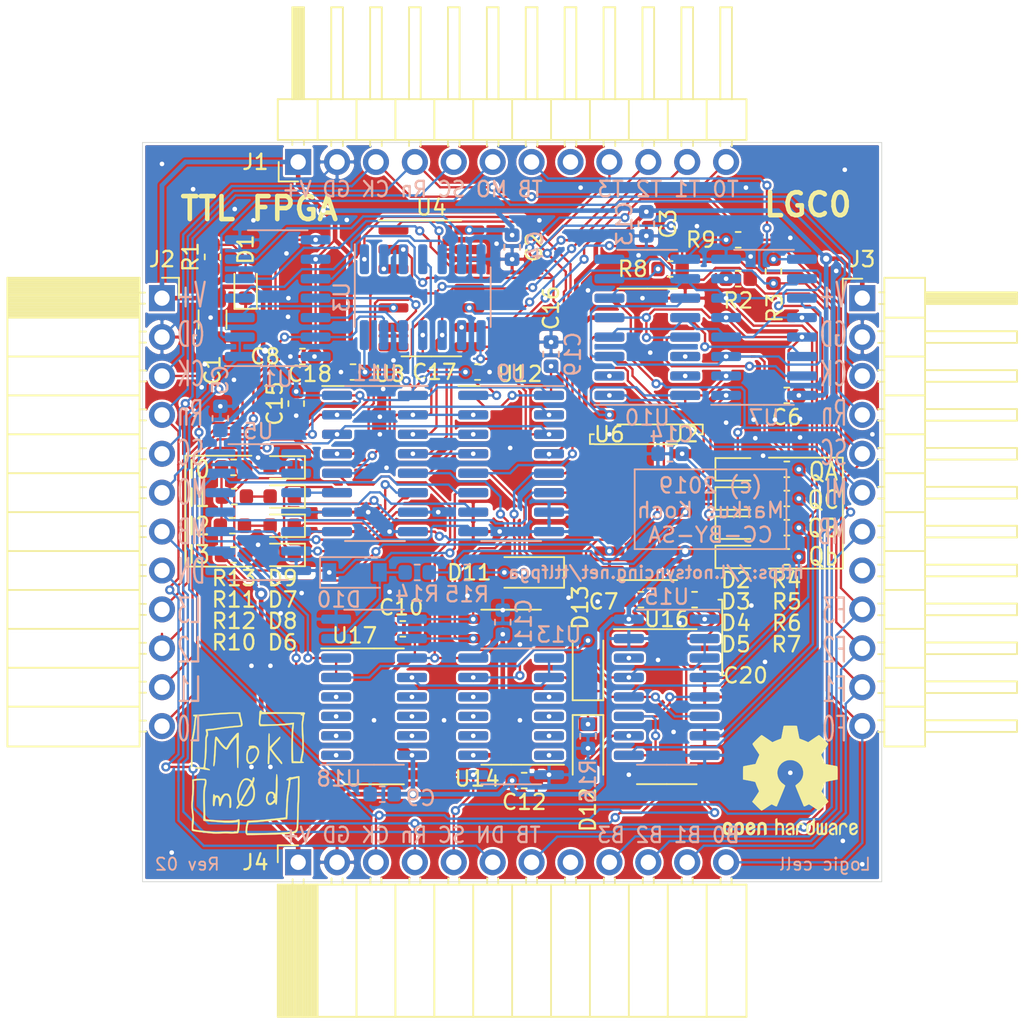
<source format=kicad_pcb>
(kicad_pcb (version 20171130) (host pcbnew 5.1.2)

  (general
    (thickness 1.6)
    (drawings 37)
    (tracks 1490)
    (zones 0)
    (modules 73)
    (nets 111)
  )

  (page A4)
  (layers
    (0 F.Cu signal)
    (31 B.Cu signal)
    (32 B.Adhes user)
    (33 F.Adhes user)
    (34 B.Paste user)
    (35 F.Paste user)
    (36 B.SilkS user)
    (37 F.SilkS user)
    (38 B.Mask user)
    (39 F.Mask user)
    (40 Dwgs.User user)
    (41 Cmts.User user)
    (42 Eco1.User user)
    (43 Eco2.User user)
    (44 Edge.Cuts user)
    (45 Margin user)
    (46 B.CrtYd user)
    (47 F.CrtYd user)
    (48 B.Fab user hide)
    (49 F.Fab user hide)
  )

  (setup
    (last_trace_width 0.1524)
    (user_trace_width 0.3)
    (trace_clearance 0.1524)
    (zone_clearance 0.1524)
    (zone_45_only no)
    (trace_min 0.1524)
    (via_size 0.6)
    (via_drill 0.3)
    (via_min_size 0.4)
    (via_min_drill 0.3)
    (user_via 0.8 0.4)
    (uvia_size 0.3)
    (uvia_drill 0.1)
    (uvias_allowed no)
    (uvia_min_size 0.2)
    (uvia_min_drill 0.1)
    (edge_width 0.05)
    (segment_width 0.2)
    (pcb_text_width 0.3)
    (pcb_text_size 1.5 1.5)
    (mod_edge_width 0.12)
    (mod_text_size 1 1)
    (mod_text_width 0.15)
    (pad_size 1.524 1.524)
    (pad_drill 0.762)
    (pad_to_mask_clearance 0.051)
    (solder_mask_min_width 0.25)
    (aux_axis_origin 0 0)
    (visible_elements FFFFEF7F)
    (pcbplotparams
      (layerselection 0x010fc_ffffffff)
      (usegerberextensions false)
      (usegerberattributes false)
      (usegerberadvancedattributes false)
      (creategerberjobfile false)
      (excludeedgelayer true)
      (linewidth 0.100000)
      (plotframeref false)
      (viasonmask false)
      (mode 1)
      (useauxorigin false)
      (hpglpennumber 1)
      (hpglpenspeed 20)
      (hpglpendiameter 15.000000)
      (psnegative false)
      (psa4output false)
      (plotreference true)
      (plotvalue true)
      (plotinvisibletext false)
      (padsonsilk false)
      (subtractmaskfromsilk false)
      (outputformat 1)
      (mirror false)
      (drillshape 1)
      (scaleselection 1)
      (outputdirectory ""))
  )

  (net 0 "")
  (net 1 GND)
  (net 2 VCC)
  (net 3 "Net-(D1-Pad2)")
  (net 4 /LogicBlock/cfg29)
  (net 5 "Net-(D2-Pad2)")
  (net 6 "Net-(D3-Pad2)")
  (net 7 "Net-(D4-Pad2)")
  (net 8 "Net-(D5-Pad2)")
  (net 9 "Net-(D6-Pad1)")
  (net 10 "Net-(D6-Pad2)")
  (net 11 "Net-(D7-Pad1)")
  (net 12 "Net-(D7-Pad2)")
  (net 13 "Net-(D8-Pad2)")
  (net 14 /LogicBlock/LUTD/lut_in3_n)
  (net 15 /LogicBlock/LUTD/lut_b_en_n)
  (net 16 /LogicBlock/LUTD/lut_a_en_n)
  (net 17 /LogicBlock/LUTD/async_a)
  (net 18 /LogicBlock/LUTD/async_c)
  (net 19 /LogicBlock/LUTD/async_b)
  (net 20 /fabric_t3)
  (net 21 /fabric_t2)
  (net 22 /fabric_t1)
  (net 23 /fabric_t0)
  (net 24 "Net-(J1-Pad8)")
  (net 25 "Net-(J1-Pad7)")
  (net 26 /LogicBlock/isp_mosi)
  (net 27 /LogicBlock/isp_sck)
  (net 28 /LogicBlock/rst_n)
  (net 29 /LogicBlock/clk)
  (net 30 /fabric_l0)
  (net 31 /fabric_l1)
  (net 32 /fabric_l2)
  (net 33 /fabric_l3)
  (net 34 /LogicBlock/isp_miso)
  (net 35 "Net-(J3-Pad8)")
  (net 36 /fabric_b2)
  (net 37 /fabric_b1)
  (net 38 /fabric_b0)
  (net 39 "Net-(J4-Pad8)")
  (net 40 "Net-(R2-Pad2)")
  (net 41 /LogicBlock/lut_out_a)
  (net 42 /LogicBlock/lut_out_c)
  (net 43 /LogicBlock/lut_out_b)
  (net 44 /LogicBlock/lut_out_b_async)
  (net 45 "Net-(R8-Pad2)")
  (net 46 /LogicBlock/cfg28)
  (net 47 /LogicBlock/cfg0)
  (net 48 /LogicBlock/cfg1)
  (net 49 /LogicBlock/cfg2)
  (net 50 /LogicBlock/cfg3)
  (net 51 /LogicBlock/cfg4)
  (net 52 /LogicBlock/cfg5)
  (net 53 /LogicBlock/cfg6)
  (net 54 /LogicBlock/cfg7)
  (net 55 /LogicBlock/cfg15)
  (net 56 /LogicBlock/cfg16)
  (net 57 /LogicBlock/cfg17)
  (net 58 /LogicBlock/cfg18)
  (net 59 /LogicBlock/cfg19)
  (net 60 /LogicBlock/cfg20)
  (net 61 /LogicBlock/cfg21)
  (net 62 /LogicBlock/cfg22)
  (net 63 /LogicBlock/cfg23)
  (net 64 /LogicBlock/cfg14)
  (net 65 /LogicBlock/cfg13)
  (net 66 /LogicBlock/cfg12)
  (net 67 /LogicBlock/cfg11)
  (net 68 /LogicBlock/cfg10)
  (net 69 /LogicBlock/cfg9)
  (net 70 /LogicBlock/cfg8)
  (net 71 /LogicBlock/cfg30)
  (net 72 /LogicBlock/cfg27)
  (net 73 /LogicBlock/cfg26)
  (net 74 /LogicBlock/cfg25)
  (net 75 /LogicBlock/cfg24)
  (net 76 /LogicBlock/lut_in0)
  (net 77 /LogicBlock/lut_in2)
  (net 78 /LogicBlock/lut_in1)
  (net 79 /LogicBlock/lut_in3)
  (net 80 "Net-(U13-Pad12)")
  (net 81 "Net-(U13-Pad11)")
  (net 82 "Net-(U13-Pad10)")
  (net 83 "Net-(U13-Pad6)")
  (net 84 "Net-(U13-Pad5)")
  (net 85 "Net-(U13-Pad4)")
  (net 86 "Net-(U13-Pad3)")
  (net 87 "Net-(U14-Pad6)")
  (net 88 /LogicBlock/LUTD/sync_a)
  (net 89 /LogicBlock/LUTD/sync_c)
  (net 90 /LogicBlock/LUTD/sync_b)
  (net 91 "Net-(U16-Pad15)")
  (net 92 "Net-(U16-Pad12)")
  (net 93 "Net-(U16-Pad10)")
  (net 94 "Net-(U17-Pad3)")
  (net 95 "Net-(U17-Pad4)")
  (net 96 "Net-(U17-Pad5)")
  (net 97 "Net-(U17-Pad6)")
  (net 98 "Net-(U17-Pad10)")
  (net 99 "Net-(U17-Pad11)")
  (net 100 "Net-(U17-Pad12)")
  (net 101 "Net-(U18-Pad6)")
  (net 102 "Net-(D8-Pad1)")
  (net 103 "Net-(D9-Pad2)")
  (net 104 "Net-(R3-Pad2)")
  (net 105 "Net-(R9-Pad2)")
  (net 106 /fabric_b3)
  (net 107 "Net-(U13-Pad1)")
  (net 108 /LogicBlock/cfgLO)
  (net 109 /miso)
  (net 110 /mosi_d)

  (net_class Default "This is the default net class."
    (clearance 0.1524)
    (trace_width 0.1524)
    (via_dia 0.6)
    (via_drill 0.3)
    (uvia_dia 0.3)
    (uvia_drill 0.1)
    (add_net /LogicBlock/LUTD/async_a)
    (add_net /LogicBlock/LUTD/async_b)
    (add_net /LogicBlock/LUTD/async_c)
    (add_net /LogicBlock/LUTD/lut_a_en_n)
    (add_net /LogicBlock/LUTD/lut_b_en_n)
    (add_net /LogicBlock/LUTD/lut_in3_n)
    (add_net /LogicBlock/LUTD/sync_a)
    (add_net /LogicBlock/LUTD/sync_b)
    (add_net /LogicBlock/LUTD/sync_c)
    (add_net /LogicBlock/cfg0)
    (add_net /LogicBlock/cfg1)
    (add_net /LogicBlock/cfg10)
    (add_net /LogicBlock/cfg11)
    (add_net /LogicBlock/cfg12)
    (add_net /LogicBlock/cfg13)
    (add_net /LogicBlock/cfg14)
    (add_net /LogicBlock/cfg15)
    (add_net /LogicBlock/cfg16)
    (add_net /LogicBlock/cfg17)
    (add_net /LogicBlock/cfg18)
    (add_net /LogicBlock/cfg19)
    (add_net /LogicBlock/cfg2)
    (add_net /LogicBlock/cfg20)
    (add_net /LogicBlock/cfg21)
    (add_net /LogicBlock/cfg22)
    (add_net /LogicBlock/cfg23)
    (add_net /LogicBlock/cfg24)
    (add_net /LogicBlock/cfg25)
    (add_net /LogicBlock/cfg26)
    (add_net /LogicBlock/cfg27)
    (add_net /LogicBlock/cfg28)
    (add_net /LogicBlock/cfg29)
    (add_net /LogicBlock/cfg3)
    (add_net /LogicBlock/cfg30)
    (add_net /LogicBlock/cfg4)
    (add_net /LogicBlock/cfg5)
    (add_net /LogicBlock/cfg6)
    (add_net /LogicBlock/cfg7)
    (add_net /LogicBlock/cfg8)
    (add_net /LogicBlock/cfg9)
    (add_net /LogicBlock/cfgLO)
    (add_net /LogicBlock/clk)
    (add_net /LogicBlock/isp_miso)
    (add_net /LogicBlock/isp_mosi)
    (add_net /LogicBlock/isp_sck)
    (add_net /LogicBlock/lut_in0)
    (add_net /LogicBlock/lut_in1)
    (add_net /LogicBlock/lut_in2)
    (add_net /LogicBlock/lut_in3)
    (add_net /LogicBlock/lut_out_a)
    (add_net /LogicBlock/lut_out_b)
    (add_net /LogicBlock/lut_out_b_async)
    (add_net /LogicBlock/lut_out_c)
    (add_net /LogicBlock/rst_n)
    (add_net /fabric_b0)
    (add_net /fabric_b1)
    (add_net /fabric_b2)
    (add_net /fabric_b3)
    (add_net /fabric_l0)
    (add_net /fabric_l1)
    (add_net /fabric_l2)
    (add_net /fabric_l3)
    (add_net /fabric_t0)
    (add_net /fabric_t1)
    (add_net /fabric_t2)
    (add_net /fabric_t3)
    (add_net /miso)
    (add_net /mosi_d)
    (add_net GND)
    (add_net "Net-(D1-Pad2)")
    (add_net "Net-(D2-Pad2)")
    (add_net "Net-(D3-Pad2)")
    (add_net "Net-(D4-Pad2)")
    (add_net "Net-(D5-Pad2)")
    (add_net "Net-(D6-Pad1)")
    (add_net "Net-(D6-Pad2)")
    (add_net "Net-(D7-Pad1)")
    (add_net "Net-(D7-Pad2)")
    (add_net "Net-(D8-Pad1)")
    (add_net "Net-(D8-Pad2)")
    (add_net "Net-(D9-Pad2)")
    (add_net "Net-(J1-Pad7)")
    (add_net "Net-(J1-Pad8)")
    (add_net "Net-(J3-Pad8)")
    (add_net "Net-(J4-Pad8)")
    (add_net "Net-(R2-Pad2)")
    (add_net "Net-(R3-Pad2)")
    (add_net "Net-(R8-Pad2)")
    (add_net "Net-(R9-Pad2)")
    (add_net "Net-(U13-Pad1)")
    (add_net "Net-(U13-Pad10)")
    (add_net "Net-(U13-Pad11)")
    (add_net "Net-(U13-Pad12)")
    (add_net "Net-(U13-Pad3)")
    (add_net "Net-(U13-Pad4)")
    (add_net "Net-(U13-Pad5)")
    (add_net "Net-(U13-Pad6)")
    (add_net "Net-(U14-Pad6)")
    (add_net "Net-(U16-Pad10)")
    (add_net "Net-(U16-Pad12)")
    (add_net "Net-(U16-Pad15)")
    (add_net "Net-(U17-Pad10)")
    (add_net "Net-(U17-Pad11)")
    (add_net "Net-(U17-Pad12)")
    (add_net "Net-(U17-Pad3)")
    (add_net "Net-(U17-Pad4)")
    (add_net "Net-(U17-Pad5)")
    (add_net "Net-(U17-Pad6)")
    (add_net "Net-(U18-Pad6)")
    (add_net VCC)
  )

  (module Diode_SMD:D_SOD-123 (layer F.Cu) (tedit 58645DC7) (tstamp 5CF2C4AF)
    (at 237.363 77.342 90)
    (descr SOD-123)
    (tags SOD-123)
    (path /5D77FDBE/5D7AF013/5D7F6FF8)
    (attr smd)
    (fp_text reference D13 (at 3.809 -0.508 90) (layer F.SilkS)
      (effects (font (size 1 1) (thickness 0.15)))
    )
    (fp_text value D_Schottky (at 0 2.1 90) (layer F.Fab)
      (effects (font (size 1 1) (thickness 0.15)))
    )
    (fp_line (start -2.25 -1) (end 1.65 -1) (layer F.SilkS) (width 0.12))
    (fp_line (start -2.25 1) (end 1.65 1) (layer F.SilkS) (width 0.12))
    (fp_line (start -2.35 -1.15) (end -2.35 1.15) (layer F.CrtYd) (width 0.05))
    (fp_line (start 2.35 1.15) (end -2.35 1.15) (layer F.CrtYd) (width 0.05))
    (fp_line (start 2.35 -1.15) (end 2.35 1.15) (layer F.CrtYd) (width 0.05))
    (fp_line (start -2.35 -1.15) (end 2.35 -1.15) (layer F.CrtYd) (width 0.05))
    (fp_line (start -1.4 -0.9) (end 1.4 -0.9) (layer F.Fab) (width 0.1))
    (fp_line (start 1.4 -0.9) (end 1.4 0.9) (layer F.Fab) (width 0.1))
    (fp_line (start 1.4 0.9) (end -1.4 0.9) (layer F.Fab) (width 0.1))
    (fp_line (start -1.4 0.9) (end -1.4 -0.9) (layer F.Fab) (width 0.1))
    (fp_line (start -0.75 0) (end -0.35 0) (layer F.Fab) (width 0.1))
    (fp_line (start -0.35 0) (end -0.35 -0.55) (layer F.Fab) (width 0.1))
    (fp_line (start -0.35 0) (end -0.35 0.55) (layer F.Fab) (width 0.1))
    (fp_line (start -0.35 0) (end 0.25 -0.4) (layer F.Fab) (width 0.1))
    (fp_line (start 0.25 -0.4) (end 0.25 0.4) (layer F.Fab) (width 0.1))
    (fp_line (start 0.25 0.4) (end -0.35 0) (layer F.Fab) (width 0.1))
    (fp_line (start 0.25 0) (end 0.75 0) (layer F.Fab) (width 0.1))
    (fp_line (start -2.25 -1) (end -2.25 1) (layer F.SilkS) (width 0.12))
    (fp_text user %R (at 0 -2 90) (layer F.Fab)
      (effects (font (size 1 1) (thickness 0.15)))
    )
    (pad 2 smd rect (at 1.65 0 90) (size 0.9 1.2) (layers F.Cu F.Paste F.Mask)
      (net 19 /LogicBlock/LUTD/async_b))
    (pad 1 smd rect (at -1.65 0 90) (size 0.9 1.2) (layers F.Cu F.Paste F.Mask)
      (net 18 /LogicBlock/LUTD/async_c))
    (model ${KISYS3DMOD}/Diode_SMD.3dshapes/D_SOD-123.wrl
      (at (xyz 0 0 0))
      (scale (xyz 1 1 1))
      (rotate (xyz 0 0 0))
    )
  )

  (module Diode_SMD:D_SOD-123 (layer F.Cu) (tedit 58645DC7) (tstamp 5CF2C49C)
    (at 237.363 82.805 270)
    (descr SOD-123)
    (tags SOD-123)
    (path /5D77FDBE/5D7AF013/5D7F6986)
    (attr smd)
    (fp_text reference D12 (at 3.936 0 90) (layer F.SilkS)
      (effects (font (size 1 1) (thickness 0.15)))
    )
    (fp_text value D_Schottky (at 0 2.1 90) (layer F.Fab)
      (effects (font (size 1 1) (thickness 0.15)))
    )
    (fp_line (start -2.25 -1) (end 1.65 -1) (layer F.SilkS) (width 0.12))
    (fp_line (start -2.25 1) (end 1.65 1) (layer F.SilkS) (width 0.12))
    (fp_line (start -2.35 -1.15) (end -2.35 1.15) (layer F.CrtYd) (width 0.05))
    (fp_line (start 2.35 1.15) (end -2.35 1.15) (layer F.CrtYd) (width 0.05))
    (fp_line (start 2.35 -1.15) (end 2.35 1.15) (layer F.CrtYd) (width 0.05))
    (fp_line (start -2.35 -1.15) (end 2.35 -1.15) (layer F.CrtYd) (width 0.05))
    (fp_line (start -1.4 -0.9) (end 1.4 -0.9) (layer F.Fab) (width 0.1))
    (fp_line (start 1.4 -0.9) (end 1.4 0.9) (layer F.Fab) (width 0.1))
    (fp_line (start 1.4 0.9) (end -1.4 0.9) (layer F.Fab) (width 0.1))
    (fp_line (start -1.4 0.9) (end -1.4 -0.9) (layer F.Fab) (width 0.1))
    (fp_line (start -0.75 0) (end -0.35 0) (layer F.Fab) (width 0.1))
    (fp_line (start -0.35 0) (end -0.35 -0.55) (layer F.Fab) (width 0.1))
    (fp_line (start -0.35 0) (end -0.35 0.55) (layer F.Fab) (width 0.1))
    (fp_line (start -0.35 0) (end 0.25 -0.4) (layer F.Fab) (width 0.1))
    (fp_line (start 0.25 -0.4) (end 0.25 0.4) (layer F.Fab) (width 0.1))
    (fp_line (start 0.25 0.4) (end -0.35 0) (layer F.Fab) (width 0.1))
    (fp_line (start 0.25 0) (end 0.75 0) (layer F.Fab) (width 0.1))
    (fp_line (start -2.25 -1) (end -2.25 1) (layer F.SilkS) (width 0.12))
    (fp_text user %R (at 0 -2 90) (layer F.Fab)
      (effects (font (size 1 1) (thickness 0.15)))
    )
    (pad 2 smd rect (at 1.65 0 270) (size 0.9 1.2) (layers F.Cu F.Paste F.Mask)
      (net 17 /LogicBlock/LUTD/async_a))
    (pad 1 smd rect (at -1.65 0 270) (size 0.9 1.2) (layers F.Cu F.Paste F.Mask)
      (net 18 /LogicBlock/LUTD/async_c))
    (model ${KISYS3DMOD}/Diode_SMD.3dshapes/D_SOD-123.wrl
      (at (xyz 0 0 0))
      (scale (xyz 1 1 1))
      (rotate (xyz 0 0 0))
    )
  )

  (module Diode_SMD:D_SOD-123 (layer F.Cu) (tedit 58645DC7) (tstamp 5CF2C489)
    (at 233.552 71.247 180)
    (descr SOD-123)
    (tags SOD-123)
    (path /5D77FDBE/5D7AF013/5D50C782)
    (attr smd)
    (fp_text reference D11 (at 3.936 0) (layer F.SilkS)
      (effects (font (size 1 1) (thickness 0.15)))
    )
    (fp_text value D_Schottky (at 0 2.1) (layer F.Fab)
      (effects (font (size 1 1) (thickness 0.15)))
    )
    (fp_line (start -2.25 -1) (end 1.65 -1) (layer F.SilkS) (width 0.12))
    (fp_line (start -2.25 1) (end 1.65 1) (layer F.SilkS) (width 0.12))
    (fp_line (start -2.35 -1.15) (end -2.35 1.15) (layer F.CrtYd) (width 0.05))
    (fp_line (start 2.35 1.15) (end -2.35 1.15) (layer F.CrtYd) (width 0.05))
    (fp_line (start 2.35 -1.15) (end 2.35 1.15) (layer F.CrtYd) (width 0.05))
    (fp_line (start -2.35 -1.15) (end 2.35 -1.15) (layer F.CrtYd) (width 0.05))
    (fp_line (start -1.4 -0.9) (end 1.4 -0.9) (layer F.Fab) (width 0.1))
    (fp_line (start 1.4 -0.9) (end 1.4 0.9) (layer F.Fab) (width 0.1))
    (fp_line (start 1.4 0.9) (end -1.4 0.9) (layer F.Fab) (width 0.1))
    (fp_line (start -1.4 0.9) (end -1.4 -0.9) (layer F.Fab) (width 0.1))
    (fp_line (start -0.75 0) (end -0.35 0) (layer F.Fab) (width 0.1))
    (fp_line (start -0.35 0) (end -0.35 -0.55) (layer F.Fab) (width 0.1))
    (fp_line (start -0.35 0) (end -0.35 0.55) (layer F.Fab) (width 0.1))
    (fp_line (start -0.35 0) (end 0.25 -0.4) (layer F.Fab) (width 0.1))
    (fp_line (start 0.25 -0.4) (end 0.25 0.4) (layer F.Fab) (width 0.1))
    (fp_line (start 0.25 0.4) (end -0.35 0) (layer F.Fab) (width 0.1))
    (fp_line (start 0.25 0) (end 0.75 0) (layer F.Fab) (width 0.1))
    (fp_line (start -2.25 -1) (end -2.25 1) (layer F.SilkS) (width 0.12))
    (fp_text user %R (at 0 -2) (layer F.Fab)
      (effects (font (size 1 1) (thickness 0.15)))
    )
    (pad 2 smd rect (at 1.65 0 180) (size 0.9 1.2) (layers F.Cu F.Paste F.Mask)
      (net 16 /LogicBlock/LUTD/lut_a_en_n))
    (pad 1 smd rect (at -1.65 0 180) (size 0.9 1.2) (layers F.Cu F.Paste F.Mask)
      (net 79 /LogicBlock/lut_in3))
    (model ${KISYS3DMOD}/Diode_SMD.3dshapes/D_SOD-123.wrl
      (at (xyz 0 0 0))
      (scale (xyz 1 1 1))
      (rotate (xyz 0 0 0))
    )
  )

  (module Diode_SMD:D_SOD-123 (layer B.Cu) (tedit 58645DC7) (tstamp 5CF54C28)
    (at 222.122 71.247)
    (descr SOD-123)
    (tags SOD-123)
    (path /5D77FDBE/5D7AF013/5D544D70)
    (attr smd)
    (fp_text reference D10 (at -1.015 1.778) (layer B.SilkS)
      (effects (font (size 1 1) (thickness 0.15)) (justify mirror))
    )
    (fp_text value D_Schottky (at 0 -2.1) (layer B.Fab)
      (effects (font (size 1 1) (thickness 0.15)) (justify mirror))
    )
    (fp_line (start -2.25 1) (end 1.65 1) (layer B.SilkS) (width 0.12))
    (fp_line (start -2.25 -1) (end 1.65 -1) (layer B.SilkS) (width 0.12))
    (fp_line (start -2.35 1.15) (end -2.35 -1.15) (layer B.CrtYd) (width 0.05))
    (fp_line (start 2.35 -1.15) (end -2.35 -1.15) (layer B.CrtYd) (width 0.05))
    (fp_line (start 2.35 1.15) (end 2.35 -1.15) (layer B.CrtYd) (width 0.05))
    (fp_line (start -2.35 1.15) (end 2.35 1.15) (layer B.CrtYd) (width 0.05))
    (fp_line (start -1.4 0.9) (end 1.4 0.9) (layer B.Fab) (width 0.1))
    (fp_line (start 1.4 0.9) (end 1.4 -0.9) (layer B.Fab) (width 0.1))
    (fp_line (start 1.4 -0.9) (end -1.4 -0.9) (layer B.Fab) (width 0.1))
    (fp_line (start -1.4 -0.9) (end -1.4 0.9) (layer B.Fab) (width 0.1))
    (fp_line (start -0.75 0) (end -0.35 0) (layer B.Fab) (width 0.1))
    (fp_line (start -0.35 0) (end -0.35 0.55) (layer B.Fab) (width 0.1))
    (fp_line (start -0.35 0) (end -0.35 -0.55) (layer B.Fab) (width 0.1))
    (fp_line (start -0.35 0) (end 0.25 0.4) (layer B.Fab) (width 0.1))
    (fp_line (start 0.25 0.4) (end 0.25 -0.4) (layer B.Fab) (width 0.1))
    (fp_line (start 0.25 -0.4) (end -0.35 0) (layer B.Fab) (width 0.1))
    (fp_line (start 0.25 0) (end 0.75 0) (layer B.Fab) (width 0.1))
    (fp_line (start -2.25 1) (end -2.25 -1) (layer B.SilkS) (width 0.12))
    (fp_text user %R (at 0 2) (layer B.Fab)
      (effects (font (size 1 1) (thickness 0.15)) (justify mirror))
    )
    (pad 2 smd rect (at 1.65 0) (size 0.9 1.2) (layers B.Cu B.Paste B.Mask)
      (net 15 /LogicBlock/LUTD/lut_b_en_n))
    (pad 1 smd rect (at -1.65 0) (size 0.9 1.2) (layers B.Cu B.Paste B.Mask)
      (net 14 /LogicBlock/LUTD/lut_in3_n))
    (model ${KISYS3DMOD}/Diode_SMD.3dshapes/D_SOD-123.wrl
      (at (xyz 0 0 0))
      (scale (xyz 1 1 1))
      (rotate (xyz 0 0 0))
    )
  )

  (module lib_mokmod:lib_mokmod (layer F.Cu) (tedit 0) (tstamp 5D04D5CE)
    (at 215.138 84.328)
    (fp_text reference G*** (at 0 0) (layer F.SilkS) hide
      (effects (font (size 1.524 1.524) (thickness 0.3)))
    )
    (fp_text value LOGO (at 0.75 0) (layer F.SilkS) hide
      (effects (font (size 1.524 1.524) (thickness 0.3)))
    )
    (fp_poly (pts (xy 0.882644 -4.062544) (xy 0.891811 -4.059054) (xy 0.916301 -4.046474) (xy 0.930145 -4.031899)
      (xy 0.935572 -4.019506) (xy 0.943411 -3.999666) (xy 0.953654 -3.986888) (xy 0.97003 -3.978818)
      (xy 0.996269 -3.973106) (xy 1.01317 -3.970552) (xy 1.027303 -3.969605) (xy 1.056192 -3.968628)
      (xy 1.099198 -3.967629) (xy 1.155684 -3.966613) (xy 1.225012 -3.965587) (xy 1.306543 -3.964557)
      (xy 1.399639 -3.96353) (xy 1.503662 -3.962513) (xy 1.617975 -3.961511) (xy 1.741939 -3.960532)
      (xy 1.874915 -3.959582) (xy 2.016266 -3.958668) (xy 2.165354 -3.957795) (xy 2.321541 -3.95697)
      (xy 2.370666 -3.956729) (xy 2.541404 -3.955885) (xy 2.697385 -3.955074) (xy 2.839246 -3.954287)
      (xy 2.967622 -3.953517) (xy 3.083152 -3.952755) (xy 3.186471 -3.951993) (xy 3.278217 -3.951223)
      (xy 3.359025 -3.950437) (xy 3.429534 -3.949627) (xy 3.490378 -3.948786) (xy 3.542196 -3.947904)
      (xy 3.585624 -3.946974) (xy 3.621298 -3.945989) (xy 3.649856 -3.944939) (xy 3.671933 -3.943817)
      (xy 3.688167 -3.942614) (xy 3.699195 -3.941324) (xy 3.705652 -3.939937) (xy 3.705877 -3.939861)
      (xy 3.734617 -3.923702) (xy 3.750326 -3.900782) (xy 3.752684 -3.873022) (xy 3.741372 -3.842344)
      (xy 3.725671 -3.820754) (xy 3.712765 -3.80399) (xy 3.703006 -3.785372) (xy 3.695794 -3.762247)
      (xy 3.690528 -3.731963) (xy 3.686607 -3.691868) (xy 3.68343 -3.639309) (xy 3.683115 -3.632969)
      (xy 3.674635 -3.517752) (xy 3.660952 -3.407897) (xy 3.642638 -3.307886) (xy 3.640136 -3.296668)
      (xy 3.631236 -3.250908) (xy 3.62492 -3.201896) (xy 3.621156 -3.147687) (xy 3.619911 -3.086336)
      (xy 3.62115 -3.015898) (xy 3.624842 -2.934429) (xy 3.630951 -2.839983) (xy 3.632059 -2.824787)
      (xy 3.640968 -2.694518) (xy 3.6487 -2.561913) (xy 3.655245 -2.428324) (xy 3.66059 -2.295106)
      (xy 3.664725 -2.163609) (xy 3.667638 -2.035186) (xy 3.669317 -1.911191) (xy 3.669752 -1.792976)
      (xy 3.668931 -1.681893) (xy 3.666842 -1.579295) (xy 3.663474 -1.486535) (xy 3.658816 -1.404964)
      (xy 3.652857 -1.335937) (xy 3.645585 -1.280804) (xy 3.64506 -1.277696) (xy 3.639765 -1.248605)
      (xy 3.632015 -1.208332) (xy 3.622577 -1.160748) (xy 3.612217 -1.109726) (xy 3.60315 -1.06603)
      (xy 3.58713 -0.986511) (xy 3.574408 -0.91663) (xy 3.565112 -0.857352) (xy 3.559371 -0.809645)
      (xy 3.557312 -0.774474) (xy 3.559065 -0.752807) (xy 3.560919 -0.748046) (xy 3.572111 -0.739079)
      (xy 3.593362 -0.728473) (xy 3.617657 -0.719357) (xy 3.652679 -0.705626) (xy 3.672925 -0.691538)
      (xy 3.679013 -0.676498) (xy 3.674675 -0.664259) (xy 3.661589 -0.652446) (xy 3.643926 -0.643858)
      (xy 3.632345 -0.642498) (xy 3.60727 -0.641167) (xy 3.570602 -0.639885) (xy 3.524243 -0.638671)
      (xy 3.470092 -0.637544) (xy 3.410049 -0.636524) (xy 3.346017 -0.635629) (xy 3.279894 -0.634881)
      (xy 3.213583 -0.634297) (xy 3.148982 -0.633897) (xy 3.087994 -0.633701) (xy 3.032518 -0.633729)
      (xy 2.984456 -0.633998) (xy 2.945707 -0.634529) (xy 2.918172 -0.635342) (xy 2.904621 -0.636319)
      (xy 2.88808 -0.640755) (xy 2.879737 -0.651268) (xy 2.875741 -0.668129) (xy 2.872518 -0.695426)
      (xy 2.869548 -0.736927) (xy 2.866851 -0.791445) (xy 2.864446 -0.857789) (xy 2.862353 -0.934774)
      (xy 2.86059 -1.02121) (xy 2.859178 -1.11591) (xy 2.858136 -1.217685) (xy 2.857483 -1.325348)
      (xy 2.857239 -1.43771) (xy 2.857423 -1.553583) (xy 2.858054 -1.671779) (xy 2.858478 -1.724121)
      (xy 2.86013 -1.890006) (xy 2.862003 -2.041374) (xy 2.86413 -2.1791) (xy 2.866547 -2.304059)
      (xy 2.869289 -2.417126) (xy 2.872389 -2.519178) (xy 2.875882 -2.61109) (xy 2.879804 -2.693736)
      (xy 2.884187 -2.767992) (xy 2.889067 -2.834734) (xy 2.894479 -2.894836) (xy 2.900456 -2.949175)
      (xy 2.907034 -2.998626) (xy 2.909356 -3.014108) (xy 2.91517 -3.053202) (xy 2.919985 -3.088291)
      (xy 2.923333 -3.115775) (xy 2.924749 -3.13205) (xy 2.924767 -3.132982) (xy 2.924848 -3.152541)
      (xy 2.761615 -3.135282) (xy 2.698919 -3.128956) (xy 2.633231 -3.122957) (xy 2.563218 -3.117202)
      (xy 2.487544 -3.111607) (xy 2.404875 -3.106089) (xy 2.313878 -3.100563) (xy 2.213218 -3.094946)
      (xy 2.10156 -3.089154) (xy 1.977571 -3.083103) (xy 1.839915 -3.076711) (xy 1.797242 -3.074781)
      (xy 1.772207 -3.07374) (xy 1.733538 -3.072245) (xy 1.682988 -3.070359) (xy 1.622308 -3.068146)
      (xy 1.553252 -3.065668) (xy 1.47757 -3.062989) (xy 1.397014 -3.060171) (xy 1.313337 -3.057278)
      (xy 1.258786 -3.05541) (xy 0.812694 -3.040195) (xy 0.794932 -3.061415) (xy 0.76363 -3.105415)
      (xy 0.742689 -3.149234) (xy 0.735083 -3.178848) (xy 0.734188 -3.195589) (xy 0.734205 -3.225313)
      (xy 0.735065 -3.26564) (xy 0.735733 -3.285465) (xy 0.823576 -3.285465) (xy 0.828032 -3.241919)
      (xy 0.841901 -3.209577) (xy 0.865935 -3.186914) (xy 0.874583 -3.182099) (xy 0.883088 -3.178327)
      (xy 0.892983 -3.175227) (xy 0.905838 -3.172716) (xy 0.92322 -3.170713) (xy 0.946696 -3.169135)
      (xy 0.977835 -3.167899) (xy 1.018204 -3.166925) (xy 1.069371 -3.166129) (xy 1.132904 -3.165429)
      (xy 1.204576 -3.164791) (xy 1.490003 -3.165601) (xy 1.776652 -3.172662) (xy 2.061314 -3.185795)
      (xy 2.340782 -3.20482) (xy 2.611848 -3.229561) (xy 2.840182 -3.255828) (xy 2.891314 -3.262298)
      (xy 2.937329 -3.268068) (xy 2.976038 -3.272866) (xy 3.005248 -3.276424) (xy 3.022771 -3.27847)
      (xy 3.026833 -3.278861) (xy 3.029918 -3.274161) (xy 3.031462 -3.259568) (xy 3.031419 -3.234444)
      (xy 3.029741 -3.198145) (xy 3.026381 -3.150032) (xy 3.021294 -3.089464) (xy 3.014431 -3.015799)
      (xy 3.005745 -2.928396) (xy 2.995191 -2.826615) (xy 2.990512 -2.782454) (xy 2.987639 -2.749642)
      (xy 2.984543 -2.703979) (xy 2.981351 -2.648004) (xy 2.978189 -2.584258) (xy 2.975184 -2.515278)
      (xy 2.972461 -2.443605) (xy 2.970227 -2.374515) (xy 2.968197 -2.293637) (xy 2.966616 -2.205797)
      (xy 2.965466 -2.112157) (xy 2.964729 -2.013879) (xy 2.964387 -1.912126) (xy 2.964421 -1.808061)
      (xy 2.964815 -1.702847) (xy 2.965549 -1.597647) (xy 2.966606 -1.493622) (xy 2.967969 -1.391937)
      (xy 2.969618 -1.293754) (xy 2.971536 -1.200235) (xy 2.973706 -1.112543) (xy 2.976108 -1.031842)
      (xy 2.978726 -0.959293) (xy 2.981541 -0.89606) (xy 2.984535 -0.843306) (xy 2.987691 -0.802192)
      (xy 2.990989 -0.773883) (xy 2.994413 -0.75954) (xy 2.995207 -0.758348) (xy 3.00344 -0.757177)
      (xy 3.024992 -0.755516) (xy 3.057802 -0.753485) (xy 3.099805 -0.751203) (xy 3.14894 -0.748789)
      (xy 3.198297 -0.746572) (xy 3.252441 -0.744152) (xy 3.30161 -0.741782) (xy 3.343679 -0.739577)
      (xy 3.376525 -0.737655) (xy 3.398023 -0.736132) (xy 3.405909 -0.735199) (xy 3.417346 -0.732791)
      (xy 3.424593 -0.738147) (xy 3.43073 -0.754407) (xy 3.433084 -0.762875) (xy 3.441432 -0.796955)
      (xy 3.451759 -0.844104) (xy 3.463669 -0.902182) (xy 3.476763 -0.96905) (xy 3.490644 -1.042566)
      (xy 3.504913 -1.120593) (xy 3.519173 -1.200988) (xy 3.533026 -1.281613) (xy 3.546075 -1.360327)
      (xy 3.557402 -1.431636) (xy 3.565246 -1.495353) (xy 3.570829 -1.570937) (xy 3.574146 -1.658837)
      (xy 3.575197 -1.759504) (xy 3.573978 -1.873384) (xy 3.570486 -2.000928) (xy 3.56472 -2.142585)
      (xy 3.556677 -2.298803) (xy 3.552051 -2.378363) (xy 3.545127 -2.498841) (xy 3.539626 -2.607034)
      (xy 3.535437 -2.705975) (xy 3.532453 -2.798699) (xy 3.530565 -2.888238) (xy 3.529665 -2.977625)
      (xy 3.529569 -3.005666) (xy 3.52906 -3.267363) (xy 3.554921 -3.417454) (xy 3.563456 -3.469541)
      (xy 3.571265 -3.521944) (xy 3.577811 -3.570694) (xy 3.582558 -3.611824) (xy 3.584841 -3.638893)
      (xy 3.586066 -3.679477) (xy 3.583379 -3.707451) (xy 3.575387 -3.725393) (xy 3.560697 -3.735879)
      (xy 3.537916 -3.741486) (xy 3.528745 -3.742664) (xy 3.505039 -3.747122) (xy 3.486746 -3.753658)
      (xy 3.482883 -3.756117) (xy 3.472444 -3.773337) (xy 3.473638 -3.793322) (xy 3.485788 -3.809592)
      (xy 3.488651 -3.811388) (xy 3.498049 -3.817406) (xy 3.497156 -3.821146) (xy 3.484009 -3.824301)
      (xy 3.471333 -3.826326) (xy 3.444873 -3.829157) (xy 3.404059 -3.831835) (xy 3.349928 -3.834345)
      (xy 3.283519 -3.836673) (xy 3.205871 -3.838805) (xy 3.118022 -3.840726) (xy 3.021011 -3.842421)
      (xy 2.915876 -3.843877) (xy 2.803656 -3.84508) (xy 2.685389 -3.846013) (xy 2.562114 -3.846665)
      (xy 2.434869 -3.847019) (xy 2.304693 -3.847061) (xy 2.172624 -3.846778) (xy 2.039701 -3.846154)
      (xy 2.039697 -3.846154) (xy 1.91475 -3.845288) (xy 1.792699 -3.844215) (xy 1.674484 -3.842957)
      (xy 1.561043 -3.841532) (xy 1.453315 -3.839961) (xy 1.352241 -3.838264) (xy 1.258758 -3.83646)
      (xy 1.173806 -3.83457) (xy 1.098323 -3.832613) (xy 1.03325 -3.830609) (xy 0.979525 -3.828578)
      (xy 0.938088 -3.826539) (xy 0.909876 -3.824514) (xy 0.89583 -3.822521) (xy 0.894503 -3.821917)
      (xy 0.892426 -3.813444) (xy 0.888759 -3.791827) (xy 0.883786 -3.759202) (xy 0.877789 -3.717703)
      (xy 0.871049 -3.669468) (xy 0.86385 -3.61663) (xy 0.856474 -3.561326) (xy 0.849203 -3.505691)
      (xy 0.842319 -3.451861) (xy 0.836105 -3.401972) (xy 0.830843 -3.358159) (xy 0.826816 -3.322557)
      (xy 0.824306 -3.297303) (xy 0.823576 -3.285465) (xy 0.735733 -3.285465) (xy 0.736703 -3.31419)
      (xy 0.739049 -3.368584) (xy 0.742038 -3.426441) (xy 0.742181 -3.429) (xy 0.745919 -3.496753)
      (xy 0.749834 -3.57007) (xy 0.753692 -3.644404) (xy 0.75726 -3.715209) (xy 0.760303 -3.777939)
      (xy 0.761789 -3.81) (xy 0.764448 -3.860827) (xy 0.767596 -3.908115) (xy 0.770997 -3.949098)
      (xy 0.774413 -3.981012) (xy 0.777607 -4.00109) (xy 0.778441 -4.004251) (xy 0.795116 -4.039913)
      (xy 0.817967 -4.06148) (xy 0.847106 -4.069005) (xy 0.882644 -4.062544)) (layer F.SilkS) (width 0.01))
    (fp_poly (pts (xy 0.413839 -1.778171) (xy 0.487472 -1.76212) (xy 0.552827 -1.733891) (xy 0.610616 -1.693201)
      (xy 0.661555 -1.639769) (xy 0.692947 -1.595534) (xy 0.728063 -1.525928) (xy 0.749524 -1.449748)
      (xy 0.757294 -1.367599) (xy 0.751337 -1.280085) (xy 0.731616 -1.187811) (xy 0.719845 -1.149644)
      (xy 0.679778 -1.046656) (xy 0.630809 -0.949135) (xy 0.574189 -0.858661) (xy 0.511166 -0.776816)
      (xy 0.442992 -0.705178) (xy 0.370915 -0.645328) (xy 0.296185 -0.598846) (xy 0.276609 -0.589207)
      (xy 0.229472 -0.574371) (xy 0.177682 -0.569812) (xy 0.127353 -0.575725) (xy 0.102113 -0.583671)
      (xy 0.062884 -0.606703) (xy 0.024317 -0.642488) (xy -0.011571 -0.688444) (xy -0.04276 -0.74199)
      (xy -0.067062 -0.800039) (xy -0.073472 -0.820456) (xy -0.078089 -0.840336) (xy -0.081205 -0.862769)
      (xy -0.08311 -0.890842) (xy -0.084093 -0.927643) (xy -0.084445 -0.976259) (xy -0.084462 -0.985212)
      (xy -0.083487 -1.05788) (xy 0.016518 -1.05788) (xy 0.018467 -0.989939) (xy 0.022947 -0.926482)
      (xy 0.029926 -0.871194) (xy 0.038403 -0.831167) (xy 0.051078 -0.798647) (xy 0.070429 -0.763815)
      (xy 0.093123 -0.731757) (xy 0.115825 -0.707559) (xy 0.123151 -0.701891) (xy 0.152511 -0.689175)
      (xy 0.187591 -0.687778) (xy 0.229873 -0.697839) (xy 0.273879 -0.716122) (xy 0.334098 -0.752854)
      (xy 0.392535 -0.804598) (xy 0.448925 -0.87105) (xy 0.503007 -0.951902) (xy 0.549789 -1.037325)
      (xy 0.590963 -1.126097) (xy 0.621283 -1.206263) (xy 0.640579 -1.277284) (xy 0.648679 -1.338622)
      (xy 0.648942 -1.350818) (xy 0.641794 -1.421635) (xy 0.620651 -1.486091) (xy 0.585681 -1.543838)
      (xy 0.537053 -1.594525) (xy 0.527967 -1.601996) (xy 0.49674 -1.624584) (xy 0.473047 -1.635825)
      (xy 0.454683 -1.636294) (xy 0.439441 -1.626566) (xy 0.438292 -1.625366) (xy 0.428336 -1.616769)
      (xy 0.415049 -1.610434) (xy 0.39542 -1.605624) (xy 0.366441 -1.601604) (xy 0.325104 -1.597637)
      (xy 0.324905 -1.59762) (xy 0.265315 -1.584985) (xy 0.209117 -1.55853) (xy 0.157727 -1.519701)
      (xy 0.112559 -1.469946) (xy 0.075028 -1.410711) (xy 0.046548 -1.343443) (xy 0.034613 -1.300787)
      (xy 0.026146 -1.251759) (xy 0.020327 -1.192475) (xy 0.017128 -1.12662) (xy 0.016518 -1.05788)
      (xy -0.083487 -1.05788) (xy -0.083015 -1.093007) (xy -0.07811 -1.187172) (xy -0.06939 -1.269155)
      (xy -0.056497 -1.340402) (xy -0.039077 -1.402362) (xy -0.016772 -1.456483) (xy 0.010773 -1.504212)
      (xy 0.043916 -1.546997) (xy 0.05743 -1.561617) (xy 0.079396 -1.585522) (xy 0.096504 -1.606331)
      (xy 0.10633 -1.620986) (xy 0.107757 -1.625161) (xy 0.102547 -1.637308) (xy 0.089535 -1.653746)
      (xy 0.084326 -1.659023) (xy 0.066985 -1.682189) (xy 0.064652 -1.703714) (xy 0.077006 -1.723356)
      (xy 0.103725 -1.740875) (xy 0.144488 -1.75603) (xy 0.198972 -1.76858) (xy 0.238888 -1.774863)
      (xy 0.331216 -1.782325) (xy 0.413839 -1.778171)) (layer F.SilkS) (width 0.01))
    (fp_poly (pts (xy 1.416074 -2.573229) (xy 1.430249 -2.555754) (xy 1.440093 -2.526748) (xy 1.441464 -2.513429)
      (xy 1.442747 -2.486324) (xy 1.443917 -2.44704) (xy 1.444946 -2.397186) (xy 1.445806 -2.338369)
      (xy 1.446471 -2.272197) (xy 1.446913 -2.200278) (xy 1.447104 -2.124219) (xy 1.44711 -2.112818)
      (xy 1.447256 -2.037054) (xy 1.447646 -1.965819) (xy 1.448252 -1.900624) (xy 1.44905 -1.842981)
      (xy 1.450013 -1.794399) (xy 1.451115 -1.756391) (xy 1.452331 -1.730466) (xy 1.453634 -1.718136)
      (xy 1.453891 -1.717453) (xy 1.464894 -1.711164) (xy 1.471901 -1.713604) (xy 1.479514 -1.720569)
      (xy 1.496374 -1.737572) (xy 1.521278 -1.763348) (xy 1.553022 -1.796635) (xy 1.590403 -1.836167)
      (xy 1.632214 -1.880681) (xy 1.677254 -1.928913) (xy 1.687233 -1.939636) (xy 1.754307 -2.011336)
      (xy 1.818013 -2.078619) (xy 1.877559 -2.140693) (xy 1.932152 -2.196765) (xy 1.980999 -2.246042)
      (xy 2.023307 -2.287731) (xy 2.058285 -2.321039) (xy 2.085139 -2.345174) (xy 2.103076 -2.359343)
      (xy 2.110501 -2.362969) (xy 2.127452 -2.356319) (xy 2.137154 -2.336276) (xy 2.139757 -2.308428)
      (xy 2.138725 -2.292678) (xy 2.135104 -2.276399) (xy 2.12811 -2.258591) (xy 2.116956 -2.238256)
      (xy 2.100857 -2.214395) (xy 2.079029 -2.186009) (xy 2.050685 -2.152099) (xy 2.01504 -2.111667)
      (xy 1.97131 -2.063714) (xy 1.918707 -2.00724) (xy 1.856448 -1.941247) (xy 1.824804 -1.907898)
      (xy 1.757315 -1.836253) (xy 1.699862 -1.773962) (xy 1.652673 -1.721285) (xy 1.615976 -1.678479)
      (xy 1.589997 -1.645803) (xy 1.576134 -1.625549) (xy 1.56922 -1.612182) (xy 1.567761 -1.600587)
      (xy 1.572226 -1.585354) (xy 1.58143 -1.564645) (xy 1.604607 -1.520841) (xy 1.638159 -1.46681)
      (xy 1.681584 -1.403218) (xy 1.734381 -1.330733) (xy 1.796047 -1.250021) (xy 1.866082 -1.16175)
      (xy 1.943984 -1.066586) (xy 2.029251 -0.965196) (xy 2.054891 -0.935181) (xy 2.110331 -0.869728)
      (xy 2.155741 -0.814354) (xy 2.191833 -0.768114) (xy 2.219321 -0.73006) (xy 2.238918 -0.699249)
      (xy 2.251337 -0.674734) (xy 2.251357 -0.674688) (xy 2.26133 -0.639246) (xy 2.261412 -0.607143)
      (xy 2.25175 -0.582238) (xy 2.247628 -0.577386) (xy 2.234612 -0.568613) (xy 2.220168 -0.568582)
      (xy 2.202755 -0.578279) (xy 2.180833 -0.598691) (xy 2.152862 -0.630804) (xy 2.140632 -0.645898)
      (xy 2.118675 -0.672801) (xy 2.089172 -0.70814) (xy 2.054757 -0.748805) (xy 2.018063 -0.791684)
      (xy 1.981725 -0.833665) (xy 1.980456 -0.835121) (xy 1.865008 -0.971084) (xy 1.754299 -1.108968)
      (xy 1.644578 -1.253533) (xy 1.572843 -1.352174) (xy 1.533619 -1.406302) (xy 1.502352 -1.448041)
      (xy 1.479143 -1.477267) (xy 1.464091 -1.493858) (xy 1.457295 -1.497688) (xy 1.456904 -1.496698)
      (xy 1.455985 -1.483631) (xy 1.454554 -1.457132) (xy 1.452692 -1.419154) (xy 1.450483 -1.371647)
      (xy 1.448009 -1.316563) (xy 1.445353 -1.255853) (xy 1.442598 -1.191468) (xy 1.439826 -1.125359)
      (xy 1.437121 -1.059478) (xy 1.434566 -0.995777) (xy 1.432242 -0.936205) (xy 1.430234 -0.882715)
      (xy 1.428623 -0.837258) (xy 1.427683 -0.808181) (xy 1.425295 -0.73704) (xy 1.422581 -0.680003)
      (xy 1.419074 -0.635785) (xy 1.414308 -0.603096) (xy 1.407814 -0.580649) (xy 1.399126 -0.567157)
      (xy 1.387777 -0.561331) (xy 1.373299 -0.561883) (xy 1.355225 -0.567527) (xy 1.342328 -0.572878)
      (xy 1.32218 -0.587282) (xy 1.313598 -0.60751) (xy 1.312718 -0.620787) (xy 1.312426 -0.647174)
      (xy 1.312659 -0.684405) (xy 1.313355 -0.73021) (xy 1.314454 -0.78232) (xy 1.315894 -0.838467)
      (xy 1.317614 -0.896382) (xy 1.319552 -0.953796) (xy 1.321647 -1.008441) (xy 1.323837 -1.058048)
      (xy 1.326062 -1.100348) (xy 1.327562 -1.123757) (xy 1.330061 -1.165367) (xy 1.332685 -1.220905)
      (xy 1.335392 -1.28891) (xy 1.338141 -1.367917) (xy 1.34089 -1.456462) (xy 1.343597 -1.553082)
      (xy 1.346221 -1.656314) (xy 1.348719 -1.764693) (xy 1.351052 -1.876756) (xy 1.353176 -1.991039)
      (xy 1.354499 -2.070484) (xy 1.356166 -2.171146) (xy 1.357798 -2.25751) (xy 1.359491 -2.330672)
      (xy 1.361337 -2.391728) (xy 1.363429 -2.441772) (xy 1.365862 -2.481902) (xy 1.368728 -2.513211)
      (xy 1.372121 -2.536797) (xy 1.376134 -2.553755) (xy 1.380861 -2.56518) (xy 1.386395 -2.572168)
      (xy 1.392829 -2.575815) (xy 1.397673 -2.576932) (xy 1.416074 -2.573229)) (layer F.SilkS) (width 0.01))
    (fp_poly (pts (xy -0.580267 -1.754184) (xy -0.581514 -1.572055) (xy -0.582896 -1.400845) (xy -0.584407 -1.240926)
      (xy -0.58604 -1.092672) (xy -0.58779 -0.956454) (xy -0.589649 -0.832644) (xy -0.59161 -0.721617)
      (xy -0.593668 -0.623743) (xy -0.595815 -0.539395) (xy -0.598046 -0.468946) (xy -0.600352 -0.412768)
      (xy -0.602729 -0.371233) (xy -0.605169 -0.344715) (xy -0.605205 -0.344439) (xy -0.611495 -0.318896)
      (xy -0.622278 -0.307882) (xy -0.638504 -0.310944) (xy -0.65377 -0.321348) (xy -0.666463 -0.33756)
      (xy -0.676701 -0.360506) (xy -0.678157 -0.365606) (xy -0.679751 -0.379017) (xy -0.681489 -0.406286)
      (xy -0.68332 -0.445876) (xy -0.685195 -0.496253) (xy -0.687064 -0.55588) (xy -0.688876 -0.623222)
      (xy -0.690582 -0.696743) (xy -0.692131 -0.774909) (xy -0.692841 -0.815878) (xy -0.694976 -0.942155)
      (xy -0.697256 -1.071436) (xy -0.699648 -1.202064) (xy -0.702118 -1.332381) (xy -0.704631 -1.460727)
      (xy -0.707154 -1.585444) (xy -0.709652 -1.704875) (xy -0.712091 -1.81736) (xy -0.714436 -1.921241)
      (xy -0.716655 -2.01486) (xy -0.718712 -2.096558) (xy -0.720573 -2.164677) (xy -0.720736 -2.170281)
      (xy -0.725778 -2.343198) (xy -0.787635 -2.278038) (xy -0.85769 -2.201347) (xy -0.92405 -2.122409)
      (xy -0.988271 -2.039052) (xy -1.051915 -1.949103) (xy -1.11654 -1.85039) (xy -1.183705 -1.740742)
      (xy -1.229482 -1.662545) (xy -1.25917 -1.612033) (xy -1.283367 -1.573673) (xy -1.303541 -1.545881)
      (xy -1.321157 -1.527078) (xy -1.337683 -1.515682) (xy -1.354586 -1.510112) (xy -1.372107 -1.508775)
      (xy -1.401416 -1.511977) (xy -1.43166 -1.522152) (xy -1.465493 -1.540616) (xy -1.505568 -1.568685)
      (xy -1.527849 -1.585994) (xy -1.610326 -1.656326) (xy -1.68711 -1.732117) (xy -1.761511 -1.816821)
      (xy -1.818741 -1.889606) (xy -1.86937 -1.956323) (xy -1.911755 -2.011152) (xy -1.946541 -2.054769)
      (xy -1.974373 -2.087855) (xy -1.995896 -2.111087) (xy -2.011756 -2.125143) (xy -2.022597 -2.130703)
      (xy -2.029064 -2.128445) (xy -2.031803 -2.119048) (xy -2.032 -2.113935) (xy -2.032587 -2.099423)
      (xy -2.034185 -2.073264) (xy -2.036551 -2.039158) (xy -2.039441 -2.0008) (xy -2.039472 -2.000405)
      (xy -2.041578 -1.97078) (xy -2.044306 -1.928176) (xy -2.047517 -1.87499) (xy -2.051072 -1.813618)
      (xy -2.054832 -1.746457) (xy -2.05866 -1.675902) (xy -2.062415 -1.604351) (xy -2.062589 -1.600969)
      (xy -2.071137 -1.438556) (xy -2.079338 -1.290907) (xy -2.087268 -1.157397) (xy -2.095006 -1.037404)
      (xy -2.10263 -0.930303) (xy -2.110219 -0.83547) (xy -2.117849 -0.752281) (xy -2.1256 -0.680113)
      (xy -2.13355 -0.61834) (xy -2.141776 -0.56634) (xy -2.150357 -0.523488) (xy -2.15937 -0.48916)
      (xy -2.168894 -0.462732) (xy -2.179007 -0.44358) (xy -2.189787 -0.431081) (xy -2.201312 -0.42461)
      (xy -2.209953 -0.423333) (xy -2.22453 -0.429504) (xy -2.231851 -0.438221) (xy -2.236333 -0.455446)
      (xy -2.23883 -0.484145) (xy -2.239328 -0.520524) (xy -2.237817 -0.560791) (xy -2.234284 -0.601152)
      (xy -2.232404 -0.615757) (xy -2.229425 -0.641661) (xy -2.22577 -0.681784) (xy -2.221514 -0.734968)
      (xy -2.216734 -0.800057) (xy -2.211505 -0.875894) (xy -2.205902 -0.961322) (xy -2.200002 -1.055184)
      (xy -2.19388 -1.156324) (xy -2.187612 -1.263584) (xy -2.181273 -1.375807) (xy -2.174939 -1.491836)
      (xy -2.174247 -1.504757) (xy -2.16647 -1.647082) (xy -2.159144 -1.774466) (xy -2.152238 -1.887353)
      (xy -2.145722 -1.986187) (xy -2.139566 -2.071414) (xy -2.133738 -2.143478) (xy -2.128209 -2.202824)
      (xy -2.123402 -2.246224) (xy -2.114045 -2.297521) (xy -2.100307 -2.33416) (xy -2.082157 -2.356138)
      (xy -2.059561 -2.363452) (xy -2.032487 -2.356097) (xy -2.000902 -2.334071) (xy -1.964773 -2.297369)
      (xy -1.924068 -2.245988) (xy -1.907479 -2.222736) (xy -1.824434 -2.106332) (xy -1.745678 -2.002055)
      (xy -1.669538 -1.907839) (xy -1.594343 -1.821619) (xy -1.518421 -1.741327) (xy -1.51615 -1.739023)
      (xy -1.486276 -1.709613) (xy -1.458721 -1.684038) (xy -1.43591 -1.664436) (xy -1.420269 -1.652948)
      (xy -1.416419 -1.651055) (xy -1.403623 -1.650244) (xy -1.390201 -1.656926) (xy -1.374953 -1.672507)
      (xy -1.35668 -1.698394) (xy -1.334182 -1.735992) (xy -1.315882 -1.768923) (xy -1.254418 -1.87785)
      (xy -1.194653 -1.975345) (xy -1.134218 -2.06482) (xy -1.070744 -2.149691) (xy -1.001861 -2.23337)
      (xy -0.962442 -2.278303) (xy -0.927698 -2.317605) (xy -0.887578 -2.363724) (xy -0.84647 -2.411576)
      (xy -0.80876 -2.456075) (xy -0.799712 -2.466878) (xy -0.7621 -2.511209) (xy -0.73176 -2.544831)
      (xy -0.706674 -2.569312) (xy -0.684826 -2.58622) (xy -0.664198 -2.59712) (xy -0.642771 -2.60358)
      (xy -0.619162 -2.607103) (xy -0.574887 -2.611672) (xy -0.580267 -1.754184)) (layer F.SilkS) (width 0.01))
    (fp_poly (pts (xy -0.729889 -3.947481) (xy -0.669195 -3.946669) (xy -0.613521 -3.945692) (xy -0.564712 -3.9446)
      (xy -0.524608 -3.943444) (xy -0.495054 -3.942275) (xy -0.477891 -3.941143) (xy -0.474272 -3.940473)
      (xy -0.471884 -3.931547) (xy -0.468671 -3.910655) (xy -0.465098 -3.881168) (xy -0.462429 -3.855069)
      (xy -0.457323 -3.807765) (xy -0.45094 -3.762589) (xy -0.442628 -3.716289) (xy -0.431732 -3.665616)
      (xy -0.417598 -3.607317) (xy -0.399574 -3.538143) (xy -0.396115 -3.525212) (xy -0.374884 -3.444274)
      (xy -0.358049 -3.37576) (xy -0.345157 -3.31748) (xy -0.335755 -3.267248) (xy -0.329391 -3.222875)
      (xy -0.325856 -3.185721) (xy -0.323939 -3.151808) (xy -0.324473 -3.127764) (xy -0.328203 -3.108159)
      (xy -0.335868 -3.087562) (xy -0.340771 -3.076587) (xy -0.359651 -3.043821) (xy -0.38286 -3.022648)
      (xy -0.414952 -3.009269) (xy -0.42442 -3.00681) (xy -0.43597 -3.005145) (xy -0.461278 -3.00224)
      (xy -0.49877 -2.998254) (xy -0.546876 -2.993344) (xy -0.604021 -2.987668) (xy -0.668634 -2.981384)
      (xy -0.739142 -2.97465) (xy -0.813973 -2.967625) (xy -0.820814 -2.966988) (xy -0.962724 -2.953627)
      (xy -1.091436 -2.941108) (xy -1.209109 -2.929166) (xy -1.3179 -2.917535) (xy -1.419966 -2.905951)
      (xy -1.517465 -2.894148) (xy -1.612553 -2.88186) (xy -1.707388 -2.868823) (xy -1.804128 -2.854771)
      (xy -1.904929 -2.839438) (xy -2.011949 -2.82256) (xy -2.066637 -2.813754) (xy -2.158036 -2.799365)
      (xy -2.243846 -2.786663) (xy -2.322462 -2.775851) (xy -2.392279 -2.76713) (xy -2.451693 -2.7607)
      (xy -2.4991 -2.756763) (xy -2.531307 -2.755515) (xy -2.5638 -2.753874) (xy -2.587991 -2.74939)
      (xy -2.597296 -2.745237) (xy -2.604933 -2.738597) (xy -2.607433 -2.73066) (xy -2.604756 -2.717039)
      (xy -2.596864 -2.693344) (xy -2.596843 -2.693282) (xy -2.590678 -2.672309) (xy -2.586463 -2.648772)
      (xy -2.583879 -2.619319) (xy -2.582612 -2.580597) (xy -2.582334 -2.539504) (xy -2.582334 -2.427403)
      (xy -2.611794 -2.371165) (xy -2.622072 -2.351248) (xy -2.630917 -2.332765) (xy -2.638454 -2.314412)
      (xy -2.644809 -2.294885) (xy -2.650109 -2.272879) (xy -2.654479 -2.247092) (xy -2.658045 -2.216218)
      (xy -2.660934 -2.178953) (xy -2.66327 -2.133995) (xy -2.66518 -2.080037) (xy -2.66679 -2.015777)
      (xy -2.668226 -1.939911) (xy -2.669613 -1.851134) (xy -2.67093 -1.758757) (xy -2.672466 -1.65184)
      (xy -2.673954 -1.558289) (xy -2.675512 -1.476077) (xy -2.677256 -1.403177) (xy -2.679307 -1.337561)
      (xy -2.681781 -1.277202) (xy -2.684797 -1.220073) (xy -2.688473 -1.164148) (xy -2.692928 -1.107398)
      (xy -2.698278 -1.047797) (xy -2.704643 -0.983318) (xy -2.71214 -0.911933) (xy -2.720887 -0.831615)
      (xy -2.72945 -0.754303) (xy -2.739863 -0.657394) (xy -2.747917 -0.574879) (xy -2.753645 -0.505944)
      (xy -2.757083 -0.449774) (xy -2.758264 -0.405557) (xy -2.757224 -0.372479) (xy -2.753996 -0.349726)
      (xy -2.748615 -0.336484) (xy -2.747204 -0.334825) (xy -2.734764 -0.327801) (xy -2.711206 -0.318865)
      (xy -2.680448 -0.309404) (xy -2.660174 -0.304053) (xy -2.594569 -0.285253) (xy -2.540578 -0.26441)
      (xy -2.499053 -0.242022) (xy -2.470844 -0.218589) (xy -2.456804 -0.19461) (xy -2.455334 -0.184043)
      (xy -2.457074 -0.168605) (xy -2.465481 -0.162632) (xy -2.480349 -0.16182) (xy -2.504996 -0.163837)
      (xy -2.532578 -0.16854) (xy -2.536152 -0.169357) (xy -2.555121 -0.172876) (xy -2.585579 -0.177378)
      (xy -2.623698 -0.182342) (xy -2.665647 -0.187247) (xy -2.676375 -0.188413) (xy -2.734639 -0.195908)
      (xy -2.787798 -0.205166) (xy -2.831533 -0.215391) (xy -2.844832 -0.219382) (xy -2.877813 -0.228465)
      (xy -2.918933 -0.236678) (xy -2.969266 -0.244131) (xy -3.029887 -0.250931) (xy -3.101869 -0.257189)
      (xy -3.186287 -0.263014) (xy -3.284216 -0.268515) (xy -3.367424 -0.272505) (xy -3.438297 -0.275531)
      (xy -3.494936 -0.27755) (xy -3.538468 -0.278569) (xy -3.57002 -0.278596) (xy -3.590718 -0.277639)
      (xy -3.60169 -0.275708) (xy -3.603988 -0.274231) (xy -3.608032 -0.26105) (xy -3.610285 -0.24062)
      (xy -3.610353 -0.238606) (xy -3.61461 -0.203304) (xy -3.624377 -0.171595) (xy -3.637957 -0.148153)
      (xy -3.645875 -0.140838) (xy -3.659402 -0.13409) (xy -3.67011 -0.137831) (xy -3.677955 -0.145045)
      (xy -3.690367 -0.167017) (xy -3.697895 -0.202866) (xy -3.698166 -0.205261) (xy -3.702488 -0.241215)
      (xy -3.706868 -0.265446) (xy -3.71248 -0.281585) (xy -3.720496 -0.293263) (xy -3.729332 -0.30175)
      (xy -3.748316 -0.318257) (xy -3.728742 -0.351656) (xy -3.720499 -0.371109) (xy -3.594485 -0.371109)
      (xy -3.461712 -0.366331) (xy -3.412318 -0.36456) (xy -3.35235 -0.362419) (xy -3.286617 -0.36008)
      (xy -3.219931 -0.357714) (xy -3.157102 -0.355492) (xy -3.148061 -0.355173) (xy -3.095032 -0.353295)
      (xy -3.045577 -0.351529) (xy -3.002303 -0.349969) (xy -2.967815 -0.348709) (xy -2.944719 -0.347845)
      (xy -2.937969 -0.347578) (xy -2.911245 -0.35069) (xy -2.89101 -0.364108) (xy -2.883336 -0.375085)
      (xy -2.876152 -0.392914) (xy -2.869199 -0.418961) (xy -2.862216 -0.454596) (xy -2.854943 -0.501184)
      (xy -2.847119 -0.560093) (xy -2.838483 -0.63269) (xy -2.836475 -0.650393) (xy -2.826198 -0.747135)
      (xy -2.816946 -0.846211) (xy -2.808642 -0.949072) (xy -2.801209 -1.057169) (xy -2.794571 -1.171951)
      (xy -2.788652 -1.294869) (xy -2.783374 -1.427373) (xy -2.778661 -1.570914) (xy -2.774436 -1.726941)
      (xy -2.770624 -1.896904) (xy -2.770616 -1.897303) (xy -2.768704 -1.987056) (xy -2.766826 -2.06316)
      (xy -2.764803 -2.127361) (xy -2.762454 -2.181403) (xy -2.7596 -2.227028) (xy -2.756062 -2.265983)
      (xy -2.751658 -2.300011) (xy -2.746211 -2.330856) (xy -2.73954 -2.360262) (xy -2.731466 -2.389975)
      (xy -2.721808 -2.421738) (xy -2.714121 -2.445782) (xy -2.702962 -2.482429) (xy -2.693938 -2.516118)
      (xy -2.688059 -2.542807) (xy -2.686288 -2.557175) (xy -2.68831 -2.574788) (xy -2.693747 -2.602982)
      (xy -2.701719 -2.637554) (xy -2.709334 -2.667) (xy -2.724051 -2.728502) (xy -2.73116 -2.776682)
      (xy -2.730665 -2.811593) (xy -2.722569 -2.833294) (xy -2.720632 -2.835481) (xy -2.714209 -2.840827)
      (xy -2.705552 -2.845152) (xy -2.692763 -2.848695) (xy -2.673946 -2.851699) (xy -2.647203 -2.854406)
      (xy -2.610636 -2.857057) (xy -2.562349 -2.859894) (xy -2.505364 -2.862906) (xy -2.446731 -2.86619)
      (xy -2.392889 -2.869881) (xy -2.341168 -2.874293) (xy -2.288901 -2.87974) (xy -2.233419 -2.886536)
      (xy -2.172054 -2.894997) (xy -2.102137 -2.905436) (xy -2.021001 -2.918168) (xy -1.978121 -2.925052)
      (xy -1.848514 -2.945009) (xy -1.706347 -2.965157) (xy -1.554447 -2.985166) (xy -1.395638 -3.004706)
      (xy -1.232747 -3.023446) (xy -1.0686 -3.041057) (xy -0.906021 -3.057208) (xy -0.747837 -3.07157)
      (xy -0.66352 -3.078603) (xy -0.608981 -3.083332) (xy -0.559255 -3.088281) (xy -0.51664 -3.093174)
      (xy -0.483435 -3.097733) (xy -0.461941 -3.101682) (xy -0.455701 -3.103605) (xy -0.442045 -3.112818)
      (xy -0.435156 -3.126955) (xy -0.432376 -3.148118) (xy -0.431756 -3.161679) (xy -0.432057 -3.17625)
      (xy -0.433576 -3.19327) (xy -0.436612 -3.214177) (xy -0.441465 -3.240412) (xy -0.448431 -3.273414)
      (xy -0.457811 -3.314622) (xy -0.469902 -3.365475) (xy -0.485004 -3.427414) (xy -0.503414 -3.501876)
      (xy -0.517562 -3.558739) (xy -0.535734 -3.63148) (xy -0.550684 -3.690704) (xy -0.562857 -3.737843)
      (xy -0.572697 -3.77433) (xy -0.580648 -3.8016) (xy -0.587154 -3.821084) (xy -0.592659 -3.834217)
      (xy -0.597607 -3.842431) (xy -0.602442 -3.847161) (xy -0.607609 -3.849838) (xy -0.607779 -3.849904)
      (xy -0.622823 -3.852525) (xy -0.651312 -3.854507) (xy -0.691309 -3.855852) (xy -0.740876 -3.856566)
      (xy -0.798078 -3.856655) (xy -0.860978 -3.856122) (xy -0.92764 -3.854974) (xy -0.996127 -3.853214)
      (xy -1.064504 -3.850849) (xy -1.116061 -3.848608) (xy -1.285044 -3.840195) (xy -1.444984 -3.831492)
      (xy -1.599034 -3.822272) (xy -1.750347 -3.812311) (xy -1.902076 -3.801387) (xy -2.057374 -3.789274)
      (xy -2.219394 -3.775748) (xy -2.391288 -3.760585) (xy -2.520758 -3.74873) (xy -2.602945 -3.741147)
      (xy -2.684137 -3.733733) (xy -2.762346 -3.726664) (xy -2.835583 -3.720117) (xy -2.901859 -3.714268)
      (xy -2.959186 -3.709294) (xy -3.005575 -3.705371) (xy -3.039036 -3.702676) (xy -3.044152 -3.702288)
      (xy -3.117711 -3.696147) (xy -3.177551 -3.689286) (xy -3.225345 -3.680956) (xy -3.262768 -3.670408)
      (xy -3.291494 -3.656893) (xy -3.313198 -3.639662) (xy -3.329554 -3.617966) (xy -3.342236 -3.591055)
      (xy -3.350936 -3.565014) (xy -3.355202 -3.544809) (xy -3.360027 -3.512283) (xy -3.365052 -3.470481)
      (xy -3.369916 -3.422449) (xy -3.374262 -3.371231) (xy -3.375024 -3.361044) (xy -3.386964 -3.209672)
      (xy -3.399935 -3.070062) (xy -3.414437 -2.938595) (xy -3.430968 -2.811649) (xy -3.450025 -2.685602)
      (xy -3.472107 -2.556833) (xy -3.497712 -2.421722) (xy -3.518055 -2.321155) (xy -3.529674 -2.263592)
      (xy -3.540947 -2.205208) (xy -3.551221 -2.149583) (xy -3.559841 -2.1003) (xy -3.566153 -2.060938)
      (xy -3.568 -2.047912) (xy -3.57235 -2.006296) (xy -3.57634 -1.94979) (xy -3.57996 -1.878894)
      (xy -3.583197 -1.79411) (xy -3.586041 -1.695937) (xy -3.58848 -1.584877) (xy -3.590503 -1.461428)
      (xy -3.592099 -1.326093) (xy -3.593256 -1.179371) (xy -3.593963 -1.021762) (xy -3.5942 -0.884054)
      (xy -3.594485 -0.371109) (xy -3.720499 -0.371109) (xy -3.713255 -0.388201) (xy -3.702385 -0.435802)
      (xy -3.701095 -0.444604) (xy -3.699689 -0.462676) (xy -3.698321 -0.495472) (xy -3.696999 -0.542318)
      (xy -3.695735 -0.602545) (xy -3.694536 -0.67548) (xy -3.693412 -0.760453) (xy -3.692373 -0.856792)
      (xy -3.691428 -0.963825) (xy -3.690587 -1.080882) (xy -3.689858 -1.207291) (xy -3.689556 -1.27)
      (xy -3.68609 -2.035848) (xy -3.628835 -2.324484) (xy -3.602833 -2.457351) (xy -3.580093 -2.577699)
      (xy -3.560236 -2.687968) (xy -3.542883 -2.790598) (xy -3.527657 -2.888028) (xy -3.514177 -2.982696)
      (xy -3.502066 -3.077043) (xy -3.490944 -3.173507) (xy -3.480433 -3.274527) (xy -3.478863 -3.290454)
      (xy -3.470265 -3.374337) (xy -3.461866 -3.448626) (xy -3.453816 -3.512213) (xy -3.446269 -3.56399)
      (xy -3.439376 -3.602851) (xy -3.433289 -3.627687) (xy -3.432138 -3.630989) (xy -3.427356 -3.651708)
      (xy -3.433336 -3.665527) (xy -3.451965 -3.675182) (xy -3.465164 -3.678946) (xy -3.507668 -3.692096)
      (xy -3.53612 -3.707309) (xy -3.551843 -3.725798) (xy -3.556155 -3.748776) (xy -3.554664 -3.761226)
      (xy -3.55196 -3.769461) (xy -3.546366 -3.776281) (xy -3.536454 -3.781877) (xy -3.520797 -3.786437)
      (xy -3.497967 -3.790153) (xy -3.466536 -3.793213) (xy -3.425077 -3.795808) (xy -3.372163 -3.798126)
      (xy -3.306365 -3.800359) (xy -3.247086 -3.802108) (xy -3.182487 -3.804023) (xy -3.12084 -3.805999)
      (xy -3.064335 -3.807957) (xy -3.015162 -3.809813) (xy -2.975512 -3.811488) (xy -2.947573 -3.812898)
      (xy -2.936394 -3.813664) (xy -2.911399 -3.815726) (xy -2.875452 -3.818528) (xy -2.83296 -3.821735)
      (xy -2.788328 -3.825009) (xy -2.778606 -3.825709) (xy -2.741474 -3.828558) (xy -2.6922 -3.832617)
      (xy -2.633965 -3.837608) (xy -2.569948 -3.843254) (xy -2.503329 -3.849278) (xy -2.43729 -3.855403)
      (xy -2.428394 -3.856241) (xy -2.160197 -3.880397) (xy -1.906563 -3.900837) (xy -1.667121 -3.917581)
      (xy -1.441501 -3.93065) (xy -1.229332 -3.940062) (xy -1.030244 -3.945839) (xy -0.843865 -3.948)
      (xy -0.729889 -3.947481)) (layer F.SilkS) (width 0.01))
    (fp_poly (pts (xy 1.906292 0.083636) (xy 1.919276 0.100994) (xy 1.93144 0.127954) (xy 1.941464 0.161675)
      (xy 1.947335 0.193704) (xy 1.951079 0.232268) (xy 1.954125 0.284837) (xy 1.956493 0.350042)
      (xy 1.958201 0.426509) (xy 1.959268 0.51287) (xy 1.959714 0.607751) (xy 1.959557 0.709781)
      (xy 1.958816 0.81759) (xy 1.95751 0.929807) (xy 1.955658 1.045059) (xy 1.953278 1.161976)
      (xy 1.950391 1.279187) (xy 1.947015 1.395319) (xy 1.943168 1.509003) (xy 1.93887 1.618866)
      (xy 1.934139 1.723538) (xy 1.928995 1.821647) (xy 1.923654 1.908849) (xy 1.919604 1.963354)
      (xy 1.915341 2.0046) (xy 1.910373 2.034721) (xy 1.904206 2.055848) (xy 1.896349 2.070114)
      (xy 1.886309 2.079652) (xy 1.883833 2.081281) (xy 1.866423 2.084527) (xy 1.849175 2.074465)
      (xy 1.833477 2.053134) (xy 1.82072 2.022572) (xy 1.812293 1.984817) (xy 1.811025 1.974481)
      (xy 1.806747 1.9486) (xy 1.800815 1.934112) (xy 1.797224 1.93194) (xy 1.787871 1.936542)
      (xy 1.769359 1.949073) (xy 1.744368 1.967618) (xy 1.715575 1.990266) (xy 1.715558 1.99028)
      (xy 1.648131 2.040153) (xy 1.586416 2.076146) (xy 1.529913 2.098461) (xy 1.478121 2.1073)
      (xy 1.435485 2.103978) (xy 1.397504 2.095109) (xy 1.37015 2.08563) (xy 1.348754 2.073217)
      (xy 1.328645 2.05554) (xy 1.319786 2.046337) (xy 1.288896 2.006122) (xy 1.259956 1.955137)
      (xy 1.235148 1.898006) (xy 1.216655 1.839352) (xy 1.211647 1.817175) (xy 1.204493 1.764081)
      (xy 1.201553 1.702369) (xy 1.201614 1.698692) (xy 1.31175 1.698692) (xy 1.314554 1.754465)
      (xy 1.321754 1.803943) (xy 1.330186 1.834446) (xy 1.349062 1.87574) (xy 1.373434 1.913842)
      (xy 1.400993 1.946235) (xy 1.429426 1.970405) (xy 1.456423 1.983839) (xy 1.469255 1.985746)
      (xy 1.486596 1.981964) (xy 1.510991 1.972233) (xy 1.531697 1.961646) (xy 1.560108 1.9421)
      (xy 1.594429 1.913291) (xy 1.631512 1.878403) (xy 1.668207 1.840619) (xy 1.701366 1.803122)
      (xy 1.727842 1.769097) (xy 1.738993 1.752039) (xy 1.754299 1.722938) (xy 1.759003 1.702655)
      (xy 1.752316 1.688145) (xy 1.733443 1.676361) (xy 1.717649 1.669962) (xy 1.69241 1.659617)
      (xy 1.678397 1.649348) (xy 1.674092 1.635329) (xy 1.67798 1.613731) (xy 1.685681 1.589289)
      (xy 1.698064 1.539092) (xy 1.698585 1.495401) (xy 1.6869 1.454507) (xy 1.67035 1.424109)
      (xy 1.641984 1.385897) (xy 1.613025 1.360702) (xy 1.580218 1.346375) (xy 1.544242 1.340972)
      (xy 1.516015 1.340319) (xy 1.495054 1.343617) (xy 1.474071 1.35273) (xy 1.455158 1.363757)
      (xy 1.414815 1.396217) (xy 1.378385 1.440821) (xy 1.348095 1.494411) (xy 1.32978 1.541624)
      (xy 1.319356 1.587469) (xy 1.313348 1.641426) (xy 1.31175 1.698692) (xy 1.201614 1.698692)
      (xy 1.202643 1.63713) (xy 1.20758 1.573455) (xy 1.216181 1.516437) (xy 1.223567 1.485641)
      (xy 1.251286 1.408626) (xy 1.285941 1.345285) (xy 1.327741 1.295448) (xy 1.376894 1.258944)
      (xy 1.43361 1.235601) (xy 1.498098 1.225248) (xy 1.541318 1.225237) (xy 1.607528 1.234772)
      (xy 1.664999 1.255559) (xy 1.712705 1.286988) (xy 1.749622 1.328448) (xy 1.767008 1.359732)
      (xy 1.780626 1.387501) (xy 1.790807 1.401316) (xy 1.798783 1.401892) (xy 1.805781 1.389946)
      (xy 1.808012 1.383602) (xy 1.813078 1.36464) (xy 1.817561 1.340042) (xy 1.82154 1.30861)
      (xy 1.82509 1.269149) (xy 1.828288 1.220462) (xy 1.831211 1.161353) (xy 1.833936 1.090627)
      (xy 1.83654 1.007088) (xy 1.839098 0.909538) (xy 1.839502 0.892849) (xy 1.842712 0.761739)
      (xy 1.845745 0.645194) (xy 1.848657 0.542384) (xy 1.851502 0.452482) (xy 1.854336 0.37466)
      (xy 1.857215 0.30809) (xy 1.860193 0.251944) (xy 1.863325 0.205393) (xy 1.866668 0.167609)
      (xy 1.870275 0.137765) (xy 1.874203 0.115032) (xy 1.878507 0.098582) (xy 1.883241 0.087587)
      (xy 1.888462 0.081219) (xy 1.893813 0.078721) (xy 1.906292 0.083636)) (layer F.SilkS) (width 0.01))
    (fp_poly (pts (xy -1.349578 1.351127) (xy -1.321549 1.352127) (xy -1.30152 1.3546) (xy -1.285794 1.359158)
      (xy -1.270676 1.366416) (xy -1.260235 1.372394) (xy -1.221215 1.402412) (xy -1.183955 1.445834)
      (xy -1.14786 1.503429) (xy -1.126795 1.544525) (xy -1.103044 1.598056) (xy -1.085449 1.648373)
      (xy -1.072994 1.699871) (xy -1.064666 1.756944) (xy -1.059449 1.823986) (xy -1.058661 1.839576)
      (xy -1.057353 1.886067) (xy -1.057292 1.939077) (xy -1.058341 1.995698) (xy -1.060359 2.053021)
      (xy -1.06321 2.108137) (xy -1.066753 2.158138) (xy -1.07085 2.200115) (xy -1.075361 2.23116)
      (xy -1.077889 2.242243) (xy -1.092541 2.275664) (xy -1.113353 2.295005) (xy -1.140252 2.300227)
      (xy -1.168287 2.293357) (xy -1.185878 2.286295) (xy -1.183681 2.010981) (xy -1.183127 1.938547)
      (xy -1.182795 1.879723) (xy -1.182772 1.832727) (xy -1.183144 1.795776) (xy -1.183999 1.767086)
      (xy -1.185423 1.744876) (xy -1.187502 1.727362) (xy -1.190324 1.712761) (xy -1.193975 1.69929)
      (xy -1.198541 1.685168) (xy -1.19968 1.681788) (xy -1.228345 1.608495) (xy -1.259782 1.550072)
      (xy -1.29392 1.506581) (xy -1.330689 1.47808) (xy -1.370017 1.464628) (xy -1.411836 1.466285)
      (xy -1.44396 1.477098) (xy -1.485522 1.503703) (xy -1.525994 1.544843) (xy -1.564931 1.599672)
      (xy -1.60189 1.667346) (xy -1.636427 1.747018) (xy -1.668099 1.837845) (xy -1.696461 1.938979)
      (xy -1.704973 1.974273) (xy -1.720211 2.037053) (xy -1.733878 2.086115) (xy -1.746721 2.122962)
      (xy -1.759486 2.149095) (xy -1.772919 2.166016) (xy -1.787767 2.175225) (xy -1.804776 2.178226)
      (xy -1.806352 2.178243) (xy -1.826869 2.17133) (xy -1.845297 2.153435) (xy -1.857426 2.128822)
      (xy -1.858246 2.125674) (xy -1.860128 2.111654) (xy -1.862442 2.085078) (xy -1.864991 2.048768)
      (xy -1.867575 2.005551) (xy -1.869966 1.958879) (xy -1.874403 1.882734) (xy -1.880098 1.819854)
      (xy -1.887416 1.768136) (xy -1.896725 1.725479) (xy -1.908391 1.689779) (xy -1.921952 1.660462)
      (xy -1.943997 1.627408) (xy -1.967671 1.608808) (xy -1.994656 1.603723) (xy -2.016378 1.607689)
      (xy -2.038719 1.617028) (xy -2.056044 1.628698) (xy -2.057624 1.630304) (xy -2.071853 1.653249)
      (xy -2.085973 1.689428) (xy -2.099514 1.736686) (xy -2.112002 1.792868) (xy -2.122966 1.855817)
      (xy -2.131936 1.923378) (xy -2.138438 1.993396) (xy -2.139078 2.00258) (xy -2.142112 2.043373)
      (xy -2.145368 2.079611) (xy -2.148512 2.108048) (xy -2.151212 2.125439) (xy -2.151954 2.128214)
      (xy -2.165863 2.152561) (xy -2.185806 2.170577) (xy -2.207071 2.178099) (xy -2.208448 2.178125)
      (xy -2.223177 2.177156) (xy -2.234993 2.173431) (xy -2.244215 2.165433) (xy -2.251159 2.151645)
      (xy -2.256141 2.13055) (xy -2.259479 2.100633) (xy -2.261489 2.060374) (xy -2.262489 2.008259)
      (xy -2.262795 1.942769) (xy -2.262798 1.917969) (xy -2.262361 1.842562) (xy -2.261189 1.768124)
      (xy -2.259367 1.696475) (xy -2.256981 1.629437) (xy -2.254116 1.568831) (xy -2.250856 1.51648)
      (xy -2.247287 1.474204) (xy -2.243494 1.443826) (xy -2.239882 1.427955) (xy -2.227147 1.409646)
      (xy -2.213349 1.399663) (xy -2.190371 1.396337) (xy -2.169942 1.407032) (xy -2.153803 1.430392)
      (xy -2.146455 1.45166) (xy -2.138964 1.473453) (xy -2.130182 1.488195) (xy -2.126399 1.491125)
      (xy -2.113806 1.491456) (xy -2.091067 1.488319) (xy -2.062864 1.482381) (xy -2.059878 1.481648)
      (xy -2.007616 1.472683) (xy -1.96289 1.474619) (xy -1.921934 1.487904) (xy -1.898619 1.500861)
      (xy -1.870021 1.522616) (xy -1.844613 1.550581) (xy -1.820182 1.587659) (xy -1.794512 1.636751)
      (xy -1.793831 1.638166) (xy -1.78093 1.663938) (xy -1.770256 1.683277) (xy -1.76368 1.692853)
      (xy -1.76286 1.693334) (xy -1.758272 1.686661) (xy -1.750121 1.668969) (xy -1.739983 1.643751)
      (xy -1.737517 1.637202) (xy -1.713129 1.582844) (xy -1.681293 1.52868) (xy -1.644305 1.477555)
      (xy -1.604462 1.432315) (xy -1.564058 1.395803) (xy -1.525392 1.370864) (xy -1.520778 1.368694)
      (xy -1.501327 1.360914) (xy -1.48174 1.355783) (xy -1.458078 1.352771) (xy -1.426399 1.351347)
      (xy -1.389303 1.350987) (xy -1.349578 1.351127)) (layer F.SilkS) (width 0.01))
    (fp_poly (pts (xy 0.405022 0.289728) (xy 0.426331 0.302757) (xy 0.442329 0.325387) (xy 0.442948 0.326826)
      (xy 0.453825 0.371438) (xy 0.453078 0.425524) (xy 0.440683 0.489232) (xy 0.416617 0.56271)
      (xy 0.398737 0.606556) (xy 0.381322 0.649856) (xy 0.370442 0.68667) (xy 0.366165 0.720695)
      (xy 0.368562 0.755627) (xy 0.3777 0.795161) (xy 0.393649 0.842994) (xy 0.403657 0.869758)
      (xy 0.428101 0.93665) (xy 0.446891 0.995877) (xy 0.46081 1.051555) (xy 0.47064 1.107799)
      (xy 0.477163 1.168725) (xy 0.481161 1.238447) (xy 0.482652 1.285394) (xy 0.483872 1.342849)
      (xy 0.484175 1.388485) (xy 0.483389 1.42586) (xy 0.481344 1.458532) (xy 0.477866 1.490059)
      (xy 0.472783 1.523999) (xy 0.470427 1.538078) (xy 0.450349 1.634125) (xy 0.423959 1.719609)
      (xy 0.38967 1.797508) (xy 0.345894 1.870804) (xy 0.291045 1.942478) (xy 0.223535 2.01551)
      (xy 0.207905 2.031001) (xy 0.144998 2.087636) (xy 0.085307 2.130837) (xy 0.026981 2.161703)
      (xy -0.031832 2.181336) (xy -0.052366 2.185666) (xy -0.092531 2.188922) (xy -0.143665 2.18688)
      (xy -0.202499 2.180093) (xy -0.265765 2.169115) (xy -0.330194 2.1545) (xy -0.392517 2.136804)
      (xy -0.441681 2.119643) (xy -0.47927 2.105122) (xy -0.497313 2.128213) (xy -0.508811 2.143247)
      (xy -0.527009 2.167406) (xy -0.549462 2.197433) (xy -0.573727 2.230069) (xy -0.575178 2.232026)
      (xy -0.61216 2.279092) (xy -0.644501 2.314403) (xy -0.671533 2.337321) (xy -0.692589 2.347211)
      (xy -0.696521 2.347576) (xy -0.708404 2.342349) (xy -0.718474 2.3335) (xy -0.729843 2.310696)
      (xy -0.728967 2.280642) (xy -0.715724 2.243029) (xy -0.689991 2.197547) (xy -0.651648 2.143884)
      (xy -0.636235 2.124364) (xy -0.609027 2.089661) (xy -0.590577 2.061895) (xy -0.580458 2.03746)
      (xy -0.578245 2.012749) (xy -0.580884 1.998411) (xy -0.404755 1.998411) (xy -0.394858 2.005788)
      (xy -0.381169 2.004416) (xy -0.366335 2.003301) (xy -0.361758 2.007525) (xy -0.35523 2.021755)
      (xy -0.339761 2.034082) (xy -0.321526 2.039681) (xy -0.320589 2.039697) (xy -0.304732 2.045233)
      (xy -0.286973 2.058929) (xy -0.283348 2.062788) (xy -0.27127 2.075138) (xy -0.259118 2.082056)
      (xy -0.242008 2.085081) (xy -0.215054 2.085752) (xy -0.210437 2.085746) (xy -0.172697 2.083848)
      (xy -0.131434 2.079106) (xy -0.10665 2.074773) (xy -0.060339 2.062315) (xy -0.018982 2.044653)
      (xy 0.022335 2.019289) (xy 0.062131 1.988963) (xy 0.115325 1.94043) (xy 0.169541 1.881462)
      (xy 0.221273 1.816335) (xy 0.267013 1.749327) (xy 0.288407 1.713106) (xy 0.321114 1.6424)
      (xy 0.345508 1.562701) (xy 0.361835 1.472784) (xy 0.37034 1.37142) (xy 0.371787 1.29694)
      (xy 0.370494 1.22843) (xy 0.366548 1.171325) (xy 0.359233 1.121758) (xy 0.347836 1.075863)
      (xy 0.331641 1.029773) (xy 0.315336 0.99146) (xy 0.300626 0.957305) (xy 0.287449 0.92407)
      (xy 0.277886 0.897106) (xy 0.275415 0.888813) (xy 0.268875 0.868436) (xy 0.262808 0.856075)
      (xy 0.260616 0.854364) (xy 0.250096 0.860982) (xy 0.233137 0.880073) (xy 0.21048 0.910495)
      (xy 0.182863 0.951101) (xy 0.151028 1.000751) (xy 0.115715 1.058298) (xy 0.077664 1.1226)
      (xy 0.037616 1.192513) (xy 0.011533 1.239213) (xy -0.016141 1.288597) (xy -0.044803 1.338605)
      (xy -0.072459 1.385835) (xy -0.097113 1.426889) (xy -0.116771 1.458366) (xy -0.11941 1.462425)
      (xy -0.144649 1.502196) (xy -0.172687 1.548554) (xy -0.202605 1.599769) (xy -0.233482 1.654115)
      (xy -0.2644 1.709865) (xy -0.294439 1.765292) (xy -0.32268 1.818668) (xy -0.348202 1.868266)
      (xy -0.370087 1.912358) (xy -0.387414 1.949219) (xy -0.399265 1.97712) (xy -0.40472 1.994333)
      (xy -0.404755 1.998411) (xy -0.580884 1.998411) (xy -0.583509 1.984155) (xy -0.595825 1.948072)
      (xy -0.61091 1.91031) (xy -0.633254 1.852324) (xy -0.64976 1.800391) (xy -0.661374 1.749853)
      (xy -0.669041 1.696051) (xy -0.673706 1.634329) (xy -0.67543 1.592389) (xy -0.67493 1.523462)
      (xy -0.561102 1.523462) (xy -0.560031 1.601195) (xy -0.556367 1.667559) (xy -0.549928 1.724483)
      (xy -0.54053 1.773898) (xy -0.527993 1.817734) (xy -0.521838 1.834712) (xy -0.513681 1.856559)
      (xy -0.507228 1.872717) (xy -0.501307 1.882241) (xy -0.494746 1.884182) (xy -0.486375 1.877593)
      (xy -0.47502 1.861528) (xy -0.459511 1.835038) (xy -0.438674 1.797178) (xy -0.411339 1.746999)
      (xy -0.409773 1.744136) (xy -0.387314 1.702292) (xy -0.366313 1.661717) (xy -0.348445 1.62575)
      (xy -0.335385 1.597734) (xy -0.330342 1.585576) (xy -0.319274 1.561222) (xy -0.301976 1.529091)
      (xy -0.28112 1.493967) (xy -0.265811 1.470122) (xy -0.245755 1.438659) (xy -0.22085 1.397532)
      (xy -0.193419 1.350696) (xy -0.165788 1.302108) (xy -0.145926 1.266152) (xy -0.104665 1.190687)
      (xy -0.068822 1.126077) (xy -0.036737 1.069507) (xy -0.006749 1.018162) (xy 0.022802 0.969227)
      (xy 0.053576 0.919887) (xy 0.087233 0.867328) (xy 0.10939 0.833247) (xy 0.143389 0.780589)
      (xy 0.169248 0.738716) (xy 0.187664 0.705803) (xy 0.19933 0.680029) (xy 0.20494 0.65957)
      (xy 0.205188 0.642601) (xy 0.200769 0.627301) (xy 0.193184 0.613139) (xy 0.157429 0.568962)
      (xy 0.110043 0.531084) (xy 0.05402 0.501011) (xy -0.007643 0.480248) (xy -0.07195 0.470302)
      (xy -0.092364 0.46965) (xy -0.143915 0.472713) (xy -0.185472 0.48272) (xy -0.221268 0.500725)
      (xy -0.223922 0.502483) (xy -0.257142 0.531378) (xy -0.292307 0.573968) (xy -0.328659 0.628792)
      (xy -0.365441 0.69439) (xy -0.401895 0.7693) (xy -0.437263 0.852064) (xy -0.470788 0.941219)
      (xy -0.501711 1.035306) (xy -0.503676 1.041762) (xy -0.520126 1.098749) (xy -0.532918 1.150182)
      (xy -0.542571 1.199684) (xy -0.549606 1.250875) (xy -0.554543 1.307377) (xy -0.557901 1.37281)
      (xy -0.55976 1.432427) (xy -0.561102 1.523462) (xy -0.67493 1.523462) (xy -0.67443 1.45462)
      (xy -0.662368 1.314522) (xy -0.63894 1.169636) (xy -0.604344 1.019425) (xy -0.566509 0.89023)
      (xy -0.524096 0.774432) (xy -0.477254 0.67225) (xy -0.426132 0.5839) (xy -0.370877 0.509599)
      (xy -0.311638 0.449565) (xy -0.248563 0.404014) (xy -0.181802 0.373163) (xy -0.157519 0.36586)
      (xy -0.089611 0.354667) (xy -0.023314 0.35726) (xy 0.042379 0.373942) (xy 0.108475 0.405015)
      (xy 0.175981 0.450784) (xy 0.205711 0.475073) (xy 0.232506 0.497546) (xy 0.255246 0.51572)
      (xy 0.271304 0.52755) (xy 0.277765 0.531091) (xy 0.289314 0.523509) (xy 0.300966 0.501208)
      (xy 0.312457 0.464863) (xy 0.323522 0.415144) (xy 0.323603 0.41472) (xy 0.330841 0.379063)
      (xy 0.3381 0.347034) (xy 0.344359 0.322967) (xy 0.347443 0.313554) (xy 0.361757 0.294595)
      (xy 0.382224 0.28683) (xy 0.405022 0.289728)) (layer F.SilkS) (width 0.01))
    (fp_poly (pts (xy -2.916316 0.389198) (xy -2.871207 0.389542) (xy -2.836353 0.390237) (xy -2.810042 0.391368)
      (xy -2.790561 0.393024) (xy -2.776196 0.395292) (xy -2.765237 0.398258) (xy -2.755968 0.40201)
      (xy -2.751667 0.404091) (xy -2.719565 0.428723) (xy -2.701637 0.454122) (xy -2.693933 0.468998)
      (xy -2.688612 0.483233) (xy -2.68524 0.500057) (xy -2.683381 0.5227) (xy -2.682601 0.554393)
      (xy -2.682463 0.596516) (xy -2.682701 0.63733) (xy -2.683746 0.669901) (xy -2.68618 0.698332)
      (xy -2.690587 0.726724) (xy -2.697552 0.759179) (xy -2.707656 0.799801) (xy -2.715856 0.831273)
      (xy -2.72964 0.884948) (xy -2.7416 0.934686) (xy -2.751849 0.981994) (xy -2.760496 1.028379)
      (xy -2.767653 1.075347) (xy -2.77343 1.124404) (xy -2.777939 1.177058) (xy -2.781289 1.234815)
      (xy -2.783593 1.299182) (xy -2.78496 1.371664) (xy -2.785502 1.45377) (xy -2.78533 1.547005)
      (xy -2.784554 1.652876) (xy -2.783535 1.751061) (xy -2.781893 1.884865) (xy -2.780033 2.015487)
      (xy -2.777983 2.141822) (xy -2.775769 2.262765) (xy -2.77342 2.377211) (xy -2.770961 2.484056)
      (xy -2.76842 2.582195) (xy -2.765823 2.670523) (xy -2.763199 2.747936) (xy -2.760573 2.813329)
      (xy -2.757973 2.865596) (xy -2.755426 2.903634) (xy -2.755291 2.905251) (xy -2.750248 2.953772)
      (xy -2.744076 2.98898) (xy -2.736076 3.012954) (xy -2.72555 3.027767) (xy -2.711801 3.035498)
      (xy -2.711463 3.035602) (xy -2.700284 3.03731) (xy -2.675473 3.040029) (xy -2.638751 3.043614)
      (xy -2.591836 3.047919) (xy -2.536447 3.052799) (xy -2.474304 3.058109) (xy -2.407127 3.063704)
      (xy -2.336633 3.069438) (xy -2.264543 3.075166) (xy -2.192576 3.080742) (xy -2.122451 3.086022)
      (xy -2.066637 3.090093) (xy -1.939099 3.098733) (xy -1.822129 3.105498) (xy -1.711039 3.110558)
      (xy -1.601137 3.11408) (xy -1.487737 3.116234) (xy -1.366146 3.117189) (xy -1.312323 3.117273)
      (xy -1.194797 3.116739) (xy -1.091404 3.11506) (xy -1.000917 3.112123) (xy -0.92211 3.107815)
      (xy -0.853756 3.102023) (xy -0.794628 3.094632) (xy -0.743499 3.08553) (xy -0.699144 3.074603)
      (xy -0.660335 3.061738) (xy -0.645032 3.055576) (xy -0.611091 3.041894) (xy -0.587212 3.034962)
      (xy -0.569698 3.034625) (xy -0.554853 3.040729) (xy -0.541142 3.051236) (xy -0.519546 3.069865)
      (xy -0.52035 3.23019) (xy -0.5219 3.315195) (xy -0.525559 3.401413) (xy -0.531099 3.486914)
      (xy -0.538294 3.56977) (xy -0.546915 3.64805) (xy -0.556736 3.719825) (xy -0.567529 3.783165)
      (xy -0.579068 3.83614) (xy -0.591125 3.87682) (xy -0.598584 3.894667) (xy -0.612756 3.920162)
      (xy -0.626179 3.935344) (xy -0.643004 3.944496) (xy -0.648882 3.946558) (xy -0.670703 3.951072)
      (xy -0.705819 3.955125) (xy -0.752138 3.958657) (xy -0.807566 3.961608) (xy -0.87001 3.963921)
      (xy -0.937377 3.965535) (xy -1.007574 3.966392) (xy -1.078508 3.966433) (xy -1.148086 3.965599)
      (xy -1.214214 3.96383) (xy -1.234007 3.96307) (xy -1.334163 3.959979) (xy -1.438101 3.958986)
      (xy -1.549619 3.960094) (xy -1.672518 3.963303) (xy -1.674883 3.963381) (xy -1.757755 3.965822)
      (xy -1.841349 3.96773) (xy -1.923526 3.969094) (xy -2.002144 3.969903) (xy -2.075064 3.970147)
      (xy -2.140146 3.969815) (xy -2.195249 3.968896) (xy -2.238233 3.967378) (xy -2.255212 3.966339)
      (xy -2.323738 3.960698) (xy -2.404951 3.953202) (xy -2.496293 3.944143) (xy -2.595209 3.933809)
      (xy -2.699141 3.92249) (xy -2.805532 3.910477) (xy -2.911824 3.898059) (xy -3.015462 3.885527)
      (xy -3.113889 3.873169) (xy -3.204546 3.861277) (xy -3.284878 3.85014) (xy -3.302 3.847661)
      (xy -3.388908 3.83437) (xy -3.461219 3.821996) (xy -3.519692 3.810367) (xy -3.565084 3.799311)
      (xy -3.598155 3.788656) (xy -3.619662 3.77823) (xy -3.624814 3.774419) (xy -3.632029 3.767771)
      (xy -3.637277 3.760495) (xy -3.640934 3.750138) (xy -3.643371 3.734245) (xy -3.644963 3.710363)
      (xy -3.646082 3.676038) (xy -3.647103 3.628819) (xy -3.647122 3.627882) (xy -3.647536 3.580823)
      (xy -3.647149 3.525487) (xy -3.646059 3.464318) (xy -3.644362 3.399758) (xy -3.642155 3.33425)
      (xy -3.639536 3.270239) (xy -3.636602 3.210166) (xy -3.63345 3.156475) (xy -3.630178 3.11161)
      (xy -3.626881 3.078014) (xy -3.624649 3.06271) (xy -3.615884 3.013818) (xy -3.610156 2.974929)
      (xy -3.607154 2.94102) (xy -3.606568 2.907067) (xy -3.608086 2.868048) (xy -3.610413 2.832523)
      (xy -3.613716 2.793127) (xy -3.618703 2.742536) (xy -3.624932 2.684797) (xy -3.631961 2.623961)
      (xy -3.639349 2.564077) (xy -3.641465 2.547697) (xy -3.653878 2.442352) (xy -3.662925 2.340388)
      (xy -3.668605 2.239325) (xy -3.670307 2.163687) (xy -3.57622 2.163687) (xy -3.575245 2.209535)
      (xy -3.573013 2.254567) (xy -3.569545 2.300394) (xy -3.564861 2.348628) (xy -3.558981 2.400882)
      (xy -3.551928 2.458768) (xy -3.548012 2.48997) (xy -3.533957 2.604232) (xy -3.522429 2.705442)
      (xy -3.513403 2.79573) (xy -3.506852 2.877225) (xy -3.502751 2.952056) (xy -3.501074 3.022352)
      (xy -3.501795 3.090243) (xy -3.504889 3.157858) (xy -3.510329 3.227326) (xy -3.518091 3.300776)
      (xy -3.528147 3.380338) (xy -3.536501 3.440546) (xy -3.54167 3.483831) (xy -3.545673 3.530686)
      (xy -3.547902 3.573387) (xy -3.548162 3.588413) (xy -3.547803 3.621725) (xy -3.546036 3.643464)
      (xy -3.542085 3.657437) (xy -3.535173 3.667453) (xy -3.531235 3.671363) (xy -3.511691 3.684382)
      (xy -3.481106 3.696983) (xy -3.438793 3.709313) (xy -3.384069 3.721519) (xy -3.31625 3.733747)
      (xy -3.234651 3.746144) (xy -3.138587 3.758857) (xy -3.101879 3.763353) (xy -3.074383 3.766506)
      (xy -3.033494 3.770982) (xy -2.98114 3.776584) (xy -2.919248 3.783115) (xy -2.849743 3.790376)
      (xy -2.774553 3.798172) (xy -2.695603 3.806304) (xy -2.614822 3.814574) (xy -2.534134 3.822785)
      (xy -2.455468 3.830741) (xy -2.380749 3.838242) (xy -2.311904 3.845092) (xy -2.25086 3.851094)
      (xy -2.199543 3.856049) (xy -2.174394 3.858422) (xy -2.124641 3.861393) (xy -2.06212 3.862415)
      (xy -1.989327 3.861545) (xy -1.908756 3.85884) (xy -1.822903 3.854355) (xy -1.739515 3.84856)
      (xy -1.621961 3.840771) (xy -1.507906 3.835889) (xy -1.39973 3.833928) (xy -1.299814 3.834905)
      (xy -1.210537 3.838835) (xy -1.143 3.84471) (xy -1.07322 3.851742) (xy -1.016469 3.855402)
      (xy -0.970749 3.855652) (xy -0.934062 3.852453) (xy -0.904407 3.845766) (xy -0.888632 3.839833)
      (xy -0.868947 3.832036) (xy -0.850522 3.827701) (xy -0.828601 3.826344) (xy -0.798423 3.827482)
      (xy -0.779676 3.828768) (xy -0.707681 3.834053) (xy -0.693208 3.80086) (xy -0.685397 3.778127)
      (xy -0.676896 3.745761) (xy -0.66912 3.709378) (xy -0.666447 3.694474) (xy -0.660075 3.652653)
      (xy -0.653762 3.604184) (xy -0.647672 3.551149) (xy -0.641969 3.495626) (xy -0.636817 3.439696)
      (xy -0.63238 3.385437) (xy -0.628821 3.33493) (xy -0.626305 3.290254) (xy -0.624996 3.253489)
      (xy -0.625058 3.226714) (xy -0.626654 3.21201) (xy -0.628239 3.20982) (xy -0.639468 3.211627)
      (xy -0.659154 3.215904) (xy -0.665788 3.217483) (xy -0.709546 3.225893) (xy -0.766667 3.233384)
      (xy -0.835143 3.239882) (xy -0.912964 3.245313) (xy -0.998124 3.249603) (xy -1.088615 3.252679)
      (xy -1.182427 3.254467) (xy -1.277553 3.254892) (xy -1.371985 3.253881) (xy -1.463715 3.25136)
      (xy -1.520152 3.248916) (xy -1.580007 3.24557) (xy -1.650306 3.241085) (xy -1.726171 3.235805)
      (xy -1.802725 3.230078) (xy -1.875089 3.224248) (xy -1.908849 3.221344) (xy -1.99962 3.213363)
      (xy -2.078451 3.206516) (xy -2.148729 3.200528) (xy -2.213844 3.195125) (xy -2.277182 3.190031)
      (xy -2.342134 3.184971) (xy -2.412086 3.17967) (xy -2.490428 3.173853) (xy -2.528455 3.171058)
      (xy -2.617099 3.164305) (xy -2.691193 3.158092) (xy -2.751569 3.152327) (xy -2.799057 3.146913)
      (xy -2.834489 3.141758) (xy -2.858694 3.136766) (xy -2.872222 3.131997) (xy -2.877937 3.126561)
      (xy -2.882356 3.116139) (xy -2.885536 3.099312) (xy -2.887534 3.074662) (xy -2.88841 3.04077)
      (xy -2.888221 2.996218) (xy -2.887025 2.939586) (xy -2.884881 2.869455) (xy -2.884007 2.844031)
      (xy -2.881891 2.761442) (xy -2.880805 2.667108) (xy -2.880702 2.56464) (xy -2.881536 2.457648)
      (xy -2.88326 2.349743) (xy -2.885827 2.244536) (xy -2.88919 2.145639) (xy -2.893303 2.056661)
      (xy -2.894474 2.035849) (xy -2.896964 1.979357) (xy -2.898667 1.910223) (xy -2.89961 1.831178)
      (xy -2.89982 1.744952) (xy -2.899324 1.654275) (xy -2.898149 1.561878) (xy -2.896322 1.470492)
      (xy -2.89387 1.382846) (xy -2.89082 1.301672) (xy -2.887199 1.2297) (xy -2.886376 1.216122)
      (xy -2.87978 1.124644) (xy -2.871921 1.044189) (xy -2.862159 0.970396) (xy -2.849856 0.898906)
      (xy -2.834373 0.825361) (xy -2.820778 0.768201) (xy -2.80924 0.719778) (xy -2.798778 0.672626)
      (xy -2.790122 0.630297) (xy -2.784007 0.596345) (xy -2.781377 0.576995) (xy -2.779228 0.549386)
      (xy -2.779921 0.532467) (xy -2.784548 0.521631) (xy -2.794203 0.512274) (xy -2.797335 0.50978)
      (xy -2.825868 0.49483) (xy -2.867943 0.483557) (xy -2.922119 0.476103) (xy -2.986956 0.472611)
      (xy -3.061013 0.473223) (xy -3.128818 0.476977) (xy -3.161311 0.479818) (xy -3.201578 0.483966)
      (xy -3.247141 0.489098) (xy -3.295522 0.494892) (xy -3.344242 0.501028) (xy -3.390824 0.507181)
      (xy -3.432787 0.513032) (xy -3.467655 0.518257) (xy -3.492949 0.522534) (xy -3.50619 0.525542)
      (xy -3.507461 0.526168) (xy -3.507602 0.533998) (xy -3.507096 0.555114) (xy -3.506016 0.587426)
      (xy -3.504437 0.628842) (xy -3.502434 0.677273) (xy -3.500616 0.718754) (xy -3.497926 0.791863)
      (xy -3.496558 0.86426) (xy -3.496589 0.937825) (xy -3.498098 1.014439) (xy -3.501163 1.095982)
      (xy -3.505863 1.184334) (xy -3.512275 1.281375) (xy -3.52048 1.388985) (xy -3.530554 1.509044)
      (xy -3.53629 1.574031) (xy -3.546114 1.684452) (xy -3.554516 1.781159) (xy -3.561517 1.865764)
      (xy -3.567136 1.93988) (xy -3.571396 2.005117) (xy -3.574316 2.06309) (xy -3.575917 2.115409)
      (xy -3.57622 2.163687) (xy -3.670307 2.163687) (xy -3.670915 2.136682) (xy -3.669853 2.029978)
      (xy -3.665418 1.916732) (xy -3.657609 1.794463) (xy -3.646422 1.660691) (xy -3.640764 1.60097)
      (xy -3.631232 1.493852) (xy -3.623625 1.386507) (xy -3.61785 1.276375) (xy -3.613815 1.160896)
      (xy -3.61143 1.037509) (xy -3.610602 0.903653) (xy -3.611113 0.772243) (xy -3.613728 0.439971)
      (xy -3.544455 0.427237) (xy -3.488926 0.417269) (xy -3.440151 0.409218) (xy -3.395427 0.402877)
      (xy -3.352051 0.398041) (xy -3.307321 0.394504) (xy -3.258535 0.392063) (xy -3.202991 0.39051)
      (xy -3.137985 0.389641) (xy -3.060815 0.38925) (xy -3.044152 0.389212) (xy -2.973394 0.389117)
      (xy -2.916316 0.389198)) (layer F.SilkS) (width 0.01))
    (fp_poly (pts (xy 3.335488 0.217118) (xy 3.390515 0.219364) (xy 3.392954 0.558031) (xy 3.393295 0.648329)
      (xy 3.393115 0.747088) (xy 3.392455 0.852171) (xy 3.391353 0.961441) (xy 3.389851 1.072763)
      (xy 3.387987 1.183999) (xy 3.385802 1.293014) (xy 3.383335 1.397671) (xy 3.380626 1.495833)
      (xy 3.377716 1.585366) (xy 3.374643 1.664131) (xy 3.371449 1.729993) (xy 3.37091 1.739516)
      (xy 3.3656 1.8328) (xy 3.361066 1.916615) (xy 3.357193 1.993969) (xy 3.353864 2.067865)
      (xy 3.350963 2.141308) (xy 3.348373 2.217305) (xy 3.345978 2.298861) (xy 3.343662 2.38898)
      (xy 3.341308 2.490669) (xy 3.340645 2.520758) (xy 3.337407 2.667333) (xy 3.334396 2.799432)
      (xy 3.331568 2.917968) (xy 3.328883 3.023856) (xy 3.326295 3.118012) (xy 3.323764 3.201348)
      (xy 3.321245 3.274781) (xy 3.318696 3.339224) (xy 3.316074 3.395593) (xy 3.313336 3.444801)
      (xy 3.31044 3.487764) (xy 3.307342 3.525396) (xy 3.304 3.558611) (xy 3.300371 3.588325)
      (xy 3.296412 3.615452) (xy 3.29208 3.640906) (xy 3.287333 3.665602) (xy 3.286927 3.667607)
      (xy 3.269294 3.739103) (xy 3.247683 3.797251) (xy 3.221002 3.843823) (xy 3.188165 3.880592)
      (xy 3.148081 3.909328) (xy 3.133589 3.917095) (xy 3.103233 3.931578) (xy 3.076144 3.942386)
      (xy 3.048256 3.950597) (xy 3.015506 3.95729) (xy 2.973827 3.963543) (xy 2.944091 3.967378)
      (xy 2.864868 3.976185) (xy 2.770725 3.984739) (xy 2.662136 3.993022) (xy 2.539573 4.001017)
      (xy 2.403509 4.008706) (xy 2.254417 4.016072) (xy 2.092769 4.023098) (xy 1.919037 4.029766)
      (xy 1.733696 4.036058) (xy 1.537217 4.041957) (xy 1.330074 4.047446) (xy 1.112739 4.052507)
      (xy 0.885684 4.057123) (xy 0.649383 4.061277) (xy 0.404308 4.06495) (xy 0.242454 4.067049)
      (xy -0.050031 4.070616) (xy -0.079057 4.033178) (xy -0.102957 3.997871) (xy -0.119384 3.961519)
      (xy -0.129819 3.91963) (xy -0.135744 3.86771) (xy -0.136281 3.859662) (xy -0.136377 3.853671)
      (xy -0.023091 3.853671) (xy -0.023091 3.940849) (xy 0.459894 3.940755) (xy 0.556114 3.940602)
      (xy 0.656695 3.940197) (xy 0.75902 3.939566) (xy 0.860475 3.938733) (xy 0.958444 3.937726)
      (xy 1.050312 3.936569) (xy 1.133464 3.935288) (xy 1.205285 3.933909) (xy 1.239212 3.933112)
      (xy 1.4089 3.92849) (xy 1.574765 3.92338) (xy 1.735815 3.917835) (xy 1.891054 3.911902)
      (xy 2.039491 3.905634) (xy 2.18013 3.899081) (xy 2.31198 3.892292) (xy 2.434046 3.885317)
      (xy 2.545335 3.878208) (xy 2.644853 3.871014) (xy 2.731608 3.863785) (xy 2.804605 3.856573)
      (xy 2.84403 3.851939) (xy 2.92104 3.840802) (xy 2.984293 3.828349) (xy 3.035421 3.813761)
      (xy 3.076053 3.796223) (xy 3.10782 3.774919) (xy 3.132351 3.749031) (xy 3.151275 3.717744)
      (xy 3.161858 3.692742) (xy 3.174572 3.650444) (xy 3.186498 3.595304) (xy 3.197187 3.529868)
      (xy 3.206191 3.456685) (xy 3.20955 3.422158) (xy 3.212692 3.379905) (xy 3.215815 3.324442)
      (xy 3.218858 3.257952) (xy 3.221757 3.182619) (xy 3.224447 3.100626) (xy 3.226865 3.014158)
      (xy 3.228948 2.925398) (xy 3.230632 2.83653) (xy 3.231854 2.749736) (xy 3.232548 2.667201)
      (xy 3.232678 2.628516) (xy 3.233403 2.52529) (xy 3.235212 2.418893) (xy 3.237996 2.312509)
      (xy 3.241645 2.209325) (xy 3.246048 2.112525) (xy 3.251097 2.025296) (xy 3.255674 1.962728)
      (xy 3.25843 1.925334) (xy 3.261549 1.876577) (xy 3.264798 1.820473) (xy 3.267949 1.761042)
      (xy 3.270771 1.702301) (xy 3.271342 1.689485) (xy 3.272581 1.656172) (xy 3.273915 1.611293)
      (xy 3.275323 1.556188) (xy 3.276786 1.492193) (xy 3.278285 1.420648) (xy 3.2798 1.342889)
      (xy 3.28131 1.260256) (xy 3.282798 1.174086) (xy 3.284243 1.085716) (xy 3.285626 0.996486)
      (xy 3.286927 0.907733) (xy 3.288127 0.820795) (xy 3.289205 0.73701) (xy 3.290144 0.657716)
      (xy 3.290923 0.584251) (xy 3.291522 0.517954) (xy 3.291922 0.460162) (xy 3.292104 0.412213)
      (xy 3.292048 0.375445) (xy 3.291734 0.351197) (xy 3.291143 0.340806) (xy 3.291032 0.340528)
      (xy 3.282782 0.34104) (xy 3.261849 0.344516) (xy 3.230547 0.350458) (xy 3.191193 0.358366)
      (xy 3.146102 0.367741) (xy 3.09759 0.378085) (xy 3.047973 0.388898) (xy 2.999566 0.399681)
      (xy 2.954684 0.409936) (xy 2.915644 0.419164) (xy 2.884761 0.426865) (xy 2.865165 0.432289)
      (xy 2.832375 0.444851) (xy 2.811197 0.458432) (xy 2.806422 0.464062) (xy 2.800926 0.480942)
      (xy 2.796235 0.512067) (xy 2.792498 0.556303) (xy 2.791029 0.583056) (xy 2.786885 0.645974)
      (xy 2.78002 0.720476) (xy 2.770903 0.803085) (xy 2.760003 0.890325) (xy 2.74779 0.978718)
      (xy 2.734731 1.064789) (xy 2.721296 1.145061) (xy 2.707953 1.216057) (xy 2.701481 1.24691)
      (xy 2.6909 1.303583) (xy 2.680718 1.374845) (xy 2.67099 1.459894) (xy 2.661769 1.557929)
      (xy 2.653111 1.668148) (xy 2.645069 1.78975) (xy 2.637696 1.921934) (xy 2.631048 2.063898)
      (xy 2.625178 2.21484) (xy 2.62014 2.37396) (xy 2.616863 2.501516) (xy 2.614307 2.605502)
      (xy 2.611774 2.695077) (xy 2.609206 2.771223) (xy 2.606544 2.834923) (xy 2.60373 2.887159)
      (xy 2.600706 2.928913) (xy 2.597413 2.961169) (xy 2.593794 2.984908) (xy 2.589789 3.001113)
      (xy 2.586769 3.008418) (xy 2.581178 3.014976) (xy 2.570957 3.020772) (xy 2.554674 3.026039)
      (xy 2.530895 3.031007) (xy 2.498186 3.035909) (xy 2.455114 3.040977) (xy 2.400245 3.046441)
      (xy 2.332146 3.052535) (xy 2.293697 3.055805) (xy 2.190547 3.064761) (xy 2.081487 3.07481)
      (xy 1.964788 3.086126) (xy 1.838724 3.098882) (xy 1.701567 3.113249) (xy 1.551591 3.1294)
      (xy 1.485515 3.136631) (xy 1.30918 3.155636) (xy 1.146197 3.172398) (xy 0.994709 3.187074)
      (xy 0.852862 3.199823) (xy 0.718801 3.210802) (xy 0.590671 3.220168) (xy 0.466617 3.228078)
      (xy 0.344785 3.234692) (xy 0.312626 3.236247) (xy 0.254556 3.239179) (xy 0.201459 3.242229)
      (xy 0.155285 3.245258) (xy 0.117986 3.248123) (xy 0.091511 3.250683) (xy 0.077812 3.252796)
      (xy 0.07642 3.25338) (xy 0.070197 3.265417) (xy 0.061741 3.289836) (xy 0.051771 3.32391)
      (xy 0.041005 3.364913) (xy 0.030163 3.410118) (xy 0.019963 3.4568) (xy 0.011845 3.498273)
      (xy -0.010747 3.64845) (xy -0.021827 3.789742) (xy -0.023091 3.853671) (xy -0.136377 3.853671)
      (xy -0.137262 3.798995) (xy -0.133829 3.726984) (xy -0.1265 3.646868) (xy -0.115793 3.561885)
      (xy -0.102228 3.475275) (xy -0.086322 3.390274) (xy -0.068594 3.310123) (xy -0.049562 3.23806)
      (xy -0.029744 3.177323) (xy -0.025162 3.165379) (xy -0.00606 3.117273) (xy 0.118197 3.117167)
      (xy 0.203059 3.116251) (xy 0.296362 3.113608) (xy 0.398755 3.109188) (xy 0.510888 3.102942)
      (xy 0.633408 3.094818) (xy 0.766963 3.084768) (xy 0.912203 3.072741) (xy 1.069776 3.058686)
      (xy 1.240331 3.042555) (xy 1.424516 3.024297) (xy 1.622979 3.003862) (xy 1.720272 2.993608)
      (xy 1.847547 2.980052) (xy 1.960346 2.96791) (xy 2.05951 2.957073) (xy 2.145881 2.947428)
      (xy 2.220301 2.938864) (xy 2.283612 2.93127) (xy 2.336655 2.924534) (xy 2.380273 2.918545)
      (xy 2.415306 2.913191) (xy 2.442598 2.908362) (xy 2.462989 2.903946) (xy 2.477321 2.899831)
      (xy 2.486436 2.895906) (xy 2.491176 2.89206) (xy 2.491517 2.891558) (xy 2.493116 2.881411)
      (xy 2.494303 2.858504) (xy 2.495017 2.825467) (xy 2.495198 2.78493) (xy 2.494857 2.744199)
      (xy 2.494843 2.702989) (xy 2.495702 2.649359) (xy 2.497337 2.586252) (xy 2.499655 2.516612)
      (xy 2.50256 2.443381) (xy 2.505956 2.369504) (xy 2.508694 2.316788) (xy 2.512744 2.241659)
      (xy 2.516885 2.162727) (xy 2.520946 2.083412) (xy 2.524756 2.007134) (xy 2.528142 1.937313)
      (xy 2.530933 1.877368) (xy 2.532264 1.847273) (xy 2.535772 1.775526) (xy 2.540105 1.70707)
      (xy 2.545535 1.639497) (xy 2.552333 1.5704) (xy 2.560769 1.497373) (xy 2.571114 1.418009)
      (xy 2.583641 1.329901) (xy 2.59862 1.230643) (xy 2.609773 1.159169) (xy 2.628672 1.036312)
      (xy 2.644348 0.927828) (xy 2.656878 0.833054) (xy 2.666338 0.751324) (xy 2.672803 0.681977)
      (xy 2.676348 0.624347) (xy 2.677051 0.577771) (xy 2.676892 0.570874) (xy 2.674697 0.496455)
      (xy 2.615292 0.492607) (xy 2.576638 0.488468) (xy 2.552133 0.481858) (xy 2.543402 0.476245)
      (xy 2.535673 0.459324) (xy 2.542678 0.43921) (xy 2.564168 0.416233) (xy 2.599891 0.390725)
      (xy 2.615216 0.381545) (xy 2.645462 0.363063) (xy 2.673297 0.344254) (xy 2.693867 0.328447)
      (xy 2.697829 0.324854) (xy 2.721726 0.303894) (xy 2.743334 0.291842) (xy 2.767936 0.287024)
      (xy 2.800818 0.287766) (xy 2.811932 0.288715) (xy 2.843346 0.290414) (xy 2.877766 0.289642)
      (xy 2.917289 0.286122) (xy 2.964008 0.279574) (xy 3.020019 0.269723) (xy 3.087417 0.25629)
      (xy 3.138746 0.245416) (xy 3.197558 0.233206) (xy 3.244229 0.224674) (xy 3.281464 0.219431)
      (xy 3.31197 0.217088) (xy 3.335488 0.217118)) (layer F.SilkS) (width 0.01))
  )

  (module Symbol:OSHW-Logo2_9.8x8mm_SilkScreen (layer F.Cu) (tedit 0) (tstamp 5D036A70)
    (at 250.571 84.963)
    (descr "Open Source Hardware Symbol")
    (tags "Logo Symbol OSHW")
    (attr virtual)
    (fp_text reference REF** (at 0 0) (layer F.SilkS) hide
      (effects (font (size 1 1) (thickness 0.15)))
    )
    (fp_text value OSHW-Logo2_9.8x8mm_SilkScreen (at 0.75 0) (layer F.Fab) hide
      (effects (font (size 1 1) (thickness 0.15)))
    )
    (fp_poly (pts (xy 0.139878 -3.712224) (xy 0.245612 -3.711645) (xy 0.322132 -3.710078) (xy 0.374372 -3.707028)
      (xy 0.407263 -3.702004) (xy 0.425737 -3.694511) (xy 0.434727 -3.684056) (xy 0.439163 -3.670147)
      (xy 0.439594 -3.668346) (xy 0.446333 -3.635855) (xy 0.458808 -3.571748) (xy 0.475719 -3.482849)
      (xy 0.495771 -3.375981) (xy 0.517664 -3.257967) (xy 0.518429 -3.253822) (xy 0.540359 -3.138169)
      (xy 0.560877 -3.035986) (xy 0.578659 -2.953402) (xy 0.592381 -2.896544) (xy 0.600718 -2.871542)
      (xy 0.601116 -2.871099) (xy 0.625677 -2.85889) (xy 0.676315 -2.838544) (xy 0.742095 -2.814455)
      (xy 0.742461 -2.814326) (xy 0.825317 -2.783182) (xy 0.923 -2.743509) (xy 1.015077 -2.703619)
      (xy 1.019434 -2.701647) (xy 1.169407 -2.63358) (xy 1.501498 -2.860361) (xy 1.603374 -2.929496)
      (xy 1.695657 -2.991303) (xy 1.773003 -3.042267) (xy 1.830064 -3.078873) (xy 1.861495 -3.097606)
      (xy 1.864479 -3.098996) (xy 1.887321 -3.09281) (xy 1.929982 -3.062965) (xy 1.994128 -3.008053)
      (xy 2.081421 -2.926666) (xy 2.170535 -2.840078) (xy 2.256441 -2.754753) (xy 2.333327 -2.676892)
      (xy 2.396564 -2.611303) (xy 2.441523 -2.562795) (xy 2.463576 -2.536175) (xy 2.464396 -2.534805)
      (xy 2.466834 -2.516537) (xy 2.45765 -2.486705) (xy 2.434574 -2.441279) (xy 2.395337 -2.37623)
      (xy 2.33767 -2.28753) (xy 2.260795 -2.173343) (xy 2.19257 -2.072838) (xy 2.131582 -1.982697)
      (xy 2.081356 -1.908151) (xy 2.045416 -1.854435) (xy 2.027287 -1.826782) (xy 2.026146 -1.824905)
      (xy 2.028359 -1.79841) (xy 2.045138 -1.746914) (xy 2.073142 -1.680149) (xy 2.083122 -1.658828)
      (xy 2.126672 -1.563841) (xy 2.173134 -1.456063) (xy 2.210877 -1.362808) (xy 2.238073 -1.293594)
      (xy 2.259675 -1.240994) (xy 2.272158 -1.213503) (xy 2.273709 -1.211384) (xy 2.296668 -1.207876)
      (xy 2.350786 -1.198262) (xy 2.428868 -1.183911) (xy 2.523719 -1.166193) (xy 2.628143 -1.146475)
      (xy 2.734944 -1.126126) (xy 2.836926 -1.106514) (xy 2.926894 -1.089009) (xy 2.997653 -1.074978)
      (xy 3.042006 -1.065791) (xy 3.052885 -1.063193) (xy 3.064122 -1.056782) (xy 3.072605 -1.042303)
      (xy 3.078714 -1.014867) (xy 3.082832 -0.969589) (xy 3.085341 -0.90158) (xy 3.086621 -0.805953)
      (xy 3.087054 -0.67782) (xy 3.087077 -0.625299) (xy 3.087077 -0.198155) (xy 2.9845 -0.177909)
      (xy 2.927431 -0.16693) (xy 2.842269 -0.150905) (xy 2.739372 -0.131767) (xy 2.629096 -0.111449)
      (xy 2.598615 -0.105868) (xy 2.496855 -0.086083) (xy 2.408205 -0.066627) (xy 2.340108 -0.049303)
      (xy 2.300004 -0.035912) (xy 2.293323 -0.031921) (xy 2.276919 -0.003658) (xy 2.253399 0.051109)
      (xy 2.227316 0.121588) (xy 2.222142 0.136769) (xy 2.187956 0.230896) (xy 2.145523 0.337101)
      (xy 2.103997 0.432473) (xy 2.103792 0.432916) (xy 2.03464 0.582525) (xy 2.489512 1.251617)
      (xy 2.1975 1.544116) (xy 2.10918 1.63117) (xy 2.028625 1.707909) (xy 1.96036 1.770237)
      (xy 1.908908 1.814056) (xy 1.878794 1.83527) (xy 1.874474 1.836616) (xy 1.849111 1.826016)
      (xy 1.797358 1.796547) (xy 1.724868 1.751705) (xy 1.637294 1.694984) (xy 1.542612 1.631462)
      (xy 1.446516 1.566668) (xy 1.360837 1.510287) (xy 1.291016 1.465788) (xy 1.242494 1.436639)
      (xy 1.220782 1.426308) (xy 1.194293 1.43505) (xy 1.144062 1.458087) (xy 1.080451 1.490631)
      (xy 1.073708 1.494249) (xy 0.988046 1.53721) (xy 0.929306 1.558279) (xy 0.892772 1.558503)
      (xy 0.873731 1.538928) (xy 0.87362 1.538654) (xy 0.864102 1.515472) (xy 0.841403 1.460441)
      (xy 0.807282 1.377822) (xy 0.7635 1.271872) (xy 0.711816 1.146852) (xy 0.653992 1.00702)
      (xy 0.597991 0.871637) (xy 0.536447 0.722234) (xy 0.479939 0.583832) (xy 0.430161 0.460673)
      (xy 0.388806 0.357002) (xy 0.357568 0.277059) (xy 0.338141 0.225088) (xy 0.332154 0.205692)
      (xy 0.347168 0.183443) (xy 0.386439 0.147982) (xy 0.438807 0.108887) (xy 0.587941 -0.014755)
      (xy 0.704511 -0.156478) (xy 0.787118 -0.313296) (xy 0.834366 -0.482225) (xy 0.844857 -0.660278)
      (xy 0.837231 -0.742461) (xy 0.795682 -0.912969) (xy 0.724123 -1.063541) (xy 0.626995 -1.192691)
      (xy 0.508734 -1.298936) (xy 0.37378 -1.38079) (xy 0.226571 -1.436768) (xy 0.071544 -1.465385)
      (xy -0.086861 -1.465156) (xy -0.244206 -1.434595) (xy -0.396054 -1.372218) (xy -0.537965 -1.27654)
      (xy -0.597197 -1.222428) (xy -0.710797 -1.08348) (xy -0.789894 -0.931639) (xy -0.835014 -0.771333)
      (xy -0.846684 -0.606988) (xy -0.825431 -0.443029) (xy -0.77178 -0.283882) (xy -0.68626 -0.133975)
      (xy -0.569395 0.002267) (xy -0.438807 0.108887) (xy -0.384412 0.149642) (xy -0.345986 0.184718)
      (xy -0.332154 0.205726) (xy -0.339397 0.228635) (xy -0.359995 0.283365) (xy -0.392254 0.365672)
      (xy -0.434479 0.471315) (xy -0.484977 0.59605) (xy -0.542052 0.735636) (xy -0.598146 0.87167)
      (xy -0.660033 1.021201) (xy -0.717356 1.159767) (xy -0.768356 1.283107) (xy -0.811273 1.386964)
      (xy -0.844347 1.46708) (xy -0.865819 1.519195) (xy -0.873775 1.538654) (xy -0.892571 1.558423)
      (xy -0.928926 1.558365) (xy -0.987521 1.537441) (xy -1.073032 1.494613) (xy -1.073708 1.494249)
      (xy -1.138093 1.461012) (xy -1.190139 1.436802) (xy -1.219488 1.426404) (xy -1.220783 1.426308)
      (xy -1.242876 1.436855) (xy -1.291652 1.466184) (xy -1.361669 1.510827) (xy -1.447486 1.567314)
      (xy -1.542612 1.631462) (xy -1.63946 1.696411) (xy -1.726747 1.752896) (xy -1.798819 1.797421)
      (xy -1.850023 1.82649) (xy -1.874474 1.836616) (xy -1.89699 1.823307) (xy -1.942258 1.786112)
      (xy -2.005756 1.729128) (xy -2.082961 1.656449) (xy -2.169349 1.572171) (xy -2.197601 1.544016)
      (xy -2.489713 1.251416) (xy -2.267369 0.925104) (xy -2.199798 0.824897) (xy -2.140493 0.734963)
      (xy -2.092783 0.66051) (xy -2.059993 0.606751) (xy -2.045452 0.578894) (xy -2.045026 0.576912)
      (xy -2.052692 0.550655) (xy -2.073311 0.497837) (xy -2.103315 0.42731) (xy -2.124375 0.380093)
      (xy -2.163752 0.289694) (xy -2.200835 0.198366) (xy -2.229585 0.1212) (xy -2.237395 0.097692)
      (xy -2.259583 0.034916) (xy -2.281273 -0.013589) (xy -2.293187 -0.031921) (xy -2.319477 -0.043141)
      (xy -2.376858 -0.059046) (xy -2.457882 -0.077833) (xy -2.555105 -0.097701) (xy -2.598615 -0.105868)
      (xy -2.709104 -0.126171) (xy -2.815084 -0.14583) (xy -2.906199 -0.162912) (xy -2.972092 -0.175482)
      (xy -2.9845 -0.177909) (xy -3.087077 -0.198155) (xy -3.087077 -0.625299) (xy -3.086847 -0.765754)
      (xy -3.085901 -0.872021) (xy -3.083859 -0.948987) (xy -3.080338 -1.00154) (xy -3.074957 -1.034567)
      (xy -3.067334 -1.052955) (xy -3.057088 -1.061592) (xy -3.052885 -1.063193) (xy -3.02753 -1.068873)
      (xy -2.971516 -1.080205) (xy -2.892036 -1.095821) (xy -2.796288 -1.114353) (xy -2.691467 -1.134431)
      (xy -2.584768 -1.154688) (xy -2.483387 -1.173754) (xy -2.394521 -1.190261) (xy -2.325363 -1.202841)
      (xy -2.283111 -1.210125) (xy -2.27371 -1.211384) (xy -2.265193 -1.228237) (xy -2.24634 -1.27313)
      (xy -2.220676 -1.33757) (xy -2.210877 -1.362808) (xy -2.171352 -1.460314) (xy -2.124808 -1.568041)
      (xy -2.083123 -1.658828) (xy -2.05245 -1.728247) (xy -2.032044 -1.78529) (xy -2.025232 -1.820223)
      (xy -2.026318 -1.824905) (xy -2.040715 -1.847009) (xy -2.073588 -1.896169) (xy -2.12141 -1.967152)
      (xy -2.180652 -2.054722) (xy -2.247785 -2.153643) (xy -2.261059 -2.17317) (xy -2.338954 -2.28886)
      (xy -2.396213 -2.376956) (xy -2.435119 -2.441514) (xy -2.457956 -2.486589) (xy -2.467006 -2.516237)
      (xy -2.464552 -2.534515) (xy -2.464489 -2.534631) (xy -2.445173 -2.558639) (xy -2.402449 -2.605053)
      (xy -2.340949 -2.669063) (xy -2.265302 -2.745855) (xy -2.180139 -2.830618) (xy -2.170535 -2.840078)
      (xy -2.06321 -2.944011) (xy -1.980385 -3.020325) (xy -1.920395 -3.070429) (xy -1.881577 -3.09573)
      (xy -1.86448 -3.098996) (xy -1.839527 -3.08475) (xy -1.787745 -3.051844) (xy -1.71448 -3.003792)
      (xy -1.62508 -2.94411) (xy -1.524889 -2.876312) (xy -1.501499 -2.860361) (xy -1.169407 -2.63358)
      (xy -1.019435 -2.701647) (xy -0.92823 -2.741315) (xy -0.830331 -2.781209) (xy -0.746169 -2.813017)
      (xy -0.742462 -2.814326) (xy -0.676631 -2.838424) (xy -0.625884 -2.8588) (xy -0.601158 -2.871064)
      (xy -0.601116 -2.871099) (xy -0.593271 -2.893266) (xy -0.579934 -2.947783) (xy -0.56243 -3.02852)
      (xy -0.542083 -3.12935) (xy -0.520218 -3.244144) (xy -0.518429 -3.253822) (xy -0.496496 -3.372096)
      (xy -0.47636 -3.479458) (xy -0.45932 -3.569083) (xy -0.446672 -3.634149) (xy -0.439716 -3.667832)
      (xy -0.439594 -3.668346) (xy -0.435361 -3.682675) (xy -0.427129 -3.693493) (xy -0.409967 -3.701294)
      (xy -0.378942 -3.706571) (xy -0.329122 -3.709818) (xy -0.255576 -3.711528) (xy -0.153371 -3.712193)
      (xy -0.017575 -3.712307) (xy 0 -3.712308) (xy 0.139878 -3.712224)) (layer F.SilkS) (width 0.01))
    (fp_poly (pts (xy 4.245224 2.647838) (xy 4.322528 2.698361) (xy 4.359814 2.74359) (xy 4.389353 2.825663)
      (xy 4.391699 2.890607) (xy 4.386385 2.977445) (xy 4.186115 3.065103) (xy 4.088739 3.109887)
      (xy 4.025113 3.145913) (xy 3.992029 3.177117) (xy 3.98628 3.207436) (xy 4.004658 3.240805)
      (xy 4.024923 3.262923) (xy 4.083889 3.298393) (xy 4.148024 3.300879) (xy 4.206926 3.273235)
      (xy 4.250197 3.21832) (xy 4.257936 3.198928) (xy 4.295006 3.138364) (xy 4.337654 3.112552)
      (xy 4.396154 3.090471) (xy 4.396154 3.174184) (xy 4.390982 3.23115) (xy 4.370723 3.279189)
      (xy 4.328262 3.334346) (xy 4.321951 3.341514) (xy 4.27472 3.390585) (xy 4.234121 3.41692)
      (xy 4.183328 3.429035) (xy 4.14122 3.433003) (xy 4.065902 3.433991) (xy 4.012286 3.421466)
      (xy 3.978838 3.402869) (xy 3.926268 3.361975) (xy 3.889879 3.317748) (xy 3.86685 3.262126)
      (xy 3.854359 3.187047) (xy 3.849587 3.084449) (xy 3.849206 3.032376) (xy 3.850501 2.969948)
      (xy 3.968471 2.969948) (xy 3.969839 3.003438) (xy 3.973249 3.008923) (xy 3.995753 3.001472)
      (xy 4.044182 2.981753) (xy 4.108908 2.953718) (xy 4.122443 2.947692) (xy 4.204244 2.906096)
      (xy 4.249312 2.869538) (xy 4.259217 2.835296) (xy 4.235526 2.800648) (xy 4.21596 2.785339)
      (xy 4.14536 2.754721) (xy 4.07928 2.75978) (xy 4.023959 2.797151) (xy 3.985636 2.863473)
      (xy 3.973349 2.916116) (xy 3.968471 2.969948) (xy 3.850501 2.969948) (xy 3.85173 2.91072)
      (xy 3.861032 2.82071) (xy 3.87946 2.755167) (xy 3.90936 2.706912) (xy 3.95308 2.668767)
      (xy 3.972141 2.65644) (xy 4.058726 2.624336) (xy 4.153522 2.622316) (xy 4.245224 2.647838)) (layer F.SilkS) (width 0.01))
    (fp_poly (pts (xy 3.570807 2.636782) (xy 3.594161 2.646988) (xy 3.649902 2.691134) (xy 3.697569 2.754967)
      (xy 3.727048 2.823087) (xy 3.731846 2.85667) (xy 3.71576 2.903556) (xy 3.680475 2.928365)
      (xy 3.642644 2.943387) (xy 3.625321 2.946155) (xy 3.616886 2.926066) (xy 3.60023 2.882351)
      (xy 3.592923 2.862598) (xy 3.551948 2.794271) (xy 3.492622 2.760191) (xy 3.416552 2.761239)
      (xy 3.410918 2.762581) (xy 3.370305 2.781836) (xy 3.340448 2.819375) (xy 3.320055 2.879809)
      (xy 3.307836 2.967751) (xy 3.3025 3.087813) (xy 3.302 3.151698) (xy 3.301752 3.252403)
      (xy 3.300126 3.321054) (xy 3.295801 3.364673) (xy 3.287454 3.390282) (xy 3.273765 3.404903)
      (xy 3.253411 3.415558) (xy 3.252234 3.416095) (xy 3.213038 3.432667) (xy 3.193619 3.438769)
      (xy 3.190635 3.420319) (xy 3.188081 3.369323) (xy 3.18614 3.292308) (xy 3.184997 3.195805)
      (xy 3.184769 3.125184) (xy 3.185932 2.988525) (xy 3.190479 2.884851) (xy 3.199999 2.808108)
      (xy 3.216081 2.752246) (xy 3.240313 2.711212) (xy 3.274286 2.678954) (xy 3.307833 2.65644)
      (xy 3.388499 2.626476) (xy 3.482381 2.619718) (xy 3.570807 2.636782)) (layer F.SilkS) (width 0.01))
    (fp_poly (pts (xy 2.887333 2.633528) (xy 2.94359 2.659117) (xy 2.987747 2.690124) (xy 3.020101 2.724795)
      (xy 3.042438 2.76952) (xy 3.056546 2.830692) (xy 3.064211 2.914701) (xy 3.06722 3.02794)
      (xy 3.067538 3.102509) (xy 3.067538 3.39342) (xy 3.017773 3.416095) (xy 2.978576 3.432667)
      (xy 2.959157 3.438769) (xy 2.955442 3.42061) (xy 2.952495 3.371648) (xy 2.950691 3.300153)
      (xy 2.950308 3.243385) (xy 2.948661 3.161371) (xy 2.944222 3.096309) (xy 2.93774 3.056467)
      (xy 2.93259 3.048) (xy 2.897977 3.056646) (xy 2.84364 3.078823) (xy 2.780722 3.108886)
      (xy 2.720368 3.141192) (xy 2.673721 3.170098) (xy 2.651926 3.189961) (xy 2.651839 3.190175)
      (xy 2.653714 3.226935) (xy 2.670525 3.262026) (xy 2.700039 3.290528) (xy 2.743116 3.300061)
      (xy 2.779932 3.29895) (xy 2.832074 3.298133) (xy 2.859444 3.310349) (xy 2.875882 3.342624)
      (xy 2.877955 3.34871) (xy 2.885081 3.394739) (xy 2.866024 3.422687) (xy 2.816353 3.436007)
      (xy 2.762697 3.43847) (xy 2.666142 3.42021) (xy 2.616159 3.394131) (xy 2.554429 3.332868)
      (xy 2.52169 3.25767) (xy 2.518753 3.178211) (xy 2.546424 3.104167) (xy 2.588047 3.057769)
      (xy 2.629604 3.031793) (xy 2.694922 2.998907) (xy 2.771038 2.965557) (xy 2.783726 2.960461)
      (xy 2.867333 2.923565) (xy 2.91553 2.891046) (xy 2.93103 2.858718) (xy 2.91655 2.822394)
      (xy 2.891692 2.794) (xy 2.832939 2.759039) (xy 2.768293 2.756417) (xy 2.709008 2.783358)
      (xy 2.666339 2.837088) (xy 2.660739 2.85095) (xy 2.628133 2.901936) (xy 2.58053 2.939787)
      (xy 2.520461 2.97085) (xy 2.520461 2.882768) (xy 2.523997 2.828951) (xy 2.539156 2.786534)
      (xy 2.572768 2.741279) (xy 2.605035 2.70642) (xy 2.655209 2.657062) (xy 2.694193 2.630547)
      (xy 2.736064 2.619911) (xy 2.78346 2.618154) (xy 2.887333 2.633528)) (layer F.SilkS) (width 0.01))
    (fp_poly (pts (xy 2.395929 2.636662) (xy 2.398911 2.688068) (xy 2.401247 2.766192) (xy 2.402749 2.864857)
      (xy 2.403231 2.968343) (xy 2.403231 3.318533) (xy 2.341401 3.380363) (xy 2.298793 3.418462)
      (xy 2.26139 3.433895) (xy 2.21027 3.432918) (xy 2.189978 3.430433) (xy 2.126554 3.4232)
      (xy 2.074095 3.419055) (xy 2.061308 3.418672) (xy 2.018199 3.421176) (xy 1.956544 3.427462)
      (xy 1.932638 3.430433) (xy 1.873922 3.435028) (xy 1.834464 3.425046) (xy 1.795338 3.394228)
      (xy 1.781215 3.380363) (xy 1.719385 3.318533) (xy 1.719385 2.663503) (xy 1.76915 2.640829)
      (xy 1.812002 2.624034) (xy 1.837073 2.618154) (xy 1.843501 2.636736) (xy 1.849509 2.688655)
      (xy 1.854697 2.768172) (xy 1.858664 2.869546) (xy 1.860577 2.955192) (xy 1.865923 3.292231)
      (xy 1.91256 3.298825) (xy 1.954976 3.294214) (xy 1.97576 3.279287) (xy 1.98157 3.251377)
      (xy 1.98653 3.191925) (xy 1.990246 3.108466) (xy 1.992324 3.008532) (xy 1.992624 2.957104)
      (xy 1.992923 2.661054) (xy 2.054454 2.639604) (xy 2.098004 2.62502) (xy 2.121694 2.618219)
      (xy 2.122377 2.618154) (xy 2.124754 2.636642) (xy 2.127366 2.687906) (xy 2.129995 2.765649)
      (xy 2.132421 2.863574) (xy 2.134115 2.955192) (xy 2.139461 3.292231) (xy 2.256692 3.292231)
      (xy 2.262072 2.984746) (xy 2.267451 2.677261) (xy 2.324601 2.647707) (xy 2.366797 2.627413)
      (xy 2.39177 2.618204) (xy 2.392491 2.618154) (xy 2.395929 2.636662)) (layer F.SilkS) (width 0.01))
    (fp_poly (pts (xy 1.602081 2.780289) (xy 1.601833 2.92632) (xy 1.600872 3.038655) (xy 1.598794 3.122678)
      (xy 1.595193 3.183769) (xy 1.589665 3.227309) (xy 1.581804 3.258679) (xy 1.571207 3.283262)
      (xy 1.563182 3.297294) (xy 1.496728 3.373388) (xy 1.41247 3.421084) (xy 1.319249 3.438199)
      (xy 1.2259 3.422546) (xy 1.170312 3.394418) (xy 1.111957 3.34576) (xy 1.072186 3.286333)
      (xy 1.04819 3.208507) (xy 1.037161 3.104652) (xy 1.035599 3.028462) (xy 1.035809 3.022986)
      (xy 1.172308 3.022986) (xy 1.173141 3.110355) (xy 1.176961 3.168192) (xy 1.185746 3.206029)
      (xy 1.201474 3.233398) (xy 1.220266 3.254042) (xy 1.283375 3.29389) (xy 1.351137 3.297295)
      (xy 1.415179 3.264025) (xy 1.420164 3.259517) (xy 1.441439 3.236067) (xy 1.454779 3.208166)
      (xy 1.462001 3.166641) (xy 1.464923 3.102316) (xy 1.465385 3.0312) (xy 1.464383 2.941858)
      (xy 1.460238 2.882258) (xy 1.451236 2.843089) (xy 1.435667 2.81504) (xy 1.422902 2.800144)
      (xy 1.3636 2.762575) (xy 1.295301 2.758057) (xy 1.23011 2.786753) (xy 1.217528 2.797406)
      (xy 1.196111 2.821063) (xy 1.182744 2.849251) (xy 1.175566 2.891245) (xy 1.172719 2.956319)
      (xy 1.172308 3.022986) (xy 1.035809 3.022986) (xy 1.040322 2.905765) (xy 1.056362 2.813577)
      (xy 1.086528 2.744269) (xy 1.133629 2.690211) (xy 1.170312 2.662505) (xy 1.23699 2.632572)
      (xy 1.314272 2.618678) (xy 1.38611 2.622397) (xy 1.426308 2.6374) (xy 1.442082 2.64167)
      (xy 1.45255 2.62575) (xy 1.459856 2.583089) (xy 1.465385 2.518106) (xy 1.471437 2.445732)
      (xy 1.479844 2.402187) (xy 1.495141 2.377287) (xy 1.521864 2.360845) (xy 1.538654 2.353564)
      (xy 1.602154 2.326963) (xy 1.602081 2.780289)) (layer F.SilkS) (width 0.01))
    (fp_poly (pts (xy 0.713362 2.62467) (xy 0.802117 2.657421) (xy 0.874022 2.71535) (xy 0.902144 2.756128)
      (xy 0.932802 2.830954) (xy 0.932165 2.885058) (xy 0.899987 2.921446) (xy 0.888081 2.927633)
      (xy 0.836675 2.946925) (xy 0.810422 2.941982) (xy 0.80153 2.909587) (xy 0.801077 2.891692)
      (xy 0.784797 2.825859) (xy 0.742365 2.779807) (xy 0.683388 2.757564) (xy 0.617475 2.763161)
      (xy 0.563895 2.792229) (xy 0.545798 2.80881) (xy 0.532971 2.828925) (xy 0.524306 2.859332)
      (xy 0.518696 2.906788) (xy 0.515035 2.97805) (xy 0.512215 3.079875) (xy 0.511484 3.112115)
      (xy 0.50882 3.22241) (xy 0.505792 3.300036) (xy 0.50125 3.351396) (xy 0.494046 3.38289)
      (xy 0.483033 3.40092) (xy 0.46706 3.411888) (xy 0.456834 3.416733) (xy 0.413406 3.433301)
      (xy 0.387842 3.438769) (xy 0.379395 3.420507) (xy 0.374239 3.365296) (xy 0.372346 3.272499)
      (xy 0.373689 3.141478) (xy 0.374107 3.121269) (xy 0.377058 3.001733) (xy 0.380548 2.914449)
      (xy 0.385514 2.852591) (xy 0.392893 2.809336) (xy 0.403624 2.77786) (xy 0.418645 2.751339)
      (xy 0.426502 2.739975) (xy 0.471553 2.689692) (xy 0.52194 2.650581) (xy 0.528108 2.647167)
      (xy 0.618458 2.620212) (xy 0.713362 2.62467)) (layer F.SilkS) (width 0.01))
    (fp_poly (pts (xy 0.053501 2.626303) (xy 0.13006 2.654733) (xy 0.130936 2.655279) (xy 0.178285 2.690127)
      (xy 0.213241 2.730852) (xy 0.237825 2.783925) (xy 0.254062 2.855814) (xy 0.263975 2.952992)
      (xy 0.269586 3.081928) (xy 0.270077 3.100298) (xy 0.277141 3.377287) (xy 0.217695 3.408028)
      (xy 0.174681 3.428802) (xy 0.14871 3.438646) (xy 0.147509 3.438769) (xy 0.143014 3.420606)
      (xy 0.139444 3.371612) (xy 0.137248 3.300031) (xy 0.136769 3.242068) (xy 0.136758 3.14817)
      (xy 0.132466 3.089203) (xy 0.117503 3.061079) (xy 0.085482 3.059706) (xy 0.030014 3.080998)
      (xy -0.053731 3.120136) (xy -0.115311 3.152643) (xy -0.146983 3.180845) (xy -0.156294 3.211582)
      (xy -0.156308 3.213104) (xy -0.140943 3.266054) (xy -0.095453 3.29466) (xy -0.025834 3.298803)
      (xy 0.024313 3.298084) (xy 0.050754 3.312527) (xy 0.067243 3.347218) (xy 0.076733 3.391416)
      (xy 0.063057 3.416493) (xy 0.057907 3.420082) (xy 0.009425 3.434496) (xy -0.058469 3.436537)
      (xy -0.128388 3.426983) (xy -0.177932 3.409522) (xy -0.24643 3.351364) (xy -0.285366 3.270408)
      (xy -0.293077 3.20716) (xy -0.287193 3.150111) (xy -0.265899 3.103542) (xy -0.223735 3.062181)
      (xy -0.155241 3.020755) (xy -0.054956 2.973993) (xy -0.048846 2.97135) (xy 0.04149 2.929617)
      (xy 0.097235 2.895391) (xy 0.121129 2.864635) (xy 0.115913 2.833311) (xy 0.084328 2.797383)
      (xy 0.074883 2.789116) (xy 0.011617 2.757058) (xy -0.053936 2.758407) (xy -0.111028 2.789838)
      (xy -0.148907 2.848024) (xy -0.152426 2.859446) (xy -0.1867 2.914837) (xy -0.230191 2.941518)
      (xy -0.293077 2.96796) (xy -0.293077 2.899548) (xy -0.273948 2.80011) (xy -0.217169 2.708902)
      (xy -0.187622 2.678389) (xy -0.120458 2.639228) (xy -0.035044 2.6215) (xy 0.053501 2.626303)) (layer F.SilkS) (width 0.01))
    (fp_poly (pts (xy -0.840154 2.49212) (xy -0.834428 2.57198) (xy -0.827851 2.619039) (xy -0.818738 2.639566)
      (xy -0.805402 2.639829) (xy -0.801077 2.637378) (xy -0.743556 2.619636) (xy -0.668732 2.620672)
      (xy -0.592661 2.63891) (xy -0.545082 2.662505) (xy -0.496298 2.700198) (xy -0.460636 2.742855)
      (xy -0.436155 2.797057) (xy -0.420913 2.869384) (xy -0.41297 2.966419) (xy -0.410384 3.094742)
      (xy -0.410338 3.119358) (xy -0.410308 3.39587) (xy -0.471839 3.41732) (xy -0.515541 3.431912)
      (xy -0.539518 3.438706) (xy -0.540223 3.438769) (xy -0.542585 3.420345) (xy -0.544594 3.369526)
      (xy -0.546099 3.292993) (xy -0.546947 3.19743) (xy -0.547077 3.139329) (xy -0.547349 3.024771)
      (xy -0.548748 2.942667) (xy -0.552151 2.886393) (xy -0.558433 2.849326) (xy -0.568471 2.824844)
      (xy -0.583139 2.806325) (xy -0.592298 2.797406) (xy -0.655211 2.761466) (xy -0.723864 2.758775)
      (xy -0.786152 2.78917) (xy -0.797671 2.800144) (xy -0.814567 2.820779) (xy -0.826286 2.845256)
      (xy -0.833767 2.880647) (xy -0.837946 2.934026) (xy -0.839763 3.012466) (xy -0.840154 3.120617)
      (xy -0.840154 3.39587) (xy -0.901685 3.41732) (xy -0.945387 3.431912) (xy -0.969364 3.438706)
      (xy -0.97007 3.438769) (xy -0.971874 3.420069) (xy -0.9735 3.367322) (xy -0.974883 3.285557)
      (xy -0.975958 3.179805) (xy -0.97666 3.055094) (xy -0.976923 2.916455) (xy -0.976923 2.381806)
      (xy -0.849923 2.328236) (xy -0.840154 2.49212)) (layer F.SilkS) (width 0.01))
    (fp_poly (pts (xy -2.465746 2.599745) (xy -2.388714 2.651567) (xy -2.329184 2.726412) (xy -2.293622 2.821654)
      (xy -2.286429 2.891756) (xy -2.287246 2.921009) (xy -2.294086 2.943407) (xy -2.312888 2.963474)
      (xy -2.349592 2.985733) (xy -2.410138 3.014709) (xy -2.500466 3.054927) (xy -2.500923 3.055129)
      (xy -2.584067 3.09321) (xy -2.652247 3.127025) (xy -2.698495 3.152933) (xy -2.715842 3.167295)
      (xy -2.715846 3.167411) (xy -2.700557 3.198685) (xy -2.664804 3.233157) (xy -2.623758 3.25799)
      (xy -2.602963 3.262923) (xy -2.54623 3.245862) (xy -2.497373 3.203133) (xy -2.473535 3.156155)
      (xy -2.450603 3.121522) (xy -2.405682 3.082081) (xy -2.352877 3.048009) (xy -2.30629 3.02948)
      (xy -2.296548 3.028462) (xy -2.285582 3.045215) (xy -2.284921 3.088039) (xy -2.29298 3.145781)
      (xy -2.308173 3.207289) (xy -2.328914 3.261409) (xy -2.329962 3.26351) (xy -2.392379 3.35066)
      (xy -2.473274 3.409939) (xy -2.565144 3.439034) (xy -2.660487 3.435634) (xy -2.751802 3.397428)
      (xy -2.755862 3.394741) (xy -2.827694 3.329642) (xy -2.874927 3.244705) (xy -2.901066 3.133021)
      (xy -2.904574 3.101643) (xy -2.910787 2.953536) (xy -2.903339 2.884468) (xy -2.715846 2.884468)
      (xy -2.71341 2.927552) (xy -2.700086 2.940126) (xy -2.666868 2.930719) (xy -2.614506 2.908483)
      (xy -2.555976 2.88061) (xy -2.554521 2.879872) (xy -2.504911 2.853777) (xy -2.485 2.836363)
      (xy -2.48991 2.818107) (xy -2.510584 2.79412) (xy -2.563181 2.759406) (xy -2.619823 2.756856)
      (xy -2.670631 2.782119) (xy -2.705724 2.830847) (xy -2.715846 2.884468) (xy -2.903339 2.884468)
      (xy -2.898008 2.835036) (xy -2.865222 2.741055) (xy -2.819579 2.675215) (xy -2.737198 2.608681)
      (xy -2.646454 2.575676) (xy -2.553815 2.573573) (xy -2.465746 2.599745)) (layer F.SilkS) (width 0.01))
    (fp_poly (pts (xy -3.983114 2.587256) (xy -3.891536 2.635409) (xy -3.823951 2.712905) (xy -3.799943 2.762727)
      (xy -3.781262 2.837533) (xy -3.771699 2.932052) (xy -3.770792 3.03521) (xy -3.778079 3.135935)
      (xy -3.793097 3.223153) (xy -3.815385 3.285791) (xy -3.822235 3.296579) (xy -3.903368 3.377105)
      (xy -3.999734 3.425336) (xy -4.104299 3.43945) (xy -4.210032 3.417629) (xy -4.239457 3.404547)
      (xy -4.296759 3.364231) (xy -4.34705 3.310775) (xy -4.351803 3.303995) (xy -4.371122 3.271321)
      (xy -4.383892 3.236394) (xy -4.391436 3.190414) (xy -4.395076 3.124584) (xy -4.396135 3.030105)
      (xy -4.396154 3.008923) (xy -4.396106 3.002182) (xy -4.200769 3.002182) (xy -4.199632 3.091349)
      (xy -4.195159 3.15052) (xy -4.185754 3.188741) (xy -4.169824 3.215053) (xy -4.161692 3.223846)
      (xy -4.114942 3.257261) (xy -4.069553 3.255737) (xy -4.02366 3.226752) (xy -3.996288 3.195809)
      (xy -3.980077 3.150643) (xy -3.970974 3.07942) (xy -3.970349 3.071114) (xy -3.968796 2.942037)
      (xy -3.985035 2.846172) (xy -4.018848 2.784107) (xy -4.070016 2.756432) (xy -4.08828 2.754923)
      (xy -4.13624 2.762513) (xy -4.169047 2.788808) (xy -4.189105 2.839095) (xy -4.198822 2.918664)
      (xy -4.200769 3.002182) (xy -4.396106 3.002182) (xy -4.395426 2.908249) (xy -4.392371 2.837906)
      (xy -4.385678 2.789163) (xy -4.37404 2.753288) (xy -4.356147 2.721548) (xy -4.352192 2.715648)
      (xy -4.285733 2.636104) (xy -4.213315 2.589929) (xy -4.125151 2.571599) (xy -4.095213 2.570703)
      (xy -3.983114 2.587256)) (layer F.SilkS) (width 0.01))
    (fp_poly (pts (xy -1.728336 2.595089) (xy -1.665633 2.631358) (xy -1.622039 2.667358) (xy -1.590155 2.705075)
      (xy -1.56819 2.751199) (xy -1.554351 2.812421) (xy -1.546847 2.895431) (xy -1.543883 3.006919)
      (xy -1.543539 3.087062) (xy -1.543539 3.382065) (xy -1.709615 3.456515) (xy -1.719385 3.133402)
      (xy -1.723421 3.012729) (xy -1.727656 2.925141) (xy -1.732903 2.86465) (xy -1.739975 2.825268)
      (xy -1.749689 2.801007) (xy -1.762856 2.78588) (xy -1.767081 2.782606) (xy -1.831091 2.757034)
      (xy -1.895792 2.767153) (xy -1.934308 2.794) (xy -1.949975 2.813024) (xy -1.96082 2.837988)
      (xy -1.967712 2.875834) (xy -1.971521 2.933502) (xy -1.973117 3.017935) (xy -1.973385 3.105928)
      (xy -1.973437 3.216323) (xy -1.975328 3.294463) (xy -1.981655 3.347165) (xy -1.995017 3.381242)
      (xy -2.018015 3.403511) (xy -2.053246 3.420787) (xy -2.100303 3.438738) (xy -2.151697 3.458278)
      (xy -2.145579 3.111485) (xy -2.143116 2.986468) (xy -2.140233 2.894082) (xy -2.136102 2.827881)
      (xy -2.129893 2.78142) (xy -2.120774 2.748256) (xy -2.107917 2.721944) (xy -2.092416 2.698729)
      (xy -2.017629 2.624569) (xy -1.926372 2.581684) (xy -1.827117 2.571412) (xy -1.728336 2.595089)) (layer F.SilkS) (width 0.01))
    (fp_poly (pts (xy -3.231114 2.584505) (xy -3.156461 2.621727) (xy -3.090569 2.690261) (xy -3.072423 2.715648)
      (xy -3.052655 2.748866) (xy -3.039828 2.784945) (xy -3.03249 2.833098) (xy -3.029187 2.902536)
      (xy -3.028462 2.994206) (xy -3.031737 3.11983) (xy -3.043123 3.214154) (xy -3.064959 3.284523)
      (xy -3.099581 3.338286) (xy -3.14933 3.382788) (xy -3.152986 3.385423) (xy -3.202015 3.412377)
      (xy -3.261055 3.425712) (xy -3.336141 3.429) (xy -3.458205 3.429) (xy -3.458256 3.547497)
      (xy -3.459392 3.613492) (xy -3.466314 3.652202) (xy -3.484402 3.675419) (xy -3.519038 3.694933)
      (xy -3.527355 3.69892) (xy -3.56628 3.717603) (xy -3.596417 3.729403) (xy -3.618826 3.730422)
      (xy -3.634567 3.716761) (xy -3.644698 3.684522) (xy -3.650277 3.629804) (xy -3.652365 3.548711)
      (xy -3.652019 3.437344) (xy -3.6503 3.291802) (xy -3.649763 3.248269) (xy -3.647828 3.098205)
      (xy -3.646096 3.000042) (xy -3.458308 3.000042) (xy -3.457252 3.083364) (xy -3.452562 3.13788)
      (xy -3.441949 3.173837) (xy -3.423128 3.201482) (xy -3.41035 3.214965) (xy -3.35811 3.254417)
      (xy -3.311858 3.257628) (xy -3.264133 3.225049) (xy -3.262923 3.223846) (xy -3.243506 3.198668)
      (xy -3.231693 3.164447) (xy -3.225735 3.111748) (xy -3.22388 3.031131) (xy -3.223846 3.013271)
      (xy -3.22833 2.902175) (xy -3.242926 2.825161) (xy -3.26935 2.778147) (xy -3.309317 2.75705)
      (xy -3.332416 2.754923) (xy -3.387238 2.7649) (xy -3.424842 2.797752) (xy -3.447477 2.857857)
      (xy -3.457394 2.949598) (xy -3.458308 3.000042) (xy -3.646096 3.000042) (xy -3.645778 2.98206)
      (xy -3.643127 2.894679) (xy -3.639394 2.830905) (xy -3.634093 2.785582) (xy -3.626742 2.753555)
      (xy -3.616857 2.729668) (xy -3.603954 2.708764) (xy -3.598421 2.700898) (xy -3.525031 2.626595)
      (xy -3.43224 2.584467) (xy -3.324904 2.572722) (xy -3.231114 2.584505)) (layer F.SilkS) (width 0.01))
  )

  (module Connector_PinHeader_2.54mm:PinHeader_1x12_P2.54mm_Horizontal (layer F.Cu) (tedit 59FED5CB) (tstamp 5CF2C65C)
    (at 255.27 53.34)
    (descr "Through hole angled pin header, 1x12, 2.54mm pitch, 6mm pin length, single row")
    (tags "Through hole angled pin header THT 1x12 2.54mm single row")
    (path /5CF23FEF)
    (fp_text reference J3 (at 0 -2.54) (layer F.SilkS)
      (effects (font (size 1 1) (thickness 0.15)))
    )
    (fp_text value Right (at 4.385 30.21) (layer F.Fab)
      (effects (font (size 1 1) (thickness 0.15)))
    )
    (fp_line (start 2.135 -1.27) (end 4.04 -1.27) (layer F.Fab) (width 0.1))
    (fp_line (start 4.04 -1.27) (end 4.04 29.21) (layer F.Fab) (width 0.1))
    (fp_line (start 4.04 29.21) (end 1.5 29.21) (layer F.Fab) (width 0.1))
    (fp_line (start 1.5 29.21) (end 1.5 -0.635) (layer F.Fab) (width 0.1))
    (fp_line (start 1.5 -0.635) (end 2.135 -1.27) (layer F.Fab) (width 0.1))
    (fp_line (start -0.32 -0.32) (end 1.5 -0.32) (layer F.Fab) (width 0.1))
    (fp_line (start -0.32 -0.32) (end -0.32 0.32) (layer F.Fab) (width 0.1))
    (fp_line (start -0.32 0.32) (end 1.5 0.32) (layer F.Fab) (width 0.1))
    (fp_line (start 4.04 -0.32) (end 10.04 -0.32) (layer F.Fab) (width 0.1))
    (fp_line (start 10.04 -0.32) (end 10.04 0.32) (layer F.Fab) (width 0.1))
    (fp_line (start 4.04 0.32) (end 10.04 0.32) (layer F.Fab) (width 0.1))
    (fp_line (start -0.32 2.22) (end 1.5 2.22) (layer F.Fab) (width 0.1))
    (fp_line (start -0.32 2.22) (end -0.32 2.86) (layer F.Fab) (width 0.1))
    (fp_line (start -0.32 2.86) (end 1.5 2.86) (layer F.Fab) (width 0.1))
    (fp_line (start 4.04 2.22) (end 10.04 2.22) (layer F.Fab) (width 0.1))
    (fp_line (start 10.04 2.22) (end 10.04 2.86) (layer F.Fab) (width 0.1))
    (fp_line (start 4.04 2.86) (end 10.04 2.86) (layer F.Fab) (width 0.1))
    (fp_line (start -0.32 4.76) (end 1.5 4.76) (layer F.Fab) (width 0.1))
    (fp_line (start -0.32 4.76) (end -0.32 5.4) (layer F.Fab) (width 0.1))
    (fp_line (start -0.32 5.4) (end 1.5 5.4) (layer F.Fab) (width 0.1))
    (fp_line (start 4.04 4.76) (end 10.04 4.76) (layer F.Fab) (width 0.1))
    (fp_line (start 10.04 4.76) (end 10.04 5.4) (layer F.Fab) (width 0.1))
    (fp_line (start 4.04 5.4) (end 10.04 5.4) (layer F.Fab) (width 0.1))
    (fp_line (start -0.32 7.3) (end 1.5 7.3) (layer F.Fab) (width 0.1))
    (fp_line (start -0.32 7.3) (end -0.32 7.94) (layer F.Fab) (width 0.1))
    (fp_line (start -0.32 7.94) (end 1.5 7.94) (layer F.Fab) (width 0.1))
    (fp_line (start 4.04 7.3) (end 10.04 7.3) (layer F.Fab) (width 0.1))
    (fp_line (start 10.04 7.3) (end 10.04 7.94) (layer F.Fab) (width 0.1))
    (fp_line (start 4.04 7.94) (end 10.04 7.94) (layer F.Fab) (width 0.1))
    (fp_line (start -0.32 9.84) (end 1.5 9.84) (layer F.Fab) (width 0.1))
    (fp_line (start -0.32 9.84) (end -0.32 10.48) (layer F.Fab) (width 0.1))
    (fp_line (start -0.32 10.48) (end 1.5 10.48) (layer F.Fab) (width 0.1))
    (fp_line (start 4.04 9.84) (end 10.04 9.84) (layer F.Fab) (width 0.1))
    (fp_line (start 10.04 9.84) (end 10.04 10.48) (layer F.Fab) (width 0.1))
    (fp_line (start 4.04 10.48) (end 10.04 10.48) (layer F.Fab) (width 0.1))
    (fp_line (start -0.32 12.38) (end 1.5 12.38) (layer F.Fab) (width 0.1))
    (fp_line (start -0.32 12.38) (end -0.32 13.02) (layer F.Fab) (width 0.1))
    (fp_line (start -0.32 13.02) (end 1.5 13.02) (layer F.Fab) (width 0.1))
    (fp_line (start 4.04 12.38) (end 10.04 12.38) (layer F.Fab) (width 0.1))
    (fp_line (start 10.04 12.38) (end 10.04 13.02) (layer F.Fab) (width 0.1))
    (fp_line (start 4.04 13.02) (end 10.04 13.02) (layer F.Fab) (width 0.1))
    (fp_line (start -0.32 14.92) (end 1.5 14.92) (layer F.Fab) (width 0.1))
    (fp_line (start -0.32 14.92) (end -0.32 15.56) (layer F.Fab) (width 0.1))
    (fp_line (start -0.32 15.56) (end 1.5 15.56) (layer F.Fab) (width 0.1))
    (fp_line (start 4.04 14.92) (end 10.04 14.92) (layer F.Fab) (width 0.1))
    (fp_line (start 10.04 14.92) (end 10.04 15.56) (layer F.Fab) (width 0.1))
    (fp_line (start 4.04 15.56) (end 10.04 15.56) (layer F.Fab) (width 0.1))
    (fp_line (start -0.32 17.46) (end 1.5 17.46) (layer F.Fab) (width 0.1))
    (fp_line (start -0.32 17.46) (end -0.32 18.1) (layer F.Fab) (width 0.1))
    (fp_line (start -0.32 18.1) (end 1.5 18.1) (layer F.Fab) (width 0.1))
    (fp_line (start 4.04 17.46) (end 10.04 17.46) (layer F.Fab) (width 0.1))
    (fp_line (start 10.04 17.46) (end 10.04 18.1) (layer F.Fab) (width 0.1))
    (fp_line (start 4.04 18.1) (end 10.04 18.1) (layer F.Fab) (width 0.1))
    (fp_line (start -0.32 20) (end 1.5 20) (layer F.Fab) (width 0.1))
    (fp_line (start -0.32 20) (end -0.32 20.64) (layer F.Fab) (width 0.1))
    (fp_line (start -0.32 20.64) (end 1.5 20.64) (layer F.Fab) (width 0.1))
    (fp_line (start 4.04 20) (end 10.04 20) (layer F.Fab) (width 0.1))
    (fp_line (start 10.04 20) (end 10.04 20.64) (layer F.Fab) (width 0.1))
    (fp_line (start 4.04 20.64) (end 10.04 20.64) (layer F.Fab) (width 0.1))
    (fp_line (start -0.32 22.54) (end 1.5 22.54) (layer F.Fab) (width 0.1))
    (fp_line (start -0.32 22.54) (end -0.32 23.18) (layer F.Fab) (width 0.1))
    (fp_line (start -0.32 23.18) (end 1.5 23.18) (layer F.Fab) (width 0.1))
    (fp_line (start 4.04 22.54) (end 10.04 22.54) (layer F.Fab) (width 0.1))
    (fp_line (start 10.04 22.54) (end 10.04 23.18) (layer F.Fab) (width 0.1))
    (fp_line (start 4.04 23.18) (end 10.04 23.18) (layer F.Fab) (width 0.1))
    (fp_line (start -0.32 25.08) (end 1.5 25.08) (layer F.Fab) (width 0.1))
    (fp_line (start -0.32 25.08) (end -0.32 25.72) (layer F.Fab) (width 0.1))
    (fp_line (start -0.32 25.72) (end 1.5 25.72) (layer F.Fab) (width 0.1))
    (fp_line (start 4.04 25.08) (end 10.04 25.08) (layer F.Fab) (width 0.1))
    (fp_line (start 10.04 25.08) (end 10.04 25.72) (layer F.Fab) (width 0.1))
    (fp_line (start 4.04 25.72) (end 10.04 25.72) (layer F.Fab) (width 0.1))
    (fp_line (start -0.32 27.62) (end 1.5 27.62) (layer F.Fab) (width 0.1))
    (fp_line (start -0.32 27.62) (end -0.32 28.26) (layer F.Fab) (width 0.1))
    (fp_line (start -0.32 28.26) (end 1.5 28.26) (layer F.Fab) (width 0.1))
    (fp_line (start 4.04 27.62) (end 10.04 27.62) (layer F.Fab) (width 0.1))
    (fp_line (start 10.04 27.62) (end 10.04 28.26) (layer F.Fab) (width 0.1))
    (fp_line (start 4.04 28.26) (end 10.04 28.26) (layer F.Fab) (width 0.1))
    (fp_line (start 1.44 -1.33) (end 1.44 29.27) (layer F.SilkS) (width 0.12))
    (fp_line (start 1.44 29.27) (end 4.1 29.27) (layer F.SilkS) (width 0.12))
    (fp_line (start 4.1 29.27) (end 4.1 -1.33) (layer F.SilkS) (width 0.12))
    (fp_line (start 4.1 -1.33) (end 1.44 -1.33) (layer F.SilkS) (width 0.12))
    (fp_line (start 4.1 -0.38) (end 10.1 -0.38) (layer F.SilkS) (width 0.12))
    (fp_line (start 10.1 -0.38) (end 10.1 0.38) (layer F.SilkS) (width 0.12))
    (fp_line (start 10.1 0.38) (end 4.1 0.38) (layer F.SilkS) (width 0.12))
    (fp_line (start 4.1 -0.32) (end 10.1 -0.32) (layer F.SilkS) (width 0.12))
    (fp_line (start 4.1 -0.2) (end 10.1 -0.2) (layer F.SilkS) (width 0.12))
    (fp_line (start 4.1 -0.08) (end 10.1 -0.08) (layer F.SilkS) (width 0.12))
    (fp_line (start 4.1 0.04) (end 10.1 0.04) (layer F.SilkS) (width 0.12))
    (fp_line (start 4.1 0.16) (end 10.1 0.16) (layer F.SilkS) (width 0.12))
    (fp_line (start 4.1 0.28) (end 10.1 0.28) (layer F.SilkS) (width 0.12))
    (fp_line (start 1.11 -0.38) (end 1.44 -0.38) (layer F.SilkS) (width 0.12))
    (fp_line (start 1.11 0.38) (end 1.44 0.38) (layer F.SilkS) (width 0.12))
    (fp_line (start 1.44 1.27) (end 4.1 1.27) (layer F.SilkS) (width 0.12))
    (fp_line (start 4.1 2.16) (end 10.1 2.16) (layer F.SilkS) (width 0.12))
    (fp_line (start 10.1 2.16) (end 10.1 2.92) (layer F.SilkS) (width 0.12))
    (fp_line (start 10.1 2.92) (end 4.1 2.92) (layer F.SilkS) (width 0.12))
    (fp_line (start 1.042929 2.16) (end 1.44 2.16) (layer F.SilkS) (width 0.12))
    (fp_line (start 1.042929 2.92) (end 1.44 2.92) (layer F.SilkS) (width 0.12))
    (fp_line (start 1.44 3.81) (end 4.1 3.81) (layer F.SilkS) (width 0.12))
    (fp_line (start 4.1 4.7) (end 10.1 4.7) (layer F.SilkS) (width 0.12))
    (fp_line (start 10.1 4.7) (end 10.1 5.46) (layer F.SilkS) (width 0.12))
    (fp_line (start 10.1 5.46) (end 4.1 5.46) (layer F.SilkS) (width 0.12))
    (fp_line (start 1.042929 4.7) (end 1.44 4.7) (layer F.SilkS) (width 0.12))
    (fp_line (start 1.042929 5.46) (end 1.44 5.46) (layer F.SilkS) (width 0.12))
    (fp_line (start 1.44 6.35) (end 4.1 6.35) (layer F.SilkS) (width 0.12))
    (fp_line (start 4.1 7.24) (end 10.1 7.24) (layer F.SilkS) (width 0.12))
    (fp_line (start 10.1 7.24) (end 10.1 8) (layer F.SilkS) (width 0.12))
    (fp_line (start 10.1 8) (end 4.1 8) (layer F.SilkS) (width 0.12))
    (fp_line (start 1.042929 7.24) (end 1.44 7.24) (layer F.SilkS) (width 0.12))
    (fp_line (start 1.042929 8) (end 1.44 8) (layer F.SilkS) (width 0.12))
    (fp_line (start 1.44 8.89) (end 4.1 8.89) (layer F.SilkS) (width 0.12))
    (fp_line (start 4.1 9.78) (end 10.1 9.78) (layer F.SilkS) (width 0.12))
    (fp_line (start 10.1 9.78) (end 10.1 10.54) (layer F.SilkS) (width 0.12))
    (fp_line (start 10.1 10.54) (end 4.1 10.54) (layer F.SilkS) (width 0.12))
    (fp_line (start 1.042929 9.78) (end 1.44 9.78) (layer F.SilkS) (width 0.12))
    (fp_line (start 1.042929 10.54) (end 1.44 10.54) (layer F.SilkS) (width 0.12))
    (fp_line (start 1.44 11.43) (end 4.1 11.43) (layer F.SilkS) (width 0.12))
    (fp_line (start 4.1 12.32) (end 10.1 12.32) (layer F.SilkS) (width 0.12))
    (fp_line (start 10.1 12.32) (end 10.1 13.08) (layer F.SilkS) (width 0.12))
    (fp_line (start 10.1 13.08) (end 4.1 13.08) (layer F.SilkS) (width 0.12))
    (fp_line (start 1.042929 12.32) (end 1.44 12.32) (layer F.SilkS) (width 0.12))
    (fp_line (start 1.042929 13.08) (end 1.44 13.08) (layer F.SilkS) (width 0.12))
    (fp_line (start 1.44 13.97) (end 4.1 13.97) (layer F.SilkS) (width 0.12))
    (fp_line (start 4.1 14.86) (end 10.1 14.86) (layer F.SilkS) (width 0.12))
    (fp_line (start 10.1 14.86) (end 10.1 15.62) (layer F.SilkS) (width 0.12))
    (fp_line (start 10.1 15.62) (end 4.1 15.62) (layer F.SilkS) (width 0.12))
    (fp_line (start 1.042929 14.86) (end 1.44 14.86) (layer F.SilkS) (width 0.12))
    (fp_line (start 1.042929 15.62) (end 1.44 15.62) (layer F.SilkS) (width 0.12))
    (fp_line (start 1.44 16.51) (end 4.1 16.51) (layer F.SilkS) (width 0.12))
    (fp_line (start 4.1 17.4) (end 10.1 17.4) (layer F.SilkS) (width 0.12))
    (fp_line (start 10.1 17.4) (end 10.1 18.16) (layer F.SilkS) (width 0.12))
    (fp_line (start 10.1 18.16) (end 4.1 18.16) (layer F.SilkS) (width 0.12))
    (fp_line (start 1.042929 17.4) (end 1.44 17.4) (layer F.SilkS) (width 0.12))
    (fp_line (start 1.042929 18.16) (end 1.44 18.16) (layer F.SilkS) (width 0.12))
    (fp_line (start 1.44 19.05) (end 4.1 19.05) (layer F.SilkS) (width 0.12))
    (fp_line (start 4.1 19.94) (end 10.1 19.94) (layer F.SilkS) (width 0.12))
    (fp_line (start 10.1 19.94) (end 10.1 20.7) (layer F.SilkS) (width 0.12))
    (fp_line (start 10.1 20.7) (end 4.1 20.7) (layer F.SilkS) (width 0.12))
    (fp_line (start 1.042929 19.94) (end 1.44 19.94) (layer F.SilkS) (width 0.12))
    (fp_line (start 1.042929 20.7) (end 1.44 20.7) (layer F.SilkS) (width 0.12))
    (fp_line (start 1.44 21.59) (end 4.1 21.59) (layer F.SilkS) (width 0.12))
    (fp_line (start 4.1 22.48) (end 10.1 22.48) (layer F.SilkS) (width 0.12))
    (fp_line (start 10.1 22.48) (end 10.1 23.24) (layer F.SilkS) (width 0.12))
    (fp_line (start 10.1 23.24) (end 4.1 23.24) (layer F.SilkS) (width 0.12))
    (fp_line (start 1.042929 22.48) (end 1.44 22.48) (layer F.SilkS) (width 0.12))
    (fp_line (start 1.042929 23.24) (end 1.44 23.24) (layer F.SilkS) (width 0.12))
    (fp_line (start 1.44 24.13) (end 4.1 24.13) (layer F.SilkS) (width 0.12))
    (fp_line (start 4.1 25.02) (end 10.1 25.02) (layer F.SilkS) (width 0.12))
    (fp_line (start 10.1 25.02) (end 10.1 25.78) (layer F.SilkS) (width 0.12))
    (fp_line (start 10.1 25.78) (end 4.1 25.78) (layer F.SilkS) (width 0.12))
    (fp_line (start 1.042929 25.02) (end 1.44 25.02) (layer F.SilkS) (width 0.12))
    (fp_line (start 1.042929 25.78) (end 1.44 25.78) (layer F.SilkS) (width 0.12))
    (fp_line (start 1.44 26.67) (end 4.1 26.67) (layer F.SilkS) (width 0.12))
    (fp_line (start 4.1 27.56) (end 10.1 27.56) (layer F.SilkS) (width 0.12))
    (fp_line (start 10.1 27.56) (end 10.1 28.32) (layer F.SilkS) (width 0.12))
    (fp_line (start 10.1 28.32) (end 4.1 28.32) (layer F.SilkS) (width 0.12))
    (fp_line (start 1.042929 27.56) (end 1.44 27.56) (layer F.SilkS) (width 0.12))
    (fp_line (start 1.042929 28.32) (end 1.44 28.32) (layer F.SilkS) (width 0.12))
    (fp_line (start -1.27 0) (end -1.27 -1.27) (layer F.SilkS) (width 0.12))
    (fp_line (start -1.27 -1.27) (end 0 -1.27) (layer F.SilkS) (width 0.12))
    (fp_line (start -1.8 -1.8) (end -1.8 29.75) (layer F.CrtYd) (width 0.05))
    (fp_line (start -1.8 29.75) (end 10.55 29.75) (layer F.CrtYd) (width 0.05))
    (fp_line (start 10.55 29.75) (end 10.55 -1.8) (layer F.CrtYd) (width 0.05))
    (fp_line (start 10.55 -1.8) (end -1.8 -1.8) (layer F.CrtYd) (width 0.05))
    (fp_text user %R (at 2.77 13.97 90) (layer F.Fab)
      (effects (font (size 1 1) (thickness 0.15)))
    )
    (pad 1 thru_hole rect (at 0 0) (size 1.7 1.7) (drill 1) (layers *.Cu *.Mask)
      (net 2 VCC))
    (pad 2 thru_hole oval (at 0 2.54) (size 1.7 1.7) (drill 1) (layers *.Cu *.Mask)
      (net 1 GND))
    (pad 3 thru_hole oval (at 0 5.08) (size 1.7 1.7) (drill 1) (layers *.Cu *.Mask)
      (net 29 /LogicBlock/clk))
    (pad 4 thru_hole oval (at 0 7.62) (size 1.7 1.7) (drill 1) (layers *.Cu *.Mask)
      (net 28 /LogicBlock/rst_n))
    (pad 5 thru_hole oval (at 0 10.16) (size 1.7 1.7) (drill 1) (layers *.Cu *.Mask)
      (net 27 /LogicBlock/isp_sck))
    (pad 6 thru_hole oval (at 0 12.7) (size 1.7 1.7) (drill 1) (layers *.Cu *.Mask)
      (net 34 /LogicBlock/isp_miso))
    (pad 7 thru_hole oval (at 0 15.24) (size 1.7 1.7) (drill 1) (layers *.Cu *.Mask)
      (net 109 /miso))
    (pad 8 thru_hole oval (at 0 17.78) (size 1.7 1.7) (drill 1) (layers *.Cu *.Mask)
      (net 35 "Net-(J3-Pad8)"))
    (pad 9 thru_hole oval (at 0 20.32) (size 1.7 1.7) (drill 1) (layers *.Cu *.Mask)
      (net 106 /fabric_b3))
    (pad 10 thru_hole oval (at 0 22.86) (size 1.7 1.7) (drill 1) (layers *.Cu *.Mask)
      (net 36 /fabric_b2))
    (pad 11 thru_hole oval (at 0 25.4) (size 1.7 1.7) (drill 1) (layers *.Cu *.Mask)
      (net 37 /fabric_b1))
    (pad 12 thru_hole oval (at 0 27.94) (size 1.7 1.7) (drill 1) (layers *.Cu *.Mask)
      (net 38 /fabric_b0))
    (model ${KISYS3DMOD}/Connector_PinHeader_2.54mm.3dshapes/PinHeader_1x12_P2.54mm_Horizontal.wrl
      (at (xyz 0 0 0))
      (scale (xyz 1 1 1))
      (rotate (xyz 0 0 0))
    )
  )

  (module Package_SO:SOIC-16_3.9x9.9mm_P1.27mm (layer F.Cu) (tedit 5C97300E) (tstamp 5CF7D198)
    (at 223.455 64.135)
    (descr "SOIC, 16 Pin (JEDEC MS-012AC, https://www.analog.com/media/en/package-pcb-resources/package/pkg_pdf/soic_narrow-r/r_16.pdf), generated with kicad-footprint-generator ipc_gullwing_generator.py")
    (tags "SOIC SO")
    (path /5D77FDBE/5DDDB233)
    (attr smd)
    (fp_text reference U8 (at 0.954 -5.842) (layer F.SilkS)
      (effects (font (size 1 1) (thickness 0.15)))
    )
    (fp_text value 74251 (at 0 5.9) (layer F.Fab)
      (effects (font (size 1 1) (thickness 0.15)))
    )
    (fp_line (start 0 5.06) (end 1.95 5.06) (layer F.SilkS) (width 0.12))
    (fp_line (start 0 5.06) (end -1.95 5.06) (layer F.SilkS) (width 0.12))
    (fp_line (start 0 -5.06) (end 1.95 -5.06) (layer F.SilkS) (width 0.12))
    (fp_line (start 0 -5.06) (end -3.45 -5.06) (layer F.SilkS) (width 0.12))
    (fp_line (start -0.975 -4.95) (end 1.95 -4.95) (layer F.Fab) (width 0.1))
    (fp_line (start 1.95 -4.95) (end 1.95 4.95) (layer F.Fab) (width 0.1))
    (fp_line (start 1.95 4.95) (end -1.95 4.95) (layer F.Fab) (width 0.1))
    (fp_line (start -1.95 4.95) (end -1.95 -3.975) (layer F.Fab) (width 0.1))
    (fp_line (start -1.95 -3.975) (end -0.975 -4.95) (layer F.Fab) (width 0.1))
    (fp_line (start -3.7 -5.2) (end -3.7 5.2) (layer F.CrtYd) (width 0.05))
    (fp_line (start -3.7 5.2) (end 3.7 5.2) (layer F.CrtYd) (width 0.05))
    (fp_line (start 3.7 5.2) (end 3.7 -5.2) (layer F.CrtYd) (width 0.05))
    (fp_line (start 3.7 -5.2) (end -3.7 -5.2) (layer F.CrtYd) (width 0.05))
    (fp_text user %R (at 0 0) (layer F.Fab)
      (effects (font (size 0.98 0.98) (thickness 0.15)))
    )
    (pad 1 smd roundrect (at -2.475 -4.445) (size 1.95 0.6) (layers F.Cu F.Paste F.Mask) (roundrect_rratio 0.25)
      (net 32 /fabric_l2))
    (pad 2 smd roundrect (at -2.475 -3.175) (size 1.95 0.6) (layers F.Cu F.Paste F.Mask) (roundrect_rratio 0.25)
      (net 33 /fabric_l3))
    (pad 3 smd roundrect (at -2.475 -1.905) (size 1.95 0.6) (layers F.Cu F.Paste F.Mask) (roundrect_rratio 0.25)
      (net 30 /fabric_l0))
    (pad 4 smd roundrect (at -2.475 -0.635) (size 1.95 0.6) (layers F.Cu F.Paste F.Mask) (roundrect_rratio 0.25)
      (net 36 /fabric_b2))
    (pad 5 smd roundrect (at -2.475 0.635) (size 1.95 0.6) (layers F.Cu F.Paste F.Mask) (roundrect_rratio 0.25)
      (net 76 /LogicBlock/lut_in0))
    (pad 6 smd roundrect (at -2.475 1.905) (size 1.95 0.6) (layers F.Cu F.Paste F.Mask) (roundrect_rratio 0.25)
      (net 9 "Net-(D6-Pad1)"))
    (pad 7 smd roundrect (at -2.475 3.175) (size 1.95 0.6) (layers F.Cu F.Paste F.Mask) (roundrect_rratio 0.25)
      (net 1 GND))
    (pad 8 smd roundrect (at -2.475 4.445) (size 1.95 0.6) (layers F.Cu F.Paste F.Mask) (roundrect_rratio 0.25)
      (net 1 GND))
    (pad 9 smd roundrect (at 2.475 4.445) (size 1.95 0.6) (layers F.Cu F.Paste F.Mask) (roundrect_rratio 0.25)
      (net 59 /LogicBlock/cfg19))
    (pad 10 smd roundrect (at 2.475 3.175) (size 1.95 0.6) (layers F.Cu F.Paste F.Mask) (roundrect_rratio 0.25)
      (net 67 /LogicBlock/cfg11))
    (pad 11 smd roundrect (at 2.475 1.905) (size 1.95 0.6) (layers F.Cu F.Paste F.Mask) (roundrect_rratio 0.25)
      (net 66 /LogicBlock/cfg12))
    (pad 12 smd roundrect (at 2.475 0.635) (size 1.95 0.6) (layers F.Cu F.Paste F.Mask) (roundrect_rratio 0.25)
      (net 23 /fabric_t0))
    (pad 13 smd roundrect (at 2.475 -0.635) (size 1.95 0.6) (layers F.Cu F.Paste F.Mask) (roundrect_rratio 0.25)
      (net 38 /fabric_b0))
    (pad 14 smd roundrect (at 2.475 -1.905) (size 1.95 0.6) (layers F.Cu F.Paste F.Mask) (roundrect_rratio 0.25)
      (net 37 /fabric_b1))
    (pad 15 smd roundrect (at 2.475 -3.175) (size 1.95 0.6) (layers F.Cu F.Paste F.Mask) (roundrect_rratio 0.25)
      (net 31 /fabric_l1))
    (pad 16 smd roundrect (at 2.475 -4.445) (size 1.95 0.6) (layers F.Cu F.Paste F.Mask) (roundrect_rratio 0.25)
      (net 2 VCC))
    (model ${KISYS3DMOD}/Package_SO.3dshapes/SOIC-16_3.9x9.9mm_P1.27mm.wrl
      (at (xyz 0 0 0))
      (scale (xyz 1 1 1))
      (rotate (xyz 0 0 0))
    )
  )

  (module Capacitor_SMD:C_0603_1608Metric (layer F.Cu) (tedit 5B301BBE) (tstamp 5CF2C299)
    (at 232.41 50.0125 270)
    (descr "Capacitor SMD 0603 (1608 Metric), square (rectangular) end terminal, IPC_7351 nominal, (Body size source: http://www.tortai-tech.com/upload/download/2011102023233369053.pdf), generated with kicad-footprint-generator")
    (tags capacitor)
    (path /5D77FDBE/5D1457D8)
    (attr smd)
    (fp_text reference C2 (at 0 -1.43 90) (layer F.SilkS)
      (effects (font (size 1 1) (thickness 0.15)))
    )
    (fp_text value 100n (at 0 1.43 90) (layer F.Fab)
      (effects (font (size 1 1) (thickness 0.15)))
    )
    (fp_text user %R (at 0 0 90) (layer F.Fab)
      (effects (font (size 0.4 0.4) (thickness 0.06)))
    )
    (fp_line (start 1.48 0.73) (end -1.48 0.73) (layer F.CrtYd) (width 0.05))
    (fp_line (start 1.48 -0.73) (end 1.48 0.73) (layer F.CrtYd) (width 0.05))
    (fp_line (start -1.48 -0.73) (end 1.48 -0.73) (layer F.CrtYd) (width 0.05))
    (fp_line (start -1.48 0.73) (end -1.48 -0.73) (layer F.CrtYd) (width 0.05))
    (fp_line (start -0.162779 0.51) (end 0.162779 0.51) (layer F.SilkS) (width 0.12))
    (fp_line (start -0.162779 -0.51) (end 0.162779 -0.51) (layer F.SilkS) (width 0.12))
    (fp_line (start 0.8 0.4) (end -0.8 0.4) (layer F.Fab) (width 0.1))
    (fp_line (start 0.8 -0.4) (end 0.8 0.4) (layer F.Fab) (width 0.1))
    (fp_line (start -0.8 -0.4) (end 0.8 -0.4) (layer F.Fab) (width 0.1))
    (fp_line (start -0.8 0.4) (end -0.8 -0.4) (layer F.Fab) (width 0.1))
    (pad 2 smd roundrect (at 0.7875 0 270) (size 0.875 0.95) (layers F.Cu F.Paste F.Mask) (roundrect_rratio 0.25)
      (net 1 GND))
    (pad 1 smd roundrect (at -0.7875 0 270) (size 0.875 0.95) (layers F.Cu F.Paste F.Mask) (roundrect_rratio 0.25)
      (net 2 VCC))
    (model ${KISYS3DMOD}/Capacitor_SMD.3dshapes/C_0603_1608Metric.wrl
      (at (xyz 0 0 0))
      (scale (xyz 1 1 1))
      (rotate (xyz 0 0 0))
    )
  )

  (module Capacitor_SMD:C_0603_1608Metric (layer F.Cu) (tedit 5B301BBE) (tstamp 5CF2C2AA)
    (at 241.173 48.4885 270)
    (descr "Capacitor SMD 0603 (1608 Metric), square (rectangular) end terminal, IPC_7351 nominal, (Body size source: http://www.tortai-tech.com/upload/download/2011102023233369053.pdf), generated with kicad-footprint-generator")
    (tags capacitor)
    (path /5D77FDBE/5D14873A)
    (attr smd)
    (fp_text reference C3 (at 0 -1.43 90) (layer F.SilkS)
      (effects (font (size 1 1) (thickness 0.15)))
    )
    (fp_text value 100n (at 0 1.43 90) (layer F.Fab)
      (effects (font (size 1 1) (thickness 0.15)))
    )
    (fp_text user %R (at 0 0 90) (layer F.Fab)
      (effects (font (size 0.4 0.4) (thickness 0.06)))
    )
    (fp_line (start 1.48 0.73) (end -1.48 0.73) (layer F.CrtYd) (width 0.05))
    (fp_line (start 1.48 -0.73) (end 1.48 0.73) (layer F.CrtYd) (width 0.05))
    (fp_line (start -1.48 -0.73) (end 1.48 -0.73) (layer F.CrtYd) (width 0.05))
    (fp_line (start -1.48 0.73) (end -1.48 -0.73) (layer F.CrtYd) (width 0.05))
    (fp_line (start -0.162779 0.51) (end 0.162779 0.51) (layer F.SilkS) (width 0.12))
    (fp_line (start -0.162779 -0.51) (end 0.162779 -0.51) (layer F.SilkS) (width 0.12))
    (fp_line (start 0.8 0.4) (end -0.8 0.4) (layer F.Fab) (width 0.1))
    (fp_line (start 0.8 -0.4) (end 0.8 0.4) (layer F.Fab) (width 0.1))
    (fp_line (start -0.8 -0.4) (end 0.8 -0.4) (layer F.Fab) (width 0.1))
    (fp_line (start -0.8 0.4) (end -0.8 -0.4) (layer F.Fab) (width 0.1))
    (pad 2 smd roundrect (at 0.7875 0 270) (size 0.875 0.95) (layers F.Cu F.Paste F.Mask) (roundrect_rratio 0.25)
      (net 1 GND))
    (pad 1 smd roundrect (at -0.7875 0 270) (size 0.875 0.95) (layers F.Cu F.Paste F.Mask) (roundrect_rratio 0.25)
      (net 2 VCC))
    (model ${KISYS3DMOD}/Capacitor_SMD.3dshapes/C_0603_1608Metric.wrl
      (at (xyz 0 0 0))
      (scale (xyz 1 1 1))
      (rotate (xyz 0 0 0))
    )
  )

  (module Capacitor_SMD:C_0603_1608Metric (layer B.Cu) (tedit 5B301BBE) (tstamp 5CF2C2BB)
    (at 232.41 50.0125 270)
    (descr "Capacitor SMD 0603 (1608 Metric), square (rectangular) end terminal, IPC_7351 nominal, (Body size source: http://www.tortai-tech.com/upload/download/2011102023233369053.pdf), generated with kicad-footprint-generator")
    (tags capacitor)
    (path /5D77FDBE/5D148C32)
    (attr smd)
    (fp_text reference C4 (at -0.1015 -1.524 90) (layer B.SilkS)
      (effects (font (size 1 1) (thickness 0.15)) (justify mirror))
    )
    (fp_text value 100n (at 0 -1.43 90) (layer B.Fab)
      (effects (font (size 1 1) (thickness 0.15)) (justify mirror))
    )
    (fp_line (start -0.8 -0.4) (end -0.8 0.4) (layer B.Fab) (width 0.1))
    (fp_line (start -0.8 0.4) (end 0.8 0.4) (layer B.Fab) (width 0.1))
    (fp_line (start 0.8 0.4) (end 0.8 -0.4) (layer B.Fab) (width 0.1))
    (fp_line (start 0.8 -0.4) (end -0.8 -0.4) (layer B.Fab) (width 0.1))
    (fp_line (start -0.162779 0.51) (end 0.162779 0.51) (layer B.SilkS) (width 0.12))
    (fp_line (start -0.162779 -0.51) (end 0.162779 -0.51) (layer B.SilkS) (width 0.12))
    (fp_line (start -1.48 -0.73) (end -1.48 0.73) (layer B.CrtYd) (width 0.05))
    (fp_line (start -1.48 0.73) (end 1.48 0.73) (layer B.CrtYd) (width 0.05))
    (fp_line (start 1.48 0.73) (end 1.48 -0.73) (layer B.CrtYd) (width 0.05))
    (fp_line (start 1.48 -0.73) (end -1.48 -0.73) (layer B.CrtYd) (width 0.05))
    (fp_text user %R (at 0 0 90) (layer B.Fab)
      (effects (font (size 0.4 0.4) (thickness 0.06)) (justify mirror))
    )
    (pad 1 smd roundrect (at -0.7875 0 270) (size 0.875 0.95) (layers B.Cu B.Paste B.Mask) (roundrect_rratio 0.25)
      (net 2 VCC))
    (pad 2 smd roundrect (at 0.7875 0 270) (size 0.875 0.95) (layers B.Cu B.Paste B.Mask) (roundrect_rratio 0.25)
      (net 1 GND))
    (model ${KISYS3DMOD}/Capacitor_SMD.3dshapes/C_0603_1608Metric.wrl
      (at (xyz 0 0 0))
      (scale (xyz 1 1 1))
      (rotate (xyz 0 0 0))
    )
  )

  (module Capacitor_SMD:C_0603_1608Metric (layer B.Cu) (tedit 5B301BBE) (tstamp 5CF2C2CC)
    (at 213.36 61.1885 90)
    (descr "Capacitor SMD 0603 (1608 Metric), square (rectangular) end terminal, IPC_7351 nominal, (Body size source: http://www.tortai-tech.com/upload/download/2011102023233369053.pdf), generated with kicad-footprint-generator")
    (tags capacitor)
    (path /5D77FDBE/5D1490B6)
    (attr smd)
    (fp_text reference C5 (at 2.5145 0 270) (layer B.SilkS)
      (effects (font (size 1 1) (thickness 0.15)) (justify mirror))
    )
    (fp_text value 100n (at 0 -1.43 270) (layer B.Fab)
      (effects (font (size 1 1) (thickness 0.15)) (justify mirror))
    )
    (fp_text user %R (at 0 0 270) (layer B.Fab)
      (effects (font (size 0.4 0.4) (thickness 0.06)) (justify mirror))
    )
    (fp_line (start 1.48 -0.73) (end -1.48 -0.73) (layer B.CrtYd) (width 0.05))
    (fp_line (start 1.48 0.73) (end 1.48 -0.73) (layer B.CrtYd) (width 0.05))
    (fp_line (start -1.48 0.73) (end 1.48 0.73) (layer B.CrtYd) (width 0.05))
    (fp_line (start -1.48 -0.73) (end -1.48 0.73) (layer B.CrtYd) (width 0.05))
    (fp_line (start -0.162779 -0.51) (end 0.162779 -0.51) (layer B.SilkS) (width 0.12))
    (fp_line (start -0.162779 0.51) (end 0.162779 0.51) (layer B.SilkS) (width 0.12))
    (fp_line (start 0.8 -0.4) (end -0.8 -0.4) (layer B.Fab) (width 0.1))
    (fp_line (start 0.8 0.4) (end 0.8 -0.4) (layer B.Fab) (width 0.1))
    (fp_line (start -0.8 0.4) (end 0.8 0.4) (layer B.Fab) (width 0.1))
    (fp_line (start -0.8 -0.4) (end -0.8 0.4) (layer B.Fab) (width 0.1))
    (pad 2 smd roundrect (at 0.7875 0 90) (size 0.875 0.95) (layers B.Cu B.Paste B.Mask) (roundrect_rratio 0.25)
      (net 1 GND))
    (pad 1 smd roundrect (at -0.7875 0 90) (size 0.875 0.95) (layers B.Cu B.Paste B.Mask) (roundrect_rratio 0.25)
      (net 2 VCC))
    (model ${KISYS3DMOD}/Capacitor_SMD.3dshapes/C_0603_1608Metric.wrl
      (at (xyz 0 0 0))
      (scale (xyz 1 1 1))
      (rotate (xyz 0 0 0))
    )
  )

  (module Capacitor_SMD:C_0603_1608Metric (layer F.Cu) (tedit 5B301BBE) (tstamp 5CF2C2DD)
    (at 250.3425 59.69 180)
    (descr "Capacitor SMD 0603 (1608 Metric), square (rectangular) end terminal, IPC_7351 nominal, (Body size source: http://www.tortai-tech.com/upload/download/2011102023233369053.pdf), generated with kicad-footprint-generator")
    (tags capacitor)
    (path /5D77FDBE/5D25277D)
    (attr smd)
    (fp_text reference C6 (at 0 -1.43) (layer F.SilkS)
      (effects (font (size 1 1) (thickness 0.15)))
    )
    (fp_text value 100n (at 0 1.43) (layer F.Fab)
      (effects (font (size 1 1) (thickness 0.15)))
    )
    (fp_line (start -0.8 0.4) (end -0.8 -0.4) (layer F.Fab) (width 0.1))
    (fp_line (start -0.8 -0.4) (end 0.8 -0.4) (layer F.Fab) (width 0.1))
    (fp_line (start 0.8 -0.4) (end 0.8 0.4) (layer F.Fab) (width 0.1))
    (fp_line (start 0.8 0.4) (end -0.8 0.4) (layer F.Fab) (width 0.1))
    (fp_line (start -0.162779 -0.51) (end 0.162779 -0.51) (layer F.SilkS) (width 0.12))
    (fp_line (start -0.162779 0.51) (end 0.162779 0.51) (layer F.SilkS) (width 0.12))
    (fp_line (start -1.48 0.73) (end -1.48 -0.73) (layer F.CrtYd) (width 0.05))
    (fp_line (start -1.48 -0.73) (end 1.48 -0.73) (layer F.CrtYd) (width 0.05))
    (fp_line (start 1.48 -0.73) (end 1.48 0.73) (layer F.CrtYd) (width 0.05))
    (fp_line (start 1.48 0.73) (end -1.48 0.73) (layer F.CrtYd) (width 0.05))
    (fp_text user %R (at 0 0) (layer F.Fab)
      (effects (font (size 0.4 0.4) (thickness 0.06)))
    )
    (pad 1 smd roundrect (at -0.7875 0 180) (size 0.875 0.95) (layers F.Cu F.Paste F.Mask) (roundrect_rratio 0.25)
      (net 2 VCC))
    (pad 2 smd roundrect (at 0.7875 0 180) (size 0.875 0.95) (layers F.Cu F.Paste F.Mask) (roundrect_rratio 0.25)
      (net 1 GND))
    (model ${KISYS3DMOD}/Capacitor_SMD.3dshapes/C_0603_1608Metric.wrl
      (at (xyz 0 0 0))
      (scale (xyz 1 1 1))
      (rotate (xyz 0 0 0))
    )
  )

  (module Capacitor_SMD:C_0603_1608Metric (layer F.Cu) (tedit 5B301BBE) (tstamp 5CF2C2EE)
    (at 240.8175 73.025)
    (descr "Capacitor SMD 0603 (1608 Metric), square (rectangular) end terminal, IPC_7351 nominal, (Body size source: http://www.tortai-tech.com/upload/download/2011102023233369053.pdf), generated with kicad-footprint-generator")
    (tags capacitor)
    (path /5D77FDBE/5D252787)
    (attr smd)
    (fp_text reference C7 (at -2.4385 0.127) (layer F.SilkS)
      (effects (font (size 1 1) (thickness 0.15)))
    )
    (fp_text value 100n (at 0 1.43) (layer F.Fab)
      (effects (font (size 1 1) (thickness 0.15)))
    )
    (fp_text user %R (at 0 0) (layer F.Fab)
      (effects (font (size 0.4 0.4) (thickness 0.06)))
    )
    (fp_line (start 1.48 0.73) (end -1.48 0.73) (layer F.CrtYd) (width 0.05))
    (fp_line (start 1.48 -0.73) (end 1.48 0.73) (layer F.CrtYd) (width 0.05))
    (fp_line (start -1.48 -0.73) (end 1.48 -0.73) (layer F.CrtYd) (width 0.05))
    (fp_line (start -1.48 0.73) (end -1.48 -0.73) (layer F.CrtYd) (width 0.05))
    (fp_line (start -0.162779 0.51) (end 0.162779 0.51) (layer F.SilkS) (width 0.12))
    (fp_line (start -0.162779 -0.51) (end 0.162779 -0.51) (layer F.SilkS) (width 0.12))
    (fp_line (start 0.8 0.4) (end -0.8 0.4) (layer F.Fab) (width 0.1))
    (fp_line (start 0.8 -0.4) (end 0.8 0.4) (layer F.Fab) (width 0.1))
    (fp_line (start -0.8 -0.4) (end 0.8 -0.4) (layer F.Fab) (width 0.1))
    (fp_line (start -0.8 0.4) (end -0.8 -0.4) (layer F.Fab) (width 0.1))
    (pad 2 smd roundrect (at 0.7875 0) (size 0.875 0.95) (layers F.Cu F.Paste F.Mask) (roundrect_rratio 0.25)
      (net 1 GND))
    (pad 1 smd roundrect (at -0.7875 0) (size 0.875 0.95) (layers F.Cu F.Paste F.Mask) (roundrect_rratio 0.25)
      (net 2 VCC))
    (model ${KISYS3DMOD}/Capacitor_SMD.3dshapes/C_0603_1608Metric.wrl
      (at (xyz 0 0 0))
      (scale (xyz 1 1 1))
      (rotate (xyz 0 0 0))
    )
  )

  (module Capacitor_SMD:C_0603_1608Metric (layer F.Cu) (tedit 5B301BBE) (tstamp 5CF2C2FF)
    (at 218.7195 57.15 180)
    (descr "Capacitor SMD 0603 (1608 Metric), square (rectangular) end terminal, IPC_7351 nominal, (Body size source: http://www.tortai-tech.com/upload/download/2011102023233369053.pdf), generated with kicad-footprint-generator")
    (tags capacitor)
    (path /5D77FDBE/5D252791)
    (attr smd)
    (fp_text reference C8 (at 2.4385 0) (layer F.SilkS)
      (effects (font (size 1 1) (thickness 0.15)))
    )
    (fp_text value 100n (at 0 1.43) (layer F.Fab)
      (effects (font (size 1 1) (thickness 0.15)))
    )
    (fp_line (start -0.8 0.4) (end -0.8 -0.4) (layer F.Fab) (width 0.1))
    (fp_line (start -0.8 -0.4) (end 0.8 -0.4) (layer F.Fab) (width 0.1))
    (fp_line (start 0.8 -0.4) (end 0.8 0.4) (layer F.Fab) (width 0.1))
    (fp_line (start 0.8 0.4) (end -0.8 0.4) (layer F.Fab) (width 0.1))
    (fp_line (start -0.162779 -0.51) (end 0.162779 -0.51) (layer F.SilkS) (width 0.12))
    (fp_line (start -0.162779 0.51) (end 0.162779 0.51) (layer F.SilkS) (width 0.12))
    (fp_line (start -1.48 0.73) (end -1.48 -0.73) (layer F.CrtYd) (width 0.05))
    (fp_line (start -1.48 -0.73) (end 1.48 -0.73) (layer F.CrtYd) (width 0.05))
    (fp_line (start 1.48 -0.73) (end 1.48 0.73) (layer F.CrtYd) (width 0.05))
    (fp_line (start 1.48 0.73) (end -1.48 0.73) (layer F.CrtYd) (width 0.05))
    (fp_text user %R (at 0 0) (layer F.Fab)
      (effects (font (size 0.4 0.4) (thickness 0.06)))
    )
    (pad 1 smd roundrect (at -0.7875 0 180) (size 0.875 0.95) (layers F.Cu F.Paste F.Mask) (roundrect_rratio 0.25)
      (net 2 VCC))
    (pad 2 smd roundrect (at 0.7875 0 180) (size 0.875 0.95) (layers F.Cu F.Paste F.Mask) (roundrect_rratio 0.25)
      (net 1 GND))
    (model ${KISYS3DMOD}/Capacitor_SMD.3dshapes/C_0603_1608Metric.wrl
      (at (xyz 0 0 0))
      (scale (xyz 1 1 1))
      (rotate (xyz 0 0 0))
    )
  )

  (module Capacitor_SMD:C_0603_1608Metric (layer B.Cu) (tedit 5B301BBE) (tstamp 5CF2C310)
    (at 223.9265 85.725 180)
    (descr "Capacitor SMD 0603 (1608 Metric), square (rectangular) end terminal, IPC_7351 nominal, (Body size source: http://www.tortai-tech.com/upload/download/2011102023233369053.pdf), generated with kicad-footprint-generator")
    (tags capacitor)
    (path /5D77FDBE/5D25279B)
    (attr smd)
    (fp_text reference C9 (at -2.5145 -0.254) (layer B.SilkS)
      (effects (font (size 1 1) (thickness 0.15)) (justify mirror))
    )
    (fp_text value 100n (at 0 -1.43) (layer B.Fab)
      (effects (font (size 1 1) (thickness 0.15)) (justify mirror))
    )
    (fp_text user %R (at 0 0) (layer B.Fab)
      (effects (font (size 0.4 0.4) (thickness 0.06)) (justify mirror))
    )
    (fp_line (start 1.48 -0.73) (end -1.48 -0.73) (layer B.CrtYd) (width 0.05))
    (fp_line (start 1.48 0.73) (end 1.48 -0.73) (layer B.CrtYd) (width 0.05))
    (fp_line (start -1.48 0.73) (end 1.48 0.73) (layer B.CrtYd) (width 0.05))
    (fp_line (start -1.48 -0.73) (end -1.48 0.73) (layer B.CrtYd) (width 0.05))
    (fp_line (start -0.162779 -0.51) (end 0.162779 -0.51) (layer B.SilkS) (width 0.12))
    (fp_line (start -0.162779 0.51) (end 0.162779 0.51) (layer B.SilkS) (width 0.12))
    (fp_line (start 0.8 -0.4) (end -0.8 -0.4) (layer B.Fab) (width 0.1))
    (fp_line (start 0.8 0.4) (end 0.8 -0.4) (layer B.Fab) (width 0.1))
    (fp_line (start -0.8 0.4) (end 0.8 0.4) (layer B.Fab) (width 0.1))
    (fp_line (start -0.8 -0.4) (end -0.8 0.4) (layer B.Fab) (width 0.1))
    (pad 2 smd roundrect (at 0.7875 0 180) (size 0.875 0.95) (layers B.Cu B.Paste B.Mask) (roundrect_rratio 0.25)
      (net 1 GND))
    (pad 1 smd roundrect (at -0.7875 0 180) (size 0.875 0.95) (layers B.Cu B.Paste B.Mask) (roundrect_rratio 0.25)
      (net 2 VCC))
    (model ${KISYS3DMOD}/Capacitor_SMD.3dshapes/C_0603_1608Metric.wrl
      (at (xyz 0 0 0))
      (scale (xyz 1 1 1))
      (rotate (xyz 0 0 0))
    )
  )

  (module Capacitor_SMD:C_0603_1608Metric (layer F.Cu) (tedit 5B301BBE) (tstamp 5CF2C321)
    (at 225.2725 74.93 180)
    (descr "Capacitor SMD 0603 (1608 Metric), square (rectangular) end terminal, IPC_7351 nominal, (Body size source: http://www.tortai-tech.com/upload/download/2011102023233369053.pdf), generated with kicad-footprint-generator")
    (tags capacitor)
    (path /5D77FDBE/5D28B2CB)
    (attr smd)
    (fp_text reference C10 (at 0.1015 1.397) (layer F.SilkS)
      (effects (font (size 1 1) (thickness 0.15)))
    )
    (fp_text value 100n (at 0 1.43) (layer F.Fab)
      (effects (font (size 1 1) (thickness 0.15)))
    )
    (fp_line (start -0.8 0.4) (end -0.8 -0.4) (layer F.Fab) (width 0.1))
    (fp_line (start -0.8 -0.4) (end 0.8 -0.4) (layer F.Fab) (width 0.1))
    (fp_line (start 0.8 -0.4) (end 0.8 0.4) (layer F.Fab) (width 0.1))
    (fp_line (start 0.8 0.4) (end -0.8 0.4) (layer F.Fab) (width 0.1))
    (fp_line (start -0.162779 -0.51) (end 0.162779 -0.51) (layer F.SilkS) (width 0.12))
    (fp_line (start -0.162779 0.51) (end 0.162779 0.51) (layer F.SilkS) (width 0.12))
    (fp_line (start -1.48 0.73) (end -1.48 -0.73) (layer F.CrtYd) (width 0.05))
    (fp_line (start -1.48 -0.73) (end 1.48 -0.73) (layer F.CrtYd) (width 0.05))
    (fp_line (start 1.48 -0.73) (end 1.48 0.73) (layer F.CrtYd) (width 0.05))
    (fp_line (start 1.48 0.73) (end -1.48 0.73) (layer F.CrtYd) (width 0.05))
    (fp_text user %R (at 0 0) (layer F.Fab)
      (effects (font (size 0.4 0.4) (thickness 0.06)))
    )
    (pad 1 smd roundrect (at -0.7875 0 180) (size 0.875 0.95) (layers F.Cu F.Paste F.Mask) (roundrect_rratio 0.25)
      (net 2 VCC))
    (pad 2 smd roundrect (at 0.7875 0 180) (size 0.875 0.95) (layers F.Cu F.Paste F.Mask) (roundrect_rratio 0.25)
      (net 1 GND))
    (model ${KISYS3DMOD}/Capacitor_SMD.3dshapes/C_0603_1608Metric.wrl
      (at (xyz 0 0 0))
      (scale (xyz 1 1 1))
      (rotate (xyz 0 0 0))
    )
  )

  (module Capacitor_SMD:C_0603_1608Metric (layer B.Cu) (tedit 5B301BBE) (tstamp 5D02EDAF)
    (at 231.8004 74.49556 90)
    (descr "Capacitor SMD 0603 (1608 Metric), square (rectangular) end terminal, IPC_7351 nominal, (Body size source: http://www.tortai-tech.com/upload/download/2011102023233369053.pdf), generated with kicad-footprint-generator")
    (tags capacitor)
    (path /5D77FDBE/5D28B2D5)
    (attr smd)
    (fp_text reference C11 (at 0.07356 1.3716 270) (layer B.SilkS)
      (effects (font (size 1 1) (thickness 0.15)) (justify mirror))
    )
    (fp_text value 100n (at 0 -1.43 270) (layer B.Fab)
      (effects (font (size 1 1) (thickness 0.15)) (justify mirror))
    )
    (fp_text user %R (at 0 0 270) (layer B.Fab)
      (effects (font (size 0.4 0.4) (thickness 0.06)) (justify mirror))
    )
    (fp_line (start 1.48 -0.73) (end -1.48 -0.73) (layer B.CrtYd) (width 0.05))
    (fp_line (start 1.48 0.73) (end 1.48 -0.73) (layer B.CrtYd) (width 0.05))
    (fp_line (start -1.48 0.73) (end 1.48 0.73) (layer B.CrtYd) (width 0.05))
    (fp_line (start -1.48 -0.73) (end -1.48 0.73) (layer B.CrtYd) (width 0.05))
    (fp_line (start -0.162779 -0.51) (end 0.162779 -0.51) (layer B.SilkS) (width 0.12))
    (fp_line (start -0.162779 0.51) (end 0.162779 0.51) (layer B.SilkS) (width 0.12))
    (fp_line (start 0.8 -0.4) (end -0.8 -0.4) (layer B.Fab) (width 0.1))
    (fp_line (start 0.8 0.4) (end 0.8 -0.4) (layer B.Fab) (width 0.1))
    (fp_line (start -0.8 0.4) (end 0.8 0.4) (layer B.Fab) (width 0.1))
    (fp_line (start -0.8 -0.4) (end -0.8 0.4) (layer B.Fab) (width 0.1))
    (pad 2 smd roundrect (at 0.7875 0 90) (size 0.875 0.95) (layers B.Cu B.Paste B.Mask) (roundrect_rratio 0.25)
      (net 1 GND))
    (pad 1 smd roundrect (at -0.7875 0 90) (size 0.875 0.95) (layers B.Cu B.Paste B.Mask) (roundrect_rratio 0.25)
      (net 2 VCC))
    (model ${KISYS3DMOD}/Capacitor_SMD.3dshapes/C_0603_1608Metric.wrl
      (at (xyz 0 0 0))
      (scale (xyz 1 1 1))
      (rotate (xyz 0 0 0))
    )
  )

  (module Capacitor_SMD:C_0603_1608Metric (layer F.Cu) (tedit 5B301BBE) (tstamp 5D013CB1)
    (at 233.1975 84.836)
    (descr "Capacitor SMD 0603 (1608 Metric), square (rectangular) end terminal, IPC_7351 nominal, (Body size source: http://www.tortai-tech.com/upload/download/2011102023233369053.pdf), generated with kicad-footprint-generator")
    (tags capacitor)
    (path /5D77FDBE/5E74B4E0)
    (attr smd)
    (fp_text reference C12 (at 0 1.397) (layer F.SilkS)
      (effects (font (size 1 1) (thickness 0.15)))
    )
    (fp_text value 100n (at 0 1.43) (layer F.Fab)
      (effects (font (size 1 1) (thickness 0.15)))
    )
    (fp_line (start -0.8 0.4) (end -0.8 -0.4) (layer F.Fab) (width 0.1))
    (fp_line (start -0.8 -0.4) (end 0.8 -0.4) (layer F.Fab) (width 0.1))
    (fp_line (start 0.8 -0.4) (end 0.8 0.4) (layer F.Fab) (width 0.1))
    (fp_line (start 0.8 0.4) (end -0.8 0.4) (layer F.Fab) (width 0.1))
    (fp_line (start -0.162779 -0.51) (end 0.162779 -0.51) (layer F.SilkS) (width 0.12))
    (fp_line (start -0.162779 0.51) (end 0.162779 0.51) (layer F.SilkS) (width 0.12))
    (fp_line (start -1.48 0.73) (end -1.48 -0.73) (layer F.CrtYd) (width 0.05))
    (fp_line (start -1.48 -0.73) (end 1.48 -0.73) (layer F.CrtYd) (width 0.05))
    (fp_line (start 1.48 -0.73) (end 1.48 0.73) (layer F.CrtYd) (width 0.05))
    (fp_line (start 1.48 0.73) (end -1.48 0.73) (layer F.CrtYd) (width 0.05))
    (fp_text user %R (at 0 0) (layer F.Fab)
      (effects (font (size 0.4 0.4) (thickness 0.06)))
    )
    (pad 1 smd roundrect (at -0.7875 0) (size 0.875 0.95) (layers F.Cu F.Paste F.Mask) (roundrect_rratio 0.25)
      (net 2 VCC))
    (pad 2 smd roundrect (at 0.7875 0) (size 0.875 0.95) (layers F.Cu F.Paste F.Mask) (roundrect_rratio 0.25)
      (net 1 GND))
    (model ${KISYS3DMOD}/Capacitor_SMD.3dshapes/C_0603_1608Metric.wrl
      (at (xyz 0 0 0))
      (scale (xyz 1 1 1))
      (rotate (xyz 0 0 0))
    )
  )

  (module Capacitor_SMD:C_0603_1608Metric (layer B.Cu) (tedit 5B301BBE) (tstamp 5CF2C354)
    (at 241.173 48.4885 270)
    (descr "Capacitor SMD 0603 (1608 Metric), square (rectangular) end terminal, IPC_7351 nominal, (Body size source: http://www.tortai-tech.com/upload/download/2011102023233369053.pdf), generated with kicad-footprint-generator")
    (tags capacitor)
    (path /5D77FDBE/5E74B4EA)
    (attr smd)
    (fp_text reference C13 (at 0 1.43 90) (layer B.SilkS)
      (effects (font (size 1 1) (thickness 0.15)) (justify mirror))
    )
    (fp_text value 100n (at 0 -1.43 90) (layer B.Fab)
      (effects (font (size 1 1) (thickness 0.15)) (justify mirror))
    )
    (fp_line (start -0.8 -0.4) (end -0.8 0.4) (layer B.Fab) (width 0.1))
    (fp_line (start -0.8 0.4) (end 0.8 0.4) (layer B.Fab) (width 0.1))
    (fp_line (start 0.8 0.4) (end 0.8 -0.4) (layer B.Fab) (width 0.1))
    (fp_line (start 0.8 -0.4) (end -0.8 -0.4) (layer B.Fab) (width 0.1))
    (fp_line (start -0.162779 0.51) (end 0.162779 0.51) (layer B.SilkS) (width 0.12))
    (fp_line (start -0.162779 -0.51) (end 0.162779 -0.51) (layer B.SilkS) (width 0.12))
    (fp_line (start -1.48 -0.73) (end -1.48 0.73) (layer B.CrtYd) (width 0.05))
    (fp_line (start -1.48 0.73) (end 1.48 0.73) (layer B.CrtYd) (width 0.05))
    (fp_line (start 1.48 0.73) (end 1.48 -0.73) (layer B.CrtYd) (width 0.05))
    (fp_line (start 1.48 -0.73) (end -1.48 -0.73) (layer B.CrtYd) (width 0.05))
    (fp_text user %R (at 0 0 90) (layer B.Fab)
      (effects (font (size 0.4 0.4) (thickness 0.06)) (justify mirror))
    )
    (pad 1 smd roundrect (at -0.7875 0 270) (size 0.875 0.95) (layers B.Cu B.Paste B.Mask) (roundrect_rratio 0.25)
      (net 2 VCC))
    (pad 2 smd roundrect (at 0.7875 0 270) (size 0.875 0.95) (layers B.Cu B.Paste B.Mask) (roundrect_rratio 0.25)
      (net 1 GND))
    (model ${KISYS3DMOD}/Capacitor_SMD.3dshapes/C_0603_1608Metric.wrl
      (at (xyz 0 0 0))
      (scale (xyz 1 1 1))
      (rotate (xyz 0 0 0))
    )
  )

  (module Capacitor_SMD:C_0603_1608Metric (layer B.Cu) (tedit 5B301BBE) (tstamp 5CF2C365)
    (at 242.7225 63.5 180)
    (descr "Capacitor SMD 0603 (1608 Metric), square (rectangular) end terminal, IPC_7351 nominal, (Body size source: http://www.tortai-tech.com/upload/download/2011102023233369053.pdf), generated with kicad-footprint-generator")
    (tags capacitor)
    (path /5D77FDBE/5D7AF013/5D182B36)
    (attr smd)
    (fp_text reference C14 (at -0.1015 1.27 180) (layer B.SilkS)
      (effects (font (size 1 1) (thickness 0.15)) (justify mirror))
    )
    (fp_text value 100n (at 0 -1.43 180) (layer B.Fab)
      (effects (font (size 1 1) (thickness 0.15)) (justify mirror))
    )
    (fp_line (start -0.8 -0.4) (end -0.8 0.4) (layer B.Fab) (width 0.1))
    (fp_line (start -0.8 0.4) (end 0.8 0.4) (layer B.Fab) (width 0.1))
    (fp_line (start 0.8 0.4) (end 0.8 -0.4) (layer B.Fab) (width 0.1))
    (fp_line (start 0.8 -0.4) (end -0.8 -0.4) (layer B.Fab) (width 0.1))
    (fp_line (start -0.162779 0.51) (end 0.162779 0.51) (layer B.SilkS) (width 0.12))
    (fp_line (start -0.162779 -0.51) (end 0.162779 -0.51) (layer B.SilkS) (width 0.12))
    (fp_line (start -1.48 -0.73) (end -1.48 0.73) (layer B.CrtYd) (width 0.05))
    (fp_line (start -1.48 0.73) (end 1.48 0.73) (layer B.CrtYd) (width 0.05))
    (fp_line (start 1.48 0.73) (end 1.48 -0.73) (layer B.CrtYd) (width 0.05))
    (fp_line (start 1.48 -0.73) (end -1.48 -0.73) (layer B.CrtYd) (width 0.05))
    (fp_text user %R (at 0 0 180) (layer B.Fab)
      (effects (font (size 0.4 0.4) (thickness 0.06)) (justify mirror))
    )
    (pad 1 smd roundrect (at -0.7875 0 180) (size 0.875 0.95) (layers B.Cu B.Paste B.Mask) (roundrect_rratio 0.25)
      (net 2 VCC))
    (pad 2 smd roundrect (at 0.7875 0 180) (size 0.875 0.95) (layers B.Cu B.Paste B.Mask) (roundrect_rratio 0.25)
      (net 1 GND))
    (model ${KISYS3DMOD}/Capacitor_SMD.3dshapes/C_0603_1608Metric.wrl
      (at (xyz 0 0 0))
      (scale (xyz 1 1 1))
      (rotate (xyz 0 0 0))
    )
  )

  (module Capacitor_SMD:C_0603_1608Metric (layer F.Cu) (tedit 5B301BBE) (tstamp 5CF2C376)
    (at 218.313 60.2235 270)
    (descr "Capacitor SMD 0603 (1608 Metric), square (rectangular) end terminal, IPC_7351 nominal, (Body size source: http://www.tortai-tech.com/upload/download/2011102023233369053.pdf), generated with kicad-footprint-generator")
    (tags capacitor)
    (path /5D77FDBE/5D7AF013/5D2FCFE7)
    (attr smd)
    (fp_text reference C15 (at 0 1.397 90) (layer F.SilkS)
      (effects (font (size 1 1) (thickness 0.15)))
    )
    (fp_text value 100n (at 0 1.43 90) (layer F.Fab)
      (effects (font (size 1 1) (thickness 0.15)))
    )
    (fp_text user %R (at 0 0 90) (layer F.Fab)
      (effects (font (size 0.4 0.4) (thickness 0.06)))
    )
    (fp_line (start 1.48 0.73) (end -1.48 0.73) (layer F.CrtYd) (width 0.05))
    (fp_line (start 1.48 -0.73) (end 1.48 0.73) (layer F.CrtYd) (width 0.05))
    (fp_line (start -1.48 -0.73) (end 1.48 -0.73) (layer F.CrtYd) (width 0.05))
    (fp_line (start -1.48 0.73) (end -1.48 -0.73) (layer F.CrtYd) (width 0.05))
    (fp_line (start -0.162779 0.51) (end 0.162779 0.51) (layer F.SilkS) (width 0.12))
    (fp_line (start -0.162779 -0.51) (end 0.162779 -0.51) (layer F.SilkS) (width 0.12))
    (fp_line (start 0.8 0.4) (end -0.8 0.4) (layer F.Fab) (width 0.1))
    (fp_line (start 0.8 -0.4) (end 0.8 0.4) (layer F.Fab) (width 0.1))
    (fp_line (start -0.8 -0.4) (end 0.8 -0.4) (layer F.Fab) (width 0.1))
    (fp_line (start -0.8 0.4) (end -0.8 -0.4) (layer F.Fab) (width 0.1))
    (pad 2 smd roundrect (at 0.7875 0 270) (size 0.875 0.95) (layers F.Cu F.Paste F.Mask) (roundrect_rratio 0.25)
      (net 1 GND))
    (pad 1 smd roundrect (at -0.7875 0 270) (size 0.875 0.95) (layers F.Cu F.Paste F.Mask) (roundrect_rratio 0.25)
      (net 2 VCC))
    (model ${KISYS3DMOD}/Capacitor_SMD.3dshapes/C_0603_1608Metric.wrl
      (at (xyz 0 0 0))
      (scale (xyz 1 1 1))
      (rotate (xyz 0 0 0))
    )
  )

  (module Capacitor_SMD:C_0603_1608Metric (layer F.Cu) (tedit 5B301BBE) (tstamp 5CF2C387)
    (at 234.95 56.9975 90)
    (descr "Capacitor SMD 0603 (1608 Metric), square (rectangular) end terminal, IPC_7351 nominal, (Body size source: http://www.tortai-tech.com/upload/download/2011102023233369053.pdf), generated with kicad-footprint-generator")
    (tags capacitor)
    (path /5D77FDBE/5D7AF013/5D2EACB1)
    (attr smd)
    (fp_text reference C16 (at 3.0225 0 90) (layer F.SilkS)
      (effects (font (size 1 1) (thickness 0.15)))
    )
    (fp_text value 100n (at 0 1.43 90) (layer F.Fab)
      (effects (font (size 1 1) (thickness 0.15)))
    )
    (fp_line (start -0.8 0.4) (end -0.8 -0.4) (layer F.Fab) (width 0.1))
    (fp_line (start -0.8 -0.4) (end 0.8 -0.4) (layer F.Fab) (width 0.1))
    (fp_line (start 0.8 -0.4) (end 0.8 0.4) (layer F.Fab) (width 0.1))
    (fp_line (start 0.8 0.4) (end -0.8 0.4) (layer F.Fab) (width 0.1))
    (fp_line (start -0.162779 -0.51) (end 0.162779 -0.51) (layer F.SilkS) (width 0.12))
    (fp_line (start -0.162779 0.51) (end 0.162779 0.51) (layer F.SilkS) (width 0.12))
    (fp_line (start -1.48 0.73) (end -1.48 -0.73) (layer F.CrtYd) (width 0.05))
    (fp_line (start -1.48 -0.73) (end 1.48 -0.73) (layer F.CrtYd) (width 0.05))
    (fp_line (start 1.48 -0.73) (end 1.48 0.73) (layer F.CrtYd) (width 0.05))
    (fp_line (start 1.48 0.73) (end -1.48 0.73) (layer F.CrtYd) (width 0.05))
    (fp_text user %R (at 0 0 90) (layer F.Fab)
      (effects (font (size 0.4 0.4) (thickness 0.06)))
    )
    (pad 1 smd roundrect (at -0.7875 0 90) (size 0.875 0.95) (layers F.Cu F.Paste F.Mask) (roundrect_rratio 0.25)
      (net 2 VCC))
    (pad 2 smd roundrect (at 0.7875 0 90) (size 0.875 0.95) (layers F.Cu F.Paste F.Mask) (roundrect_rratio 0.25)
      (net 1 GND))
    (model ${KISYS3DMOD}/Capacitor_SMD.3dshapes/C_0603_1608Metric.wrl
      (at (xyz 0 0 0))
      (scale (xyz 1 1 1))
      (rotate (xyz 0 0 0))
    )
  )

  (module Capacitor_SMD:C_0603_1608Metric (layer F.Cu) (tedit 5B301BBE) (tstamp 5CF2C398)
    (at 230.1495 58.166)
    (descr "Capacitor SMD 0603 (1608 Metric), square (rectangular) end terminal, IPC_7351 nominal, (Body size source: http://www.tortai-tech.com/upload/download/2011102023233369053.pdf), generated with kicad-footprint-generator")
    (tags capacitor)
    (path /5D77FDBE/5D7AF013/5D2EACB7)
    (attr smd)
    (fp_text reference C17 (at -2.8195 0) (layer F.SilkS)
      (effects (font (size 1 1) (thickness 0.15)))
    )
    (fp_text value 100n (at 0 1.43) (layer F.Fab)
      (effects (font (size 1 1) (thickness 0.15)))
    )
    (fp_text user %R (at 0 0) (layer F.Fab)
      (effects (font (size 0.4 0.4) (thickness 0.06)))
    )
    (fp_line (start 1.48 0.73) (end -1.48 0.73) (layer F.CrtYd) (width 0.05))
    (fp_line (start 1.48 -0.73) (end 1.48 0.73) (layer F.CrtYd) (width 0.05))
    (fp_line (start -1.48 -0.73) (end 1.48 -0.73) (layer F.CrtYd) (width 0.05))
    (fp_line (start -1.48 0.73) (end -1.48 -0.73) (layer F.CrtYd) (width 0.05))
    (fp_line (start -0.162779 0.51) (end 0.162779 0.51) (layer F.SilkS) (width 0.12))
    (fp_line (start -0.162779 -0.51) (end 0.162779 -0.51) (layer F.SilkS) (width 0.12))
    (fp_line (start 0.8 0.4) (end -0.8 0.4) (layer F.Fab) (width 0.1))
    (fp_line (start 0.8 -0.4) (end 0.8 0.4) (layer F.Fab) (width 0.1))
    (fp_line (start -0.8 -0.4) (end 0.8 -0.4) (layer F.Fab) (width 0.1))
    (fp_line (start -0.8 0.4) (end -0.8 -0.4) (layer F.Fab) (width 0.1))
    (pad 2 smd roundrect (at 0.7875 0) (size 0.875 0.95) (layers F.Cu F.Paste F.Mask) (roundrect_rratio 0.25)
      (net 1 GND))
    (pad 1 smd roundrect (at -0.7875 0) (size 0.875 0.95) (layers F.Cu F.Paste F.Mask) (roundrect_rratio 0.25)
      (net 2 VCC))
    (model ${KISYS3DMOD}/Capacitor_SMD.3dshapes/C_0603_1608Metric.wrl
      (at (xyz 0 0 0))
      (scale (xyz 1 1 1))
      (rotate (xyz 0 0 0))
    )
  )

  (module Capacitor_SMD:C_0603_1608Metric (layer F.Cu) (tedit 5B301BBE) (tstamp 5CF2C3A9)
    (at 222.0215 58.166 180)
    (descr "Capacitor SMD 0603 (1608 Metric), square (rectangular) end terminal, IPC_7351 nominal, (Body size source: http://www.tortai-tech.com/upload/download/2011102023233369053.pdf), generated with kicad-footprint-generator")
    (tags capacitor)
    (path /5D77FDBE/5D7AF013/5D2EACBD)
    (attr smd)
    (fp_text reference C18 (at 2.8195 -0.127) (layer F.SilkS)
      (effects (font (size 1 1) (thickness 0.15)))
    )
    (fp_text value 100n (at 0 1.43) (layer F.Fab)
      (effects (font (size 1 1) (thickness 0.15)))
    )
    (fp_line (start -0.8 0.4) (end -0.8 -0.4) (layer F.Fab) (width 0.1))
    (fp_line (start -0.8 -0.4) (end 0.8 -0.4) (layer F.Fab) (width 0.1))
    (fp_line (start 0.8 -0.4) (end 0.8 0.4) (layer F.Fab) (width 0.1))
    (fp_line (start 0.8 0.4) (end -0.8 0.4) (layer F.Fab) (width 0.1))
    (fp_line (start -0.162779 -0.51) (end 0.162779 -0.51) (layer F.SilkS) (width 0.12))
    (fp_line (start -0.162779 0.51) (end 0.162779 0.51) (layer F.SilkS) (width 0.12))
    (fp_line (start -1.48 0.73) (end -1.48 -0.73) (layer F.CrtYd) (width 0.05))
    (fp_line (start -1.48 -0.73) (end 1.48 -0.73) (layer F.CrtYd) (width 0.05))
    (fp_line (start 1.48 -0.73) (end 1.48 0.73) (layer F.CrtYd) (width 0.05))
    (fp_line (start 1.48 0.73) (end -1.48 0.73) (layer F.CrtYd) (width 0.05))
    (fp_text user %R (at 0 0) (layer F.Fab)
      (effects (font (size 0.4 0.4) (thickness 0.06)))
    )
    (pad 1 smd roundrect (at -0.7875 0 180) (size 0.875 0.95) (layers F.Cu F.Paste F.Mask) (roundrect_rratio 0.25)
      (net 2 VCC))
    (pad 2 smd roundrect (at 0.7875 0 180) (size 0.875 0.95) (layers F.Cu F.Paste F.Mask) (roundrect_rratio 0.25)
      (net 1 GND))
    (model ${KISYS3DMOD}/Capacitor_SMD.3dshapes/C_0603_1608Metric.wrl
      (at (xyz 0 0 0))
      (scale (xyz 1 1 1))
      (rotate (xyz 0 0 0))
    )
  )

  (module Capacitor_SMD:C_0603_1608Metric (layer B.Cu) (tedit 5B301BBE) (tstamp 5CF2C3BA)
    (at 234.95 56.9975 90)
    (descr "Capacitor SMD 0603 (1608 Metric), square (rectangular) end terminal, IPC_7351 nominal, (Body size source: http://www.tortai-tech.com/upload/download/2011102023233369053.pdf), generated with kicad-footprint-generator")
    (tags capacitor)
    (path /5D77FDBE/5D7AF013/5D2EACC3)
    (attr smd)
    (fp_text reference C19 (at 0 1.43 90) (layer B.SilkS)
      (effects (font (size 1 1) (thickness 0.15)) (justify mirror))
    )
    (fp_text value 100n (at 0 -1.43 90) (layer B.Fab)
      (effects (font (size 1 1) (thickness 0.15)) (justify mirror))
    )
    (fp_text user %R (at 0 0 90) (layer B.Fab)
      (effects (font (size 0.4 0.4) (thickness 0.06)) (justify mirror))
    )
    (fp_line (start 1.48 -0.73) (end -1.48 -0.73) (layer B.CrtYd) (width 0.05))
    (fp_line (start 1.48 0.73) (end 1.48 -0.73) (layer B.CrtYd) (width 0.05))
    (fp_line (start -1.48 0.73) (end 1.48 0.73) (layer B.CrtYd) (width 0.05))
    (fp_line (start -1.48 -0.73) (end -1.48 0.73) (layer B.CrtYd) (width 0.05))
    (fp_line (start -0.162779 -0.51) (end 0.162779 -0.51) (layer B.SilkS) (width 0.12))
    (fp_line (start -0.162779 0.51) (end 0.162779 0.51) (layer B.SilkS) (width 0.12))
    (fp_line (start 0.8 -0.4) (end -0.8 -0.4) (layer B.Fab) (width 0.1))
    (fp_line (start 0.8 0.4) (end 0.8 -0.4) (layer B.Fab) (width 0.1))
    (fp_line (start -0.8 0.4) (end 0.8 0.4) (layer B.Fab) (width 0.1))
    (fp_line (start -0.8 -0.4) (end -0.8 0.4) (layer B.Fab) (width 0.1))
    (pad 2 smd roundrect (at 0.7875 0 90) (size 0.875 0.95) (layers B.Cu B.Paste B.Mask) (roundrect_rratio 0.25)
      (net 1 GND))
    (pad 1 smd roundrect (at -0.7875 0 90) (size 0.875 0.95) (layers B.Cu B.Paste B.Mask) (roundrect_rratio 0.25)
      (net 2 VCC))
    (model ${KISYS3DMOD}/Capacitor_SMD.3dshapes/C_0603_1608Metric.wrl
      (at (xyz 0 0 0))
      (scale (xyz 1 1 1))
      (rotate (xyz 0 0 0))
    )
  )

  (module Capacitor_SMD:C_0603_1608Metric (layer F.Cu) (tedit 5B301BBE) (tstamp 5CF2C3CB)
    (at 244.3225 73.025 180)
    (descr "Capacitor SMD 0603 (1608 Metric), square (rectangular) end terminal, IPC_7351 nominal, (Body size source: http://www.tortai-tech.com/upload/download/2011102023233369053.pdf), generated with kicad-footprint-generator")
    (tags capacitor)
    (path /5D77FDBE/5D7AF013/5D2FCD73)
    (attr smd)
    (fp_text reference C20 (at -3.3275 -4.953) (layer F.SilkS)
      (effects (font (size 1 1) (thickness 0.15)))
    )
    (fp_text value 100n (at 0 1.43) (layer F.Fab)
      (effects (font (size 1 1) (thickness 0.15)))
    )
    (fp_text user %R (at 0 0) (layer F.Fab)
      (effects (font (size 0.4 0.4) (thickness 0.06)))
    )
    (fp_line (start 1.48 0.73) (end -1.48 0.73) (layer F.CrtYd) (width 0.05))
    (fp_line (start 1.48 -0.73) (end 1.48 0.73) (layer F.CrtYd) (width 0.05))
    (fp_line (start -1.48 -0.73) (end 1.48 -0.73) (layer F.CrtYd) (width 0.05))
    (fp_line (start -1.48 0.73) (end -1.48 -0.73) (layer F.CrtYd) (width 0.05))
    (fp_line (start -0.162779 0.51) (end 0.162779 0.51) (layer F.SilkS) (width 0.12))
    (fp_line (start -0.162779 -0.51) (end 0.162779 -0.51) (layer F.SilkS) (width 0.12))
    (fp_line (start 0.8 0.4) (end -0.8 0.4) (layer F.Fab) (width 0.1))
    (fp_line (start 0.8 -0.4) (end 0.8 0.4) (layer F.Fab) (width 0.1))
    (fp_line (start -0.8 -0.4) (end 0.8 -0.4) (layer F.Fab) (width 0.1))
    (fp_line (start -0.8 0.4) (end -0.8 -0.4) (layer F.Fab) (width 0.1))
    (pad 2 smd roundrect (at 0.7875 0 180) (size 0.875 0.95) (layers F.Cu F.Paste F.Mask) (roundrect_rratio 0.25)
      (net 1 GND))
    (pad 1 smd roundrect (at -0.7875 0 180) (size 0.875 0.95) (layers F.Cu F.Paste F.Mask) (roundrect_rratio 0.25)
      (net 2 VCC))
    (model ${KISYS3DMOD}/Capacitor_SMD.3dshapes/C_0603_1608Metric.wrl
      (at (xyz 0 0 0))
      (scale (xyz 1 1 1))
      (rotate (xyz 0 0 0))
    )
  )

  (module LED_SMD:LED_0603_1608Metric (layer F.Cu) (tedit 5B301BBE) (tstamp 5CF2C3DE)
    (at 247.1675 64.516)
    (descr "LED SMD 0603 (1608 Metric), square (rectangular) end terminal, IPC_7351 nominal, (Body size source: http://www.tortai-tech.com/upload/download/2011102023233369053.pdf), generated with kicad-footprint-generator")
    (tags diode)
    (path /5D77FDBE/5D3B34E8)
    (attr smd)
    (fp_text reference D2 (at -0.1525 7.239) (layer F.SilkS)
      (effects (font (size 1 1) (thickness 0.15)))
    )
    (fp_text value A (at 0 1.43) (layer F.Fab)
      (effects (font (size 1 1) (thickness 0.15)))
    )
    (fp_text user %R (at 0 0) (layer F.Fab)
      (effects (font (size 0.4 0.4) (thickness 0.06)))
    )
    (fp_line (start 1.48 0.73) (end -1.48 0.73) (layer F.CrtYd) (width 0.05))
    (fp_line (start 1.48 -0.73) (end 1.48 0.73) (layer F.CrtYd) (width 0.05))
    (fp_line (start -1.48 -0.73) (end 1.48 -0.73) (layer F.CrtYd) (width 0.05))
    (fp_line (start -1.48 0.73) (end -1.48 -0.73) (layer F.CrtYd) (width 0.05))
    (fp_line (start -1.485 0.735) (end 0.8 0.735) (layer F.SilkS) (width 0.12))
    (fp_line (start -1.485 -0.735) (end -1.485 0.735) (layer F.SilkS) (width 0.12))
    (fp_line (start 0.8 -0.735) (end -1.485 -0.735) (layer F.SilkS) (width 0.12))
    (fp_line (start 0.8 0.4) (end 0.8 -0.4) (layer F.Fab) (width 0.1))
    (fp_line (start -0.8 0.4) (end 0.8 0.4) (layer F.Fab) (width 0.1))
    (fp_line (start -0.8 -0.1) (end -0.8 0.4) (layer F.Fab) (width 0.1))
    (fp_line (start -0.5 -0.4) (end -0.8 -0.1) (layer F.Fab) (width 0.1))
    (fp_line (start 0.8 -0.4) (end -0.5 -0.4) (layer F.Fab) (width 0.1))
    (pad 2 smd roundrect (at 0.7875 0) (size 0.875 0.95) (layers F.Cu F.Paste F.Mask) (roundrect_rratio 0.25)
      (net 5 "Net-(D2-Pad2)"))
    (pad 1 smd roundrect (at -0.7875 0) (size 0.875 0.95) (layers F.Cu F.Paste F.Mask) (roundrect_rratio 0.25)
      (net 4 /LogicBlock/cfg29))
    (model ${KISYS3DMOD}/LED_SMD.3dshapes/LED_0603_1608Metric.wrl
      (at (xyz 0 0 0))
      (scale (xyz 1 1 1))
      (rotate (xyz 0 0 0))
    )
  )

  (module LED_SMD:LED_0603_1608Metric (layer F.Cu) (tedit 5B301BBE) (tstamp 5CF2C3F1)
    (at 247.1675 66.421)
    (descr "LED SMD 0603 (1608 Metric), square (rectangular) end terminal, IPC_7351 nominal, (Body size source: http://www.tortai-tech.com/upload/download/2011102023233369053.pdf), generated with kicad-footprint-generator")
    (tags diode)
    (path /5D77FDBE/5D3B34EE)
    (attr smd)
    (fp_text reference D3 (at -0.1525 6.731) (layer F.SilkS)
      (effects (font (size 1 1) (thickness 0.15)))
    )
    (fp_text value C (at 0 1.43) (layer F.Fab)
      (effects (font (size 1 1) (thickness 0.15)))
    )
    (fp_line (start 0.8 -0.4) (end -0.5 -0.4) (layer F.Fab) (width 0.1))
    (fp_line (start -0.5 -0.4) (end -0.8 -0.1) (layer F.Fab) (width 0.1))
    (fp_line (start -0.8 -0.1) (end -0.8 0.4) (layer F.Fab) (width 0.1))
    (fp_line (start -0.8 0.4) (end 0.8 0.4) (layer F.Fab) (width 0.1))
    (fp_line (start 0.8 0.4) (end 0.8 -0.4) (layer F.Fab) (width 0.1))
    (fp_line (start 0.8 -0.735) (end -1.485 -0.735) (layer F.SilkS) (width 0.12))
    (fp_line (start -1.485 -0.735) (end -1.485 0.735) (layer F.SilkS) (width 0.12))
    (fp_line (start -1.485 0.735) (end 0.8 0.735) (layer F.SilkS) (width 0.12))
    (fp_line (start -1.48 0.73) (end -1.48 -0.73) (layer F.CrtYd) (width 0.05))
    (fp_line (start -1.48 -0.73) (end 1.48 -0.73) (layer F.CrtYd) (width 0.05))
    (fp_line (start 1.48 -0.73) (end 1.48 0.73) (layer F.CrtYd) (width 0.05))
    (fp_line (start 1.48 0.73) (end -1.48 0.73) (layer F.CrtYd) (width 0.05))
    (fp_text user %R (at 0 0) (layer F.Fab)
      (effects (font (size 0.4 0.4) (thickness 0.06)))
    )
    (pad 1 smd roundrect (at -0.7875 0) (size 0.875 0.95) (layers F.Cu F.Paste F.Mask) (roundrect_rratio 0.25)
      (net 4 /LogicBlock/cfg29))
    (pad 2 smd roundrect (at 0.7875 0) (size 0.875 0.95) (layers F.Cu F.Paste F.Mask) (roundrect_rratio 0.25)
      (net 6 "Net-(D3-Pad2)"))
    (model ${KISYS3DMOD}/LED_SMD.3dshapes/LED_0603_1608Metric.wrl
      (at (xyz 0 0 0))
      (scale (xyz 1 1 1))
      (rotate (xyz 0 0 0))
    )
  )

  (module LED_SMD:LED_0603_1608Metric (layer F.Cu) (tedit 5B301BBE) (tstamp 5CF2C404)
    (at 247.1675 68.326)
    (descr "LED SMD 0603 (1608 Metric), square (rectangular) end terminal, IPC_7351 nominal, (Body size source: http://www.tortai-tech.com/upload/download/2011102023233369053.pdf), generated with kicad-footprint-generator")
    (tags diode)
    (path /5D77FDBE/5D3B34F4)
    (attr smd)
    (fp_text reference D4 (at -0.1525 6.223) (layer F.SilkS)
      (effects (font (size 1 1) (thickness 0.15)))
    )
    (fp_text value B (at 0 1.43) (layer F.Fab)
      (effects (font (size 1 1) (thickness 0.15)))
    )
    (fp_text user %R (at 0 0) (layer F.Fab)
      (effects (font (size 0.4 0.4) (thickness 0.06)))
    )
    (fp_line (start 1.48 0.73) (end -1.48 0.73) (layer F.CrtYd) (width 0.05))
    (fp_line (start 1.48 -0.73) (end 1.48 0.73) (layer F.CrtYd) (width 0.05))
    (fp_line (start -1.48 -0.73) (end 1.48 -0.73) (layer F.CrtYd) (width 0.05))
    (fp_line (start -1.48 0.73) (end -1.48 -0.73) (layer F.CrtYd) (width 0.05))
    (fp_line (start -1.485 0.735) (end 0.8 0.735) (layer F.SilkS) (width 0.12))
    (fp_line (start -1.485 -0.735) (end -1.485 0.735) (layer F.SilkS) (width 0.12))
    (fp_line (start 0.8 -0.735) (end -1.485 -0.735) (layer F.SilkS) (width 0.12))
    (fp_line (start 0.8 0.4) (end 0.8 -0.4) (layer F.Fab) (width 0.1))
    (fp_line (start -0.8 0.4) (end 0.8 0.4) (layer F.Fab) (width 0.1))
    (fp_line (start -0.8 -0.1) (end -0.8 0.4) (layer F.Fab) (width 0.1))
    (fp_line (start -0.5 -0.4) (end -0.8 -0.1) (layer F.Fab) (width 0.1))
    (fp_line (start 0.8 -0.4) (end -0.5 -0.4) (layer F.Fab) (width 0.1))
    (pad 2 smd roundrect (at 0.7875 0) (size 0.875 0.95) (layers F.Cu F.Paste F.Mask) (roundrect_rratio 0.25)
      (net 7 "Net-(D4-Pad2)"))
    (pad 1 smd roundrect (at -0.7875 0) (size 0.875 0.95) (layers F.Cu F.Paste F.Mask) (roundrect_rratio 0.25)
      (net 4 /LogicBlock/cfg29))
    (model ${KISYS3DMOD}/LED_SMD.3dshapes/LED_0603_1608Metric.wrl
      (at (xyz 0 0 0))
      (scale (xyz 1 1 1))
      (rotate (xyz 0 0 0))
    )
  )

  (module LED_SMD:LED_0603_1608Metric (layer F.Cu) (tedit 5B301BBE) (tstamp 5CF2C417)
    (at 247.1675 70.231)
    (descr "LED SMD 0603 (1608 Metric), square (rectangular) end terminal, IPC_7351 nominal, (Body size source: http://www.tortai-tech.com/upload/download/2011102023233369053.pdf), generated with kicad-footprint-generator")
    (tags diode)
    (path /5D77FDBE/5D3B34FA)
    (attr smd)
    (fp_text reference D5 (at -0.1525 5.715) (layer F.SilkS)
      (effects (font (size 1 1) (thickness 0.15)))
    )
    (fp_text value b (at 0 1.43) (layer F.Fab)
      (effects (font (size 1 1) (thickness 0.15)))
    )
    (fp_line (start 0.8 -0.4) (end -0.5 -0.4) (layer F.Fab) (width 0.1))
    (fp_line (start -0.5 -0.4) (end -0.8 -0.1) (layer F.Fab) (width 0.1))
    (fp_line (start -0.8 -0.1) (end -0.8 0.4) (layer F.Fab) (width 0.1))
    (fp_line (start -0.8 0.4) (end 0.8 0.4) (layer F.Fab) (width 0.1))
    (fp_line (start 0.8 0.4) (end 0.8 -0.4) (layer F.Fab) (width 0.1))
    (fp_line (start 0.8 -0.735) (end -1.485 -0.735) (layer F.SilkS) (width 0.12))
    (fp_line (start -1.485 -0.735) (end -1.485 0.735) (layer F.SilkS) (width 0.12))
    (fp_line (start -1.485 0.735) (end 0.8 0.735) (layer F.SilkS) (width 0.12))
    (fp_line (start -1.48 0.73) (end -1.48 -0.73) (layer F.CrtYd) (width 0.05))
    (fp_line (start -1.48 -0.73) (end 1.48 -0.73) (layer F.CrtYd) (width 0.05))
    (fp_line (start 1.48 -0.73) (end 1.48 0.73) (layer F.CrtYd) (width 0.05))
    (fp_line (start 1.48 0.73) (end -1.48 0.73) (layer F.CrtYd) (width 0.05))
    (fp_text user %R (at 0 0) (layer F.Fab)
      (effects (font (size 0.4 0.4) (thickness 0.06)))
    )
    (pad 1 smd roundrect (at -0.7875 0) (size 0.875 0.95) (layers F.Cu F.Paste F.Mask) (roundrect_rratio 0.25)
      (net 4 /LogicBlock/cfg29))
    (pad 2 smd roundrect (at 0.7875 0) (size 0.875 0.95) (layers F.Cu F.Paste F.Mask) (roundrect_rratio 0.25)
      (net 8 "Net-(D5-Pad2)"))
    (model ${KISYS3DMOD}/LED_SMD.3dshapes/LED_0603_1608Metric.wrl
      (at (xyz 0 0 0))
      (scale (xyz 1 1 1))
      (rotate (xyz 0 0 0))
    )
  )

  (module LED_SMD:LED_0603_1608Metric (layer F.Cu) (tedit 5B301BBE) (tstamp 5CF2C42A)
    (at 217.3985 70.104 180)
    (descr "LED SMD 0603 (1608 Metric), square (rectangular) end terminal, IPC_7351 nominal, (Body size source: http://www.tortai-tech.com/upload/download/2011102023233369053.pdf), generated with kicad-footprint-generator")
    (tags diode)
    (path /5D77FDBE/5E3D1F59)
    (attr smd)
    (fp_text reference D6 (at -0.0255 -5.715) (layer F.SilkS)
      (effects (font (size 1 1) (thickness 0.15)))
    )
    (fp_text value 0 (at 0 1.43) (layer F.Fab)
      (effects (font (size 1 1) (thickness 0.15)))
    )
    (fp_text user %R (at 0 0) (layer F.Fab)
      (effects (font (size 0.4 0.4) (thickness 0.06)))
    )
    (fp_line (start 1.48 0.73) (end -1.48 0.73) (layer F.CrtYd) (width 0.05))
    (fp_line (start 1.48 -0.73) (end 1.48 0.73) (layer F.CrtYd) (width 0.05))
    (fp_line (start -1.48 -0.73) (end 1.48 -0.73) (layer F.CrtYd) (width 0.05))
    (fp_line (start -1.48 0.73) (end -1.48 -0.73) (layer F.CrtYd) (width 0.05))
    (fp_line (start -1.485 0.735) (end 0.8 0.735) (layer F.SilkS) (width 0.12))
    (fp_line (start -1.485 -0.735) (end -1.485 0.735) (layer F.SilkS) (width 0.12))
    (fp_line (start 0.8 -0.735) (end -1.485 -0.735) (layer F.SilkS) (width 0.12))
    (fp_line (start 0.8 0.4) (end 0.8 -0.4) (layer F.Fab) (width 0.1))
    (fp_line (start -0.8 0.4) (end 0.8 0.4) (layer F.Fab) (width 0.1))
    (fp_line (start -0.8 -0.1) (end -0.8 0.4) (layer F.Fab) (width 0.1))
    (fp_line (start -0.5 -0.4) (end -0.8 -0.1) (layer F.Fab) (width 0.1))
    (fp_line (start 0.8 -0.4) (end -0.5 -0.4) (layer F.Fab) (width 0.1))
    (pad 2 smd roundrect (at 0.7875 0 180) (size 0.875 0.95) (layers F.Cu F.Paste F.Mask) (roundrect_rratio 0.25)
      (net 10 "Net-(D6-Pad2)"))
    (pad 1 smd roundrect (at -0.7875 0 180) (size 0.875 0.95) (layers F.Cu F.Paste F.Mask) (roundrect_rratio 0.25)
      (net 9 "Net-(D6-Pad1)"))
    (model ${KISYS3DMOD}/LED_SMD.3dshapes/LED_0603_1608Metric.wrl
      (at (xyz 0 0 0))
      (scale (xyz 1 1 1))
      (rotate (xyz 0 0 0))
    )
  )

  (module LED_SMD:LED_0603_1608Metric (layer F.Cu) (tedit 5B301BBE) (tstamp 5CF2C43D)
    (at 217.3985 66.294 180)
    (descr "LED SMD 0603 (1608 Metric), square (rectangular) end terminal, IPC_7351 nominal, (Body size source: http://www.tortai-tech.com/upload/download/2011102023233369053.pdf), generated with kicad-footprint-generator")
    (tags diode)
    (path /5D77FDBE/5E44A4C7)
    (attr smd)
    (fp_text reference D7 (at -0.0255 -6.731) (layer F.SilkS)
      (effects (font (size 1 1) (thickness 0.15)))
    )
    (fp_text value 2 (at 0 1.43) (layer F.Fab)
      (effects (font (size 1 1) (thickness 0.15)))
    )
    (fp_line (start 0.8 -0.4) (end -0.5 -0.4) (layer F.Fab) (width 0.1))
    (fp_line (start -0.5 -0.4) (end -0.8 -0.1) (layer F.Fab) (width 0.1))
    (fp_line (start -0.8 -0.1) (end -0.8 0.4) (layer F.Fab) (width 0.1))
    (fp_line (start -0.8 0.4) (end 0.8 0.4) (layer F.Fab) (width 0.1))
    (fp_line (start 0.8 0.4) (end 0.8 -0.4) (layer F.Fab) (width 0.1))
    (fp_line (start 0.8 -0.735) (end -1.485 -0.735) (layer F.SilkS) (width 0.12))
    (fp_line (start -1.485 -0.735) (end -1.485 0.735) (layer F.SilkS) (width 0.12))
    (fp_line (start -1.485 0.735) (end 0.8 0.735) (layer F.SilkS) (width 0.12))
    (fp_line (start -1.48 0.73) (end -1.48 -0.73) (layer F.CrtYd) (width 0.05))
    (fp_line (start -1.48 -0.73) (end 1.48 -0.73) (layer F.CrtYd) (width 0.05))
    (fp_line (start 1.48 -0.73) (end 1.48 0.73) (layer F.CrtYd) (width 0.05))
    (fp_line (start 1.48 0.73) (end -1.48 0.73) (layer F.CrtYd) (width 0.05))
    (fp_text user %R (at 0 0) (layer F.Fab)
      (effects (font (size 0.4 0.4) (thickness 0.06)))
    )
    (pad 1 smd roundrect (at -0.7875 0 180) (size 0.875 0.95) (layers F.Cu F.Paste F.Mask) (roundrect_rratio 0.25)
      (net 11 "Net-(D7-Pad1)"))
    (pad 2 smd roundrect (at 0.7875 0 180) (size 0.875 0.95) (layers F.Cu F.Paste F.Mask) (roundrect_rratio 0.25)
      (net 12 "Net-(D7-Pad2)"))
    (model ${KISYS3DMOD}/LED_SMD.3dshapes/LED_0603_1608Metric.wrl
      (at (xyz 0 0 0))
      (scale (xyz 1 1 1))
      (rotate (xyz 0 0 0))
    )
  )

  (module LED_SMD:LED_0603_1608Metric (layer F.Cu) (tedit 5B301BBE) (tstamp 5CF2C450)
    (at 217.3985 68.199 180)
    (descr "LED SMD 0603 (1608 Metric), square (rectangular) end terminal, IPC_7351 nominal, (Body size source: http://www.tortai-tech.com/upload/download/2011102023233369053.pdf), generated with kicad-footprint-generator")
    (tags diode)
    (path /5D77FDBE/5E49C4FE)
    (attr smd)
    (fp_text reference D8 (at -0.0255 -6.223) (layer F.SilkS)
      (effects (font (size 1 1) (thickness 0.15)))
    )
    (fp_text value 1 (at 0 1.43) (layer F.Fab)
      (effects (font (size 1 1) (thickness 0.15)))
    )
    (fp_line (start 0.8 -0.4) (end -0.5 -0.4) (layer F.Fab) (width 0.1))
    (fp_line (start -0.5 -0.4) (end -0.8 -0.1) (layer F.Fab) (width 0.1))
    (fp_line (start -0.8 -0.1) (end -0.8 0.4) (layer F.Fab) (width 0.1))
    (fp_line (start -0.8 0.4) (end 0.8 0.4) (layer F.Fab) (width 0.1))
    (fp_line (start 0.8 0.4) (end 0.8 -0.4) (layer F.Fab) (width 0.1))
    (fp_line (start 0.8 -0.735) (end -1.485 -0.735) (layer F.SilkS) (width 0.12))
    (fp_line (start -1.485 -0.735) (end -1.485 0.735) (layer F.SilkS) (width 0.12))
    (fp_line (start -1.485 0.735) (end 0.8 0.735) (layer F.SilkS) (width 0.12))
    (fp_line (start -1.48 0.73) (end -1.48 -0.73) (layer F.CrtYd) (width 0.05))
    (fp_line (start -1.48 -0.73) (end 1.48 -0.73) (layer F.CrtYd) (width 0.05))
    (fp_line (start 1.48 -0.73) (end 1.48 0.73) (layer F.CrtYd) (width 0.05))
    (fp_line (start 1.48 0.73) (end -1.48 0.73) (layer F.CrtYd) (width 0.05))
    (fp_text user %R (at 0 0) (layer F.Fab)
      (effects (font (size 0.4 0.4) (thickness 0.06)))
    )
    (pad 1 smd roundrect (at -0.7875 0 180) (size 0.875 0.95) (layers F.Cu F.Paste F.Mask) (roundrect_rratio 0.25)
      (net 102 "Net-(D8-Pad1)"))
    (pad 2 smd roundrect (at 0.7875 0 180) (size 0.875 0.95) (layers F.Cu F.Paste F.Mask) (roundrect_rratio 0.25)
      (net 13 "Net-(D8-Pad2)"))
    (model ${KISYS3DMOD}/LED_SMD.3dshapes/LED_0603_1608Metric.wrl
      (at (xyz 0 0 0))
      (scale (xyz 1 1 1))
      (rotate (xyz 0 0 0))
    )
  )

  (module LED_SMD:LED_0603_1608Metric (layer F.Cu) (tedit 5B301BBE) (tstamp 5CF2C463)
    (at 217.3985 64.389 180)
    (descr "LED SMD 0603 (1608 Metric), square (rectangular) end terminal, IPC_7351 nominal, (Body size source: http://www.tortai-tech.com/upload/download/2011102023233369053.pdf), generated with kicad-footprint-generator")
    (tags diode)
    (path /5D77FDBE/5E49C517)
    (attr smd)
    (fp_text reference D9 (at -0.0255 -7.239) (layer F.SilkS)
      (effects (font (size 1 1) (thickness 0.15)))
    )
    (fp_text value 3 (at 0 1.43) (layer F.Fab)
      (effects (font (size 1 1) (thickness 0.15)))
    )
    (fp_text user %R (at 0 0) (layer F.Fab)
      (effects (font (size 0.4 0.4) (thickness 0.06)))
    )
    (fp_line (start 1.48 0.73) (end -1.48 0.73) (layer F.CrtYd) (width 0.05))
    (fp_line (start 1.48 -0.73) (end 1.48 0.73) (layer F.CrtYd) (width 0.05))
    (fp_line (start -1.48 -0.73) (end 1.48 -0.73) (layer F.CrtYd) (width 0.05))
    (fp_line (start -1.48 0.73) (end -1.48 -0.73) (layer F.CrtYd) (width 0.05))
    (fp_line (start -1.485 0.735) (end 0.8 0.735) (layer F.SilkS) (width 0.12))
    (fp_line (start -1.485 -0.735) (end -1.485 0.735) (layer F.SilkS) (width 0.12))
    (fp_line (start 0.8 -0.735) (end -1.485 -0.735) (layer F.SilkS) (width 0.12))
    (fp_line (start 0.8 0.4) (end 0.8 -0.4) (layer F.Fab) (width 0.1))
    (fp_line (start -0.8 0.4) (end 0.8 0.4) (layer F.Fab) (width 0.1))
    (fp_line (start -0.8 -0.1) (end -0.8 0.4) (layer F.Fab) (width 0.1))
    (fp_line (start -0.5 -0.4) (end -0.8 -0.1) (layer F.Fab) (width 0.1))
    (fp_line (start 0.8 -0.4) (end -0.5 -0.4) (layer F.Fab) (width 0.1))
    (pad 2 smd roundrect (at 0.7875 0 180) (size 0.875 0.95) (layers F.Cu F.Paste F.Mask) (roundrect_rratio 0.25)
      (net 103 "Net-(D9-Pad2)"))
    (pad 1 smd roundrect (at -0.7875 0 180) (size 0.875 0.95) (layers F.Cu F.Paste F.Mask) (roundrect_rratio 0.25)
      (net 14 /LogicBlock/LUTD/lut_in3_n))
    (model ${KISYS3DMOD}/LED_SMD.3dshapes/LED_0603_1608Metric.wrl
      (at (xyz 0 0 0))
      (scale (xyz 1 1 1))
      (rotate (xyz 0 0 0))
    )
  )

  (module Connector_PinSocket_2.54mm:PinSocket_1x12_P2.54mm_Horizontal (layer F.Cu) (tedit 5A19A41E) (tstamp 5CF37D30)
    (at 209.55 53.34)
    (descr "Through hole angled socket strip, 1x12, 2.54mm pitch, 8.51mm socket length, single row (from Kicad 4.0.7), script generated")
    (tags "Through hole angled socket strip THT 1x12 2.54mm single row")
    (path /5FE88CA2)
    (fp_text reference J2 (at 0 -2.54) (layer F.SilkS)
      (effects (font (size 1 1) (thickness 0.15)))
    )
    (fp_text value Left (at -4.38 30.71) (layer F.Fab)
      (effects (font (size 1 1) (thickness 0.15)))
    )
    (fp_line (start -10.03 -1.27) (end -2.49 -1.27) (layer F.Fab) (width 0.1))
    (fp_line (start -2.49 -1.27) (end -1.52 -0.3) (layer F.Fab) (width 0.1))
    (fp_line (start -1.52 -0.3) (end -1.52 29.21) (layer F.Fab) (width 0.1))
    (fp_line (start -1.52 29.21) (end -10.03 29.21) (layer F.Fab) (width 0.1))
    (fp_line (start -10.03 29.21) (end -10.03 -1.27) (layer F.Fab) (width 0.1))
    (fp_line (start 0 -0.3) (end -1.52 -0.3) (layer F.Fab) (width 0.1))
    (fp_line (start -1.52 0.3) (end 0 0.3) (layer F.Fab) (width 0.1))
    (fp_line (start 0 0.3) (end 0 -0.3) (layer F.Fab) (width 0.1))
    (fp_line (start 0 2.24) (end -1.52 2.24) (layer F.Fab) (width 0.1))
    (fp_line (start -1.52 2.84) (end 0 2.84) (layer F.Fab) (width 0.1))
    (fp_line (start 0 2.84) (end 0 2.24) (layer F.Fab) (width 0.1))
    (fp_line (start 0 4.78) (end -1.52 4.78) (layer F.Fab) (width 0.1))
    (fp_line (start -1.52 5.38) (end 0 5.38) (layer F.Fab) (width 0.1))
    (fp_line (start 0 5.38) (end 0 4.78) (layer F.Fab) (width 0.1))
    (fp_line (start 0 7.32) (end -1.52 7.32) (layer F.Fab) (width 0.1))
    (fp_line (start -1.52 7.92) (end 0 7.92) (layer F.Fab) (width 0.1))
    (fp_line (start 0 7.92) (end 0 7.32) (layer F.Fab) (width 0.1))
    (fp_line (start 0 9.86) (end -1.52 9.86) (layer F.Fab) (width 0.1))
    (fp_line (start -1.52 10.46) (end 0 10.46) (layer F.Fab) (width 0.1))
    (fp_line (start 0 10.46) (end 0 9.86) (layer F.Fab) (width 0.1))
    (fp_line (start 0 12.4) (end -1.52 12.4) (layer F.Fab) (width 0.1))
    (fp_line (start -1.52 13) (end 0 13) (layer F.Fab) (width 0.1))
    (fp_line (start 0 13) (end 0 12.4) (layer F.Fab) (width 0.1))
    (fp_line (start 0 14.94) (end -1.52 14.94) (layer F.Fab) (width 0.1))
    (fp_line (start -1.52 15.54) (end 0 15.54) (layer F.Fab) (width 0.1))
    (fp_line (start 0 15.54) (end 0 14.94) (layer F.Fab) (width 0.1))
    (fp_line (start 0 17.48) (end -1.52 17.48) (layer F.Fab) (width 0.1))
    (fp_line (start -1.52 18.08) (end 0 18.08) (layer F.Fab) (width 0.1))
    (fp_line (start 0 18.08) (end 0 17.48) (layer F.Fab) (width 0.1))
    (fp_line (start 0 20.02) (end -1.52 20.02) (layer F.Fab) (width 0.1))
    (fp_line (start -1.52 20.62) (end 0 20.62) (layer F.Fab) (width 0.1))
    (fp_line (start 0 20.62) (end 0 20.02) (layer F.Fab) (width 0.1))
    (fp_line (start 0 22.56) (end -1.52 22.56) (layer F.Fab) (width 0.1))
    (fp_line (start -1.52 23.16) (end 0 23.16) (layer F.Fab) (width 0.1))
    (fp_line (start 0 23.16) (end 0 22.56) (layer F.Fab) (width 0.1))
    (fp_line (start 0 25.1) (end -1.52 25.1) (layer F.Fab) (width 0.1))
    (fp_line (start -1.52 25.7) (end 0 25.7) (layer F.Fab) (width 0.1))
    (fp_line (start 0 25.7) (end 0 25.1) (layer F.Fab) (width 0.1))
    (fp_line (start 0 27.64) (end -1.52 27.64) (layer F.Fab) (width 0.1))
    (fp_line (start -1.52 28.24) (end 0 28.24) (layer F.Fab) (width 0.1))
    (fp_line (start 0 28.24) (end 0 27.64) (layer F.Fab) (width 0.1))
    (fp_line (start -10.09 -1.21) (end -1.46 -1.21) (layer F.SilkS) (width 0.12))
    (fp_line (start -10.09 -1.091905) (end -1.46 -1.091905) (layer F.SilkS) (width 0.12))
    (fp_line (start -10.09 -0.97381) (end -1.46 -0.97381) (layer F.SilkS) (width 0.12))
    (fp_line (start -10.09 -0.855715) (end -1.46 -0.855715) (layer F.SilkS) (width 0.12))
    (fp_line (start -10.09 -0.73762) (end -1.46 -0.73762) (layer F.SilkS) (width 0.12))
    (fp_line (start -10.09 -0.619525) (end -1.46 -0.619525) (layer F.SilkS) (width 0.12))
    (fp_line (start -10.09 -0.50143) (end -1.46 -0.50143) (layer F.SilkS) (width 0.12))
    (fp_line (start -10.09 -0.383335) (end -1.46 -0.383335) (layer F.SilkS) (width 0.12))
    (fp_line (start -10.09 -0.26524) (end -1.46 -0.26524) (layer F.SilkS) (width 0.12))
    (fp_line (start -10.09 -0.147145) (end -1.46 -0.147145) (layer F.SilkS) (width 0.12))
    (fp_line (start -10.09 -0.02905) (end -1.46 -0.02905) (layer F.SilkS) (width 0.12))
    (fp_line (start -10.09 0.089045) (end -1.46 0.089045) (layer F.SilkS) (width 0.12))
    (fp_line (start -10.09 0.20714) (end -1.46 0.20714) (layer F.SilkS) (width 0.12))
    (fp_line (start -10.09 0.325235) (end -1.46 0.325235) (layer F.SilkS) (width 0.12))
    (fp_line (start -10.09 0.44333) (end -1.46 0.44333) (layer F.SilkS) (width 0.12))
    (fp_line (start -10.09 0.561425) (end -1.46 0.561425) (layer F.SilkS) (width 0.12))
    (fp_line (start -10.09 0.67952) (end -1.46 0.67952) (layer F.SilkS) (width 0.12))
    (fp_line (start -10.09 0.797615) (end -1.46 0.797615) (layer F.SilkS) (width 0.12))
    (fp_line (start -10.09 0.91571) (end -1.46 0.91571) (layer F.SilkS) (width 0.12))
    (fp_line (start -10.09 1.033805) (end -1.46 1.033805) (layer F.SilkS) (width 0.12))
    (fp_line (start -10.09 1.1519) (end -1.46 1.1519) (layer F.SilkS) (width 0.12))
    (fp_line (start -1.46 -0.36) (end -1.11 -0.36) (layer F.SilkS) (width 0.12))
    (fp_line (start -1.46 0.36) (end -1.11 0.36) (layer F.SilkS) (width 0.12))
    (fp_line (start -1.46 2.18) (end -1.05 2.18) (layer F.SilkS) (width 0.12))
    (fp_line (start -1.46 2.9) (end -1.05 2.9) (layer F.SilkS) (width 0.12))
    (fp_line (start -1.46 4.72) (end -1.05 4.72) (layer F.SilkS) (width 0.12))
    (fp_line (start -1.46 5.44) (end -1.05 5.44) (layer F.SilkS) (width 0.12))
    (fp_line (start -1.46 7.26) (end -1.05 7.26) (layer F.SilkS) (width 0.12))
    (fp_line (start -1.46 7.98) (end -1.05 7.98) (layer F.SilkS) (width 0.12))
    (fp_line (start -1.46 9.8) (end -1.05 9.8) (layer F.SilkS) (width 0.12))
    (fp_line (start -1.46 10.52) (end -1.05 10.52) (layer F.SilkS) (width 0.12))
    (fp_line (start -1.46 12.34) (end -1.05 12.34) (layer F.SilkS) (width 0.12))
    (fp_line (start -1.46 13.06) (end -1.05 13.06) (layer F.SilkS) (width 0.12))
    (fp_line (start -1.46 14.88) (end -1.05 14.88) (layer F.SilkS) (width 0.12))
    (fp_line (start -1.46 15.6) (end -1.05 15.6) (layer F.SilkS) (width 0.12))
    (fp_line (start -1.46 17.42) (end -1.05 17.42) (layer F.SilkS) (width 0.12))
    (fp_line (start -1.46 18.14) (end -1.05 18.14) (layer F.SilkS) (width 0.12))
    (fp_line (start -1.46 19.96) (end -1.05 19.96) (layer F.SilkS) (width 0.12))
    (fp_line (start -1.46 20.68) (end -1.05 20.68) (layer F.SilkS) (width 0.12))
    (fp_line (start -1.46 22.5) (end -1.05 22.5) (layer F.SilkS) (width 0.12))
    (fp_line (start -1.46 23.22) (end -1.05 23.22) (layer F.SilkS) (width 0.12))
    (fp_line (start -1.46 25.04) (end -1.05 25.04) (layer F.SilkS) (width 0.12))
    (fp_line (start -1.46 25.76) (end -1.05 25.76) (layer F.SilkS) (width 0.12))
    (fp_line (start -1.46 27.58) (end -1.05 27.58) (layer F.SilkS) (width 0.12))
    (fp_line (start -1.46 28.3) (end -1.05 28.3) (layer F.SilkS) (width 0.12))
    (fp_line (start -10.09 1.27) (end -1.46 1.27) (layer F.SilkS) (width 0.12))
    (fp_line (start -10.09 3.81) (end -1.46 3.81) (layer F.SilkS) (width 0.12))
    (fp_line (start -10.09 6.35) (end -1.46 6.35) (layer F.SilkS) (width 0.12))
    (fp_line (start -10.09 8.89) (end -1.46 8.89) (layer F.SilkS) (width 0.12))
    (fp_line (start -10.09 11.43) (end -1.46 11.43) (layer F.SilkS) (width 0.12))
    (fp_line (start -10.09 13.97) (end -1.46 13.97) (layer F.SilkS) (width 0.12))
    (fp_line (start -10.09 16.51) (end -1.46 16.51) (layer F.SilkS) (width 0.12))
    (fp_line (start -10.09 19.05) (end -1.46 19.05) (layer F.SilkS) (width 0.12))
    (fp_line (start -10.09 21.59) (end -1.46 21.59) (layer F.SilkS) (width 0.12))
    (fp_line (start -10.09 24.13) (end -1.46 24.13) (layer F.SilkS) (width 0.12))
    (fp_line (start -10.09 26.67) (end -1.46 26.67) (layer F.SilkS) (width 0.12))
    (fp_line (start -10.09 -1.33) (end -1.46 -1.33) (layer F.SilkS) (width 0.12))
    (fp_line (start -1.46 -1.33) (end -1.46 29.27) (layer F.SilkS) (width 0.12))
    (fp_line (start -10.09 29.27) (end -1.46 29.27) (layer F.SilkS) (width 0.12))
    (fp_line (start -10.09 -1.33) (end -10.09 29.27) (layer F.SilkS) (width 0.12))
    (fp_line (start 1.11 -1.33) (end 1.11 0) (layer F.SilkS) (width 0.12))
    (fp_line (start 0 -1.33) (end 1.11 -1.33) (layer F.SilkS) (width 0.12))
    (fp_line (start 1.75 -1.75) (end -10.55 -1.75) (layer F.CrtYd) (width 0.05))
    (fp_line (start -10.55 -1.75) (end -10.55 29.75) (layer F.CrtYd) (width 0.05))
    (fp_line (start -10.55 29.75) (end 1.75 29.75) (layer F.CrtYd) (width 0.05))
    (fp_line (start 1.75 29.75) (end 1.75 -1.75) (layer F.CrtYd) (width 0.05))
    (fp_text user %R (at -5.775 13.97 90) (layer F.Fab)
      (effects (font (size 1 1) (thickness 0.15)))
    )
    (pad 1 thru_hole rect (at 0 0) (size 1.7 1.7) (drill 1) (layers *.Cu *.Mask)
      (net 2 VCC))
    (pad 2 thru_hole oval (at 0 2.54) (size 1.7 1.7) (drill 1) (layers *.Cu *.Mask)
      (net 1 GND))
    (pad 3 thru_hole oval (at 0 5.08) (size 1.7 1.7) (drill 1) (layers *.Cu *.Mask)
      (net 29 /LogicBlock/clk))
    (pad 4 thru_hole oval (at 0 7.62) (size 1.7 1.7) (drill 1) (layers *.Cu *.Mask)
      (net 28 /LogicBlock/rst_n))
    (pad 5 thru_hole oval (at 0 10.16) (size 1.7 1.7) (drill 1) (layers *.Cu *.Mask)
      (net 27 /LogicBlock/isp_sck))
    (pad 6 thru_hole oval (at 0 12.7) (size 1.7 1.7) (drill 1) (layers *.Cu *.Mask)
      (net 26 /LogicBlock/isp_mosi))
    (pad 7 thru_hole oval (at 0 15.24) (size 1.7 1.7) (drill 1) (layers *.Cu *.Mask)
      (net 109 /miso))
    (pad 8 thru_hole oval (at 0 17.78) (size 1.7 1.7) (drill 1) (layers *.Cu *.Mask)
      (net 110 /mosi_d))
    (pad 9 thru_hole oval (at 0 20.32) (size 1.7 1.7) (drill 1) (layers *.Cu *.Mask)
      (net 33 /fabric_l3))
    (pad 10 thru_hole oval (at 0 22.86) (size 1.7 1.7) (drill 1) (layers *.Cu *.Mask)
      (net 32 /fabric_l2))
    (pad 11 thru_hole oval (at 0 25.4) (size 1.7 1.7) (drill 1) (layers *.Cu *.Mask)
      (net 31 /fabric_l1))
    (pad 12 thru_hole oval (at 0 27.94) (size 1.7 1.7) (drill 1) (layers *.Cu *.Mask)
      (net 30 /fabric_l0))
    (model ${KISYS3DMOD}/Connector_PinSocket_2.54mm.3dshapes/PinSocket_1x12_P2.54mm_Horizontal.wrl
      (at (xyz 0 0 0))
      (scale (xyz 1 1 1))
      (rotate (xyz 0 0 0))
    )
  )

  (module Resistor_SMD:R_0603_1608Metric (layer F.Cu) (tedit 5B301BBD) (tstamp 5CF2C722)
    (at 247.1675 52.07 180)
    (descr "Resistor SMD 0603 (1608 Metric), square (rectangular) end terminal, IPC_7351 nominal, (Body size source: http://www.tortai-tech.com/upload/download/2011102023233369053.pdf), generated with kicad-footprint-generator")
    (tags resistor)
    (path /5D77FDBE/5F4F0B12)
    (attr smd)
    (fp_text reference R2 (at 0 -1.43) (layer F.SilkS)
      (effects (font (size 1 1) (thickness 0.15)))
    )
    (fp_text value 470 (at 0 1.43) (layer F.Fab)
      (effects (font (size 1 1) (thickness 0.15)))
    )
    (fp_line (start -0.8 0.4) (end -0.8 -0.4) (layer F.Fab) (width 0.1))
    (fp_line (start -0.8 -0.4) (end 0.8 -0.4) (layer F.Fab) (width 0.1))
    (fp_line (start 0.8 -0.4) (end 0.8 0.4) (layer F.Fab) (width 0.1))
    (fp_line (start 0.8 0.4) (end -0.8 0.4) (layer F.Fab) (width 0.1))
    (fp_line (start -0.162779 -0.51) (end 0.162779 -0.51) (layer F.SilkS) (width 0.12))
    (fp_line (start -0.162779 0.51) (end 0.162779 0.51) (layer F.SilkS) (width 0.12))
    (fp_line (start -1.48 0.73) (end -1.48 -0.73) (layer F.CrtYd) (width 0.05))
    (fp_line (start -1.48 -0.73) (end 1.48 -0.73) (layer F.CrtYd) (width 0.05))
    (fp_line
... [711531 chars truncated]
</source>
